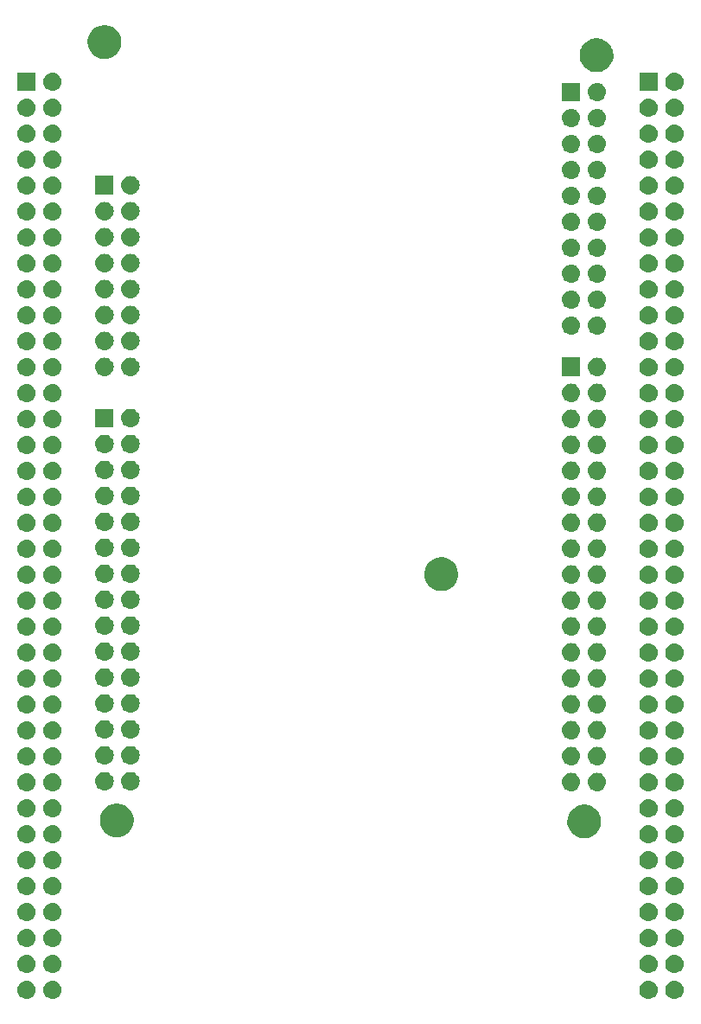
<source format=gbs>
G04 #@! TF.GenerationSoftware,KiCad,Pcbnew,(5.1.2)-1*
G04 #@! TF.CreationDate,2020-04-24T17:20:08+09:00*
G04 #@! TF.ProjectId,ns,6e732e6b-6963-4616-945f-706362585858,v1.0*
G04 #@! TF.SameCoordinates,Original*
G04 #@! TF.FileFunction,Soldermask,Bot*
G04 #@! TF.FilePolarity,Negative*
%FSLAX46Y46*%
G04 Gerber Fmt 4.6, Leading zero omitted, Abs format (unit mm)*
G04 Created by KiCad (PCBNEW (5.1.2)-1) date 2020-04-24 17:20:08*
%MOMM*%
%LPD*%
G04 APERTURE LIST*
%ADD10C,0.100000*%
G04 APERTURE END LIST*
D10*
G36*
X113370442Y-148105518D02*
G01*
X113436627Y-148112037D01*
X113606466Y-148163557D01*
X113762991Y-148247222D01*
X113798729Y-148276552D01*
X113900186Y-148359814D01*
X113983448Y-148461271D01*
X114012778Y-148497009D01*
X114096443Y-148653534D01*
X114147963Y-148823373D01*
X114165359Y-149000000D01*
X114147963Y-149176627D01*
X114096443Y-149346466D01*
X114012778Y-149502991D01*
X113983448Y-149538729D01*
X113900186Y-149640186D01*
X113798729Y-149723448D01*
X113762991Y-149752778D01*
X113606466Y-149836443D01*
X113436627Y-149887963D01*
X113370442Y-149894482D01*
X113304260Y-149901000D01*
X113215740Y-149901000D01*
X113149558Y-149894482D01*
X113083373Y-149887963D01*
X112913534Y-149836443D01*
X112757009Y-149752778D01*
X112721271Y-149723448D01*
X112619814Y-149640186D01*
X112536552Y-149538729D01*
X112507222Y-149502991D01*
X112423557Y-149346466D01*
X112372037Y-149176627D01*
X112354641Y-149000000D01*
X112372037Y-148823373D01*
X112423557Y-148653534D01*
X112507222Y-148497009D01*
X112536552Y-148461271D01*
X112619814Y-148359814D01*
X112721271Y-148276552D01*
X112757009Y-148247222D01*
X112913534Y-148163557D01*
X113083373Y-148112037D01*
X113149558Y-148105518D01*
X113215740Y-148099000D01*
X113304260Y-148099000D01*
X113370442Y-148105518D01*
X113370442Y-148105518D01*
G37*
G36*
X174310442Y-148105518D02*
G01*
X174376627Y-148112037D01*
X174546466Y-148163557D01*
X174702991Y-148247222D01*
X174738729Y-148276552D01*
X174840186Y-148359814D01*
X174923448Y-148461271D01*
X174952778Y-148497009D01*
X175036443Y-148653534D01*
X175087963Y-148823373D01*
X175105359Y-149000000D01*
X175087963Y-149176627D01*
X175036443Y-149346466D01*
X174952778Y-149502991D01*
X174923448Y-149538729D01*
X174840186Y-149640186D01*
X174738729Y-149723448D01*
X174702991Y-149752778D01*
X174546466Y-149836443D01*
X174376627Y-149887963D01*
X174310442Y-149894482D01*
X174244260Y-149901000D01*
X174155740Y-149901000D01*
X174089558Y-149894482D01*
X174023373Y-149887963D01*
X173853534Y-149836443D01*
X173697009Y-149752778D01*
X173661271Y-149723448D01*
X173559814Y-149640186D01*
X173476552Y-149538729D01*
X173447222Y-149502991D01*
X173363557Y-149346466D01*
X173312037Y-149176627D01*
X173294641Y-149000000D01*
X173312037Y-148823373D01*
X173363557Y-148653534D01*
X173447222Y-148497009D01*
X173476552Y-148461271D01*
X173559814Y-148359814D01*
X173661271Y-148276552D01*
X173697009Y-148247222D01*
X173853534Y-148163557D01*
X174023373Y-148112037D01*
X174089558Y-148105518D01*
X174155740Y-148099000D01*
X174244260Y-148099000D01*
X174310442Y-148105518D01*
X174310442Y-148105518D01*
G37*
G36*
X176850442Y-148105518D02*
G01*
X176916627Y-148112037D01*
X177086466Y-148163557D01*
X177242991Y-148247222D01*
X177278729Y-148276552D01*
X177380186Y-148359814D01*
X177463448Y-148461271D01*
X177492778Y-148497009D01*
X177576443Y-148653534D01*
X177627963Y-148823373D01*
X177645359Y-149000000D01*
X177627963Y-149176627D01*
X177576443Y-149346466D01*
X177492778Y-149502991D01*
X177463448Y-149538729D01*
X177380186Y-149640186D01*
X177278729Y-149723448D01*
X177242991Y-149752778D01*
X177086466Y-149836443D01*
X176916627Y-149887963D01*
X176850442Y-149894482D01*
X176784260Y-149901000D01*
X176695740Y-149901000D01*
X176629558Y-149894482D01*
X176563373Y-149887963D01*
X176393534Y-149836443D01*
X176237009Y-149752778D01*
X176201271Y-149723448D01*
X176099814Y-149640186D01*
X176016552Y-149538729D01*
X175987222Y-149502991D01*
X175903557Y-149346466D01*
X175852037Y-149176627D01*
X175834641Y-149000000D01*
X175852037Y-148823373D01*
X175903557Y-148653534D01*
X175987222Y-148497009D01*
X176016552Y-148461271D01*
X176099814Y-148359814D01*
X176201271Y-148276552D01*
X176237009Y-148247222D01*
X176393534Y-148163557D01*
X176563373Y-148112037D01*
X176629558Y-148105518D01*
X176695740Y-148099000D01*
X176784260Y-148099000D01*
X176850442Y-148105518D01*
X176850442Y-148105518D01*
G37*
G36*
X115910442Y-148105518D02*
G01*
X115976627Y-148112037D01*
X116146466Y-148163557D01*
X116302991Y-148247222D01*
X116338729Y-148276552D01*
X116440186Y-148359814D01*
X116523448Y-148461271D01*
X116552778Y-148497009D01*
X116636443Y-148653534D01*
X116687963Y-148823373D01*
X116705359Y-149000000D01*
X116687963Y-149176627D01*
X116636443Y-149346466D01*
X116552778Y-149502991D01*
X116523448Y-149538729D01*
X116440186Y-149640186D01*
X116338729Y-149723448D01*
X116302991Y-149752778D01*
X116146466Y-149836443D01*
X115976627Y-149887963D01*
X115910442Y-149894482D01*
X115844260Y-149901000D01*
X115755740Y-149901000D01*
X115689558Y-149894482D01*
X115623373Y-149887963D01*
X115453534Y-149836443D01*
X115297009Y-149752778D01*
X115261271Y-149723448D01*
X115159814Y-149640186D01*
X115076552Y-149538729D01*
X115047222Y-149502991D01*
X114963557Y-149346466D01*
X114912037Y-149176627D01*
X114894641Y-149000000D01*
X114912037Y-148823373D01*
X114963557Y-148653534D01*
X115047222Y-148497009D01*
X115076552Y-148461271D01*
X115159814Y-148359814D01*
X115261271Y-148276552D01*
X115297009Y-148247222D01*
X115453534Y-148163557D01*
X115623373Y-148112037D01*
X115689558Y-148105518D01*
X115755740Y-148099000D01*
X115844260Y-148099000D01*
X115910442Y-148105518D01*
X115910442Y-148105518D01*
G37*
G36*
X115910443Y-145565519D02*
G01*
X115976627Y-145572037D01*
X116146466Y-145623557D01*
X116302991Y-145707222D01*
X116338729Y-145736552D01*
X116440186Y-145819814D01*
X116523448Y-145921271D01*
X116552778Y-145957009D01*
X116636443Y-146113534D01*
X116687963Y-146283373D01*
X116705359Y-146460000D01*
X116687963Y-146636627D01*
X116636443Y-146806466D01*
X116552778Y-146962991D01*
X116523448Y-146998729D01*
X116440186Y-147100186D01*
X116338729Y-147183448D01*
X116302991Y-147212778D01*
X116146466Y-147296443D01*
X115976627Y-147347963D01*
X115910442Y-147354482D01*
X115844260Y-147361000D01*
X115755740Y-147361000D01*
X115689558Y-147354482D01*
X115623373Y-147347963D01*
X115453534Y-147296443D01*
X115297009Y-147212778D01*
X115261271Y-147183448D01*
X115159814Y-147100186D01*
X115076552Y-146998729D01*
X115047222Y-146962991D01*
X114963557Y-146806466D01*
X114912037Y-146636627D01*
X114894641Y-146460000D01*
X114912037Y-146283373D01*
X114963557Y-146113534D01*
X115047222Y-145957009D01*
X115076552Y-145921271D01*
X115159814Y-145819814D01*
X115261271Y-145736552D01*
X115297009Y-145707222D01*
X115453534Y-145623557D01*
X115623373Y-145572037D01*
X115689557Y-145565519D01*
X115755740Y-145559000D01*
X115844260Y-145559000D01*
X115910443Y-145565519D01*
X115910443Y-145565519D01*
G37*
G36*
X176850443Y-145565519D02*
G01*
X176916627Y-145572037D01*
X177086466Y-145623557D01*
X177242991Y-145707222D01*
X177278729Y-145736552D01*
X177380186Y-145819814D01*
X177463448Y-145921271D01*
X177492778Y-145957009D01*
X177576443Y-146113534D01*
X177627963Y-146283373D01*
X177645359Y-146460000D01*
X177627963Y-146636627D01*
X177576443Y-146806466D01*
X177492778Y-146962991D01*
X177463448Y-146998729D01*
X177380186Y-147100186D01*
X177278729Y-147183448D01*
X177242991Y-147212778D01*
X177086466Y-147296443D01*
X176916627Y-147347963D01*
X176850442Y-147354482D01*
X176784260Y-147361000D01*
X176695740Y-147361000D01*
X176629558Y-147354482D01*
X176563373Y-147347963D01*
X176393534Y-147296443D01*
X176237009Y-147212778D01*
X176201271Y-147183448D01*
X176099814Y-147100186D01*
X176016552Y-146998729D01*
X175987222Y-146962991D01*
X175903557Y-146806466D01*
X175852037Y-146636627D01*
X175834641Y-146460000D01*
X175852037Y-146283373D01*
X175903557Y-146113534D01*
X175987222Y-145957009D01*
X176016552Y-145921271D01*
X176099814Y-145819814D01*
X176201271Y-145736552D01*
X176237009Y-145707222D01*
X176393534Y-145623557D01*
X176563373Y-145572037D01*
X176629557Y-145565519D01*
X176695740Y-145559000D01*
X176784260Y-145559000D01*
X176850443Y-145565519D01*
X176850443Y-145565519D01*
G37*
G36*
X113370443Y-145565519D02*
G01*
X113436627Y-145572037D01*
X113606466Y-145623557D01*
X113762991Y-145707222D01*
X113798729Y-145736552D01*
X113900186Y-145819814D01*
X113983448Y-145921271D01*
X114012778Y-145957009D01*
X114096443Y-146113534D01*
X114147963Y-146283373D01*
X114165359Y-146460000D01*
X114147963Y-146636627D01*
X114096443Y-146806466D01*
X114012778Y-146962991D01*
X113983448Y-146998729D01*
X113900186Y-147100186D01*
X113798729Y-147183448D01*
X113762991Y-147212778D01*
X113606466Y-147296443D01*
X113436627Y-147347963D01*
X113370442Y-147354482D01*
X113304260Y-147361000D01*
X113215740Y-147361000D01*
X113149558Y-147354482D01*
X113083373Y-147347963D01*
X112913534Y-147296443D01*
X112757009Y-147212778D01*
X112721271Y-147183448D01*
X112619814Y-147100186D01*
X112536552Y-146998729D01*
X112507222Y-146962991D01*
X112423557Y-146806466D01*
X112372037Y-146636627D01*
X112354641Y-146460000D01*
X112372037Y-146283373D01*
X112423557Y-146113534D01*
X112507222Y-145957009D01*
X112536552Y-145921271D01*
X112619814Y-145819814D01*
X112721271Y-145736552D01*
X112757009Y-145707222D01*
X112913534Y-145623557D01*
X113083373Y-145572037D01*
X113149557Y-145565519D01*
X113215740Y-145559000D01*
X113304260Y-145559000D01*
X113370443Y-145565519D01*
X113370443Y-145565519D01*
G37*
G36*
X174310443Y-145565519D02*
G01*
X174376627Y-145572037D01*
X174546466Y-145623557D01*
X174702991Y-145707222D01*
X174738729Y-145736552D01*
X174840186Y-145819814D01*
X174923448Y-145921271D01*
X174952778Y-145957009D01*
X175036443Y-146113534D01*
X175087963Y-146283373D01*
X175105359Y-146460000D01*
X175087963Y-146636627D01*
X175036443Y-146806466D01*
X174952778Y-146962991D01*
X174923448Y-146998729D01*
X174840186Y-147100186D01*
X174738729Y-147183448D01*
X174702991Y-147212778D01*
X174546466Y-147296443D01*
X174376627Y-147347963D01*
X174310442Y-147354482D01*
X174244260Y-147361000D01*
X174155740Y-147361000D01*
X174089558Y-147354482D01*
X174023373Y-147347963D01*
X173853534Y-147296443D01*
X173697009Y-147212778D01*
X173661271Y-147183448D01*
X173559814Y-147100186D01*
X173476552Y-146998729D01*
X173447222Y-146962991D01*
X173363557Y-146806466D01*
X173312037Y-146636627D01*
X173294641Y-146460000D01*
X173312037Y-146283373D01*
X173363557Y-146113534D01*
X173447222Y-145957009D01*
X173476552Y-145921271D01*
X173559814Y-145819814D01*
X173661271Y-145736552D01*
X173697009Y-145707222D01*
X173853534Y-145623557D01*
X174023373Y-145572037D01*
X174089557Y-145565519D01*
X174155740Y-145559000D01*
X174244260Y-145559000D01*
X174310443Y-145565519D01*
X174310443Y-145565519D01*
G37*
G36*
X115910443Y-143025519D02*
G01*
X115976627Y-143032037D01*
X116146466Y-143083557D01*
X116302991Y-143167222D01*
X116338729Y-143196552D01*
X116440186Y-143279814D01*
X116523448Y-143381271D01*
X116552778Y-143417009D01*
X116636443Y-143573534D01*
X116687963Y-143743373D01*
X116705359Y-143920000D01*
X116687963Y-144096627D01*
X116636443Y-144266466D01*
X116552778Y-144422991D01*
X116523448Y-144458729D01*
X116440186Y-144560186D01*
X116338729Y-144643448D01*
X116302991Y-144672778D01*
X116146466Y-144756443D01*
X115976627Y-144807963D01*
X115910442Y-144814482D01*
X115844260Y-144821000D01*
X115755740Y-144821000D01*
X115689558Y-144814482D01*
X115623373Y-144807963D01*
X115453534Y-144756443D01*
X115297009Y-144672778D01*
X115261271Y-144643448D01*
X115159814Y-144560186D01*
X115076552Y-144458729D01*
X115047222Y-144422991D01*
X114963557Y-144266466D01*
X114912037Y-144096627D01*
X114894641Y-143920000D01*
X114912037Y-143743373D01*
X114963557Y-143573534D01*
X115047222Y-143417009D01*
X115076552Y-143381271D01*
X115159814Y-143279814D01*
X115261271Y-143196552D01*
X115297009Y-143167222D01*
X115453534Y-143083557D01*
X115623373Y-143032037D01*
X115689557Y-143025519D01*
X115755740Y-143019000D01*
X115844260Y-143019000D01*
X115910443Y-143025519D01*
X115910443Y-143025519D01*
G37*
G36*
X176850443Y-143025519D02*
G01*
X176916627Y-143032037D01*
X177086466Y-143083557D01*
X177242991Y-143167222D01*
X177278729Y-143196552D01*
X177380186Y-143279814D01*
X177463448Y-143381271D01*
X177492778Y-143417009D01*
X177576443Y-143573534D01*
X177627963Y-143743373D01*
X177645359Y-143920000D01*
X177627963Y-144096627D01*
X177576443Y-144266466D01*
X177492778Y-144422991D01*
X177463448Y-144458729D01*
X177380186Y-144560186D01*
X177278729Y-144643448D01*
X177242991Y-144672778D01*
X177086466Y-144756443D01*
X176916627Y-144807963D01*
X176850442Y-144814482D01*
X176784260Y-144821000D01*
X176695740Y-144821000D01*
X176629558Y-144814482D01*
X176563373Y-144807963D01*
X176393534Y-144756443D01*
X176237009Y-144672778D01*
X176201271Y-144643448D01*
X176099814Y-144560186D01*
X176016552Y-144458729D01*
X175987222Y-144422991D01*
X175903557Y-144266466D01*
X175852037Y-144096627D01*
X175834641Y-143920000D01*
X175852037Y-143743373D01*
X175903557Y-143573534D01*
X175987222Y-143417009D01*
X176016552Y-143381271D01*
X176099814Y-143279814D01*
X176201271Y-143196552D01*
X176237009Y-143167222D01*
X176393534Y-143083557D01*
X176563373Y-143032037D01*
X176629557Y-143025519D01*
X176695740Y-143019000D01*
X176784260Y-143019000D01*
X176850443Y-143025519D01*
X176850443Y-143025519D01*
G37*
G36*
X174310443Y-143025519D02*
G01*
X174376627Y-143032037D01*
X174546466Y-143083557D01*
X174702991Y-143167222D01*
X174738729Y-143196552D01*
X174840186Y-143279814D01*
X174923448Y-143381271D01*
X174952778Y-143417009D01*
X175036443Y-143573534D01*
X175087963Y-143743373D01*
X175105359Y-143920000D01*
X175087963Y-144096627D01*
X175036443Y-144266466D01*
X174952778Y-144422991D01*
X174923448Y-144458729D01*
X174840186Y-144560186D01*
X174738729Y-144643448D01*
X174702991Y-144672778D01*
X174546466Y-144756443D01*
X174376627Y-144807963D01*
X174310442Y-144814482D01*
X174244260Y-144821000D01*
X174155740Y-144821000D01*
X174089558Y-144814482D01*
X174023373Y-144807963D01*
X173853534Y-144756443D01*
X173697009Y-144672778D01*
X173661271Y-144643448D01*
X173559814Y-144560186D01*
X173476552Y-144458729D01*
X173447222Y-144422991D01*
X173363557Y-144266466D01*
X173312037Y-144096627D01*
X173294641Y-143920000D01*
X173312037Y-143743373D01*
X173363557Y-143573534D01*
X173447222Y-143417009D01*
X173476552Y-143381271D01*
X173559814Y-143279814D01*
X173661271Y-143196552D01*
X173697009Y-143167222D01*
X173853534Y-143083557D01*
X174023373Y-143032037D01*
X174089557Y-143025519D01*
X174155740Y-143019000D01*
X174244260Y-143019000D01*
X174310443Y-143025519D01*
X174310443Y-143025519D01*
G37*
G36*
X113370443Y-143025519D02*
G01*
X113436627Y-143032037D01*
X113606466Y-143083557D01*
X113762991Y-143167222D01*
X113798729Y-143196552D01*
X113900186Y-143279814D01*
X113983448Y-143381271D01*
X114012778Y-143417009D01*
X114096443Y-143573534D01*
X114147963Y-143743373D01*
X114165359Y-143920000D01*
X114147963Y-144096627D01*
X114096443Y-144266466D01*
X114012778Y-144422991D01*
X113983448Y-144458729D01*
X113900186Y-144560186D01*
X113798729Y-144643448D01*
X113762991Y-144672778D01*
X113606466Y-144756443D01*
X113436627Y-144807963D01*
X113370442Y-144814482D01*
X113304260Y-144821000D01*
X113215740Y-144821000D01*
X113149558Y-144814482D01*
X113083373Y-144807963D01*
X112913534Y-144756443D01*
X112757009Y-144672778D01*
X112721271Y-144643448D01*
X112619814Y-144560186D01*
X112536552Y-144458729D01*
X112507222Y-144422991D01*
X112423557Y-144266466D01*
X112372037Y-144096627D01*
X112354641Y-143920000D01*
X112372037Y-143743373D01*
X112423557Y-143573534D01*
X112507222Y-143417009D01*
X112536552Y-143381271D01*
X112619814Y-143279814D01*
X112721271Y-143196552D01*
X112757009Y-143167222D01*
X112913534Y-143083557D01*
X113083373Y-143032037D01*
X113149557Y-143025519D01*
X113215740Y-143019000D01*
X113304260Y-143019000D01*
X113370443Y-143025519D01*
X113370443Y-143025519D01*
G37*
G36*
X174310442Y-140485518D02*
G01*
X174376627Y-140492037D01*
X174546466Y-140543557D01*
X174702991Y-140627222D01*
X174738729Y-140656552D01*
X174840186Y-140739814D01*
X174923448Y-140841271D01*
X174952778Y-140877009D01*
X175036443Y-141033534D01*
X175087963Y-141203373D01*
X175105359Y-141380000D01*
X175087963Y-141556627D01*
X175036443Y-141726466D01*
X174952778Y-141882991D01*
X174923448Y-141918729D01*
X174840186Y-142020186D01*
X174738729Y-142103448D01*
X174702991Y-142132778D01*
X174546466Y-142216443D01*
X174376627Y-142267963D01*
X174310443Y-142274481D01*
X174244260Y-142281000D01*
X174155740Y-142281000D01*
X174089557Y-142274481D01*
X174023373Y-142267963D01*
X173853534Y-142216443D01*
X173697009Y-142132778D01*
X173661271Y-142103448D01*
X173559814Y-142020186D01*
X173476552Y-141918729D01*
X173447222Y-141882991D01*
X173363557Y-141726466D01*
X173312037Y-141556627D01*
X173294641Y-141380000D01*
X173312037Y-141203373D01*
X173363557Y-141033534D01*
X173447222Y-140877009D01*
X173476552Y-140841271D01*
X173559814Y-140739814D01*
X173661271Y-140656552D01*
X173697009Y-140627222D01*
X173853534Y-140543557D01*
X174023373Y-140492037D01*
X174089558Y-140485518D01*
X174155740Y-140479000D01*
X174244260Y-140479000D01*
X174310442Y-140485518D01*
X174310442Y-140485518D01*
G37*
G36*
X113370442Y-140485518D02*
G01*
X113436627Y-140492037D01*
X113606466Y-140543557D01*
X113762991Y-140627222D01*
X113798729Y-140656552D01*
X113900186Y-140739814D01*
X113983448Y-140841271D01*
X114012778Y-140877009D01*
X114096443Y-141033534D01*
X114147963Y-141203373D01*
X114165359Y-141380000D01*
X114147963Y-141556627D01*
X114096443Y-141726466D01*
X114012778Y-141882991D01*
X113983448Y-141918729D01*
X113900186Y-142020186D01*
X113798729Y-142103448D01*
X113762991Y-142132778D01*
X113606466Y-142216443D01*
X113436627Y-142267963D01*
X113370443Y-142274481D01*
X113304260Y-142281000D01*
X113215740Y-142281000D01*
X113149557Y-142274481D01*
X113083373Y-142267963D01*
X112913534Y-142216443D01*
X112757009Y-142132778D01*
X112721271Y-142103448D01*
X112619814Y-142020186D01*
X112536552Y-141918729D01*
X112507222Y-141882991D01*
X112423557Y-141726466D01*
X112372037Y-141556627D01*
X112354641Y-141380000D01*
X112372037Y-141203373D01*
X112423557Y-141033534D01*
X112507222Y-140877009D01*
X112536552Y-140841271D01*
X112619814Y-140739814D01*
X112721271Y-140656552D01*
X112757009Y-140627222D01*
X112913534Y-140543557D01*
X113083373Y-140492037D01*
X113149558Y-140485518D01*
X113215740Y-140479000D01*
X113304260Y-140479000D01*
X113370442Y-140485518D01*
X113370442Y-140485518D01*
G37*
G36*
X176850442Y-140485518D02*
G01*
X176916627Y-140492037D01*
X177086466Y-140543557D01*
X177242991Y-140627222D01*
X177278729Y-140656552D01*
X177380186Y-140739814D01*
X177463448Y-140841271D01*
X177492778Y-140877009D01*
X177576443Y-141033534D01*
X177627963Y-141203373D01*
X177645359Y-141380000D01*
X177627963Y-141556627D01*
X177576443Y-141726466D01*
X177492778Y-141882991D01*
X177463448Y-141918729D01*
X177380186Y-142020186D01*
X177278729Y-142103448D01*
X177242991Y-142132778D01*
X177086466Y-142216443D01*
X176916627Y-142267963D01*
X176850443Y-142274481D01*
X176784260Y-142281000D01*
X176695740Y-142281000D01*
X176629557Y-142274481D01*
X176563373Y-142267963D01*
X176393534Y-142216443D01*
X176237009Y-142132778D01*
X176201271Y-142103448D01*
X176099814Y-142020186D01*
X176016552Y-141918729D01*
X175987222Y-141882991D01*
X175903557Y-141726466D01*
X175852037Y-141556627D01*
X175834641Y-141380000D01*
X175852037Y-141203373D01*
X175903557Y-141033534D01*
X175987222Y-140877009D01*
X176016552Y-140841271D01*
X176099814Y-140739814D01*
X176201271Y-140656552D01*
X176237009Y-140627222D01*
X176393534Y-140543557D01*
X176563373Y-140492037D01*
X176629558Y-140485518D01*
X176695740Y-140479000D01*
X176784260Y-140479000D01*
X176850442Y-140485518D01*
X176850442Y-140485518D01*
G37*
G36*
X115910442Y-140485518D02*
G01*
X115976627Y-140492037D01*
X116146466Y-140543557D01*
X116302991Y-140627222D01*
X116338729Y-140656552D01*
X116440186Y-140739814D01*
X116523448Y-140841271D01*
X116552778Y-140877009D01*
X116636443Y-141033534D01*
X116687963Y-141203373D01*
X116705359Y-141380000D01*
X116687963Y-141556627D01*
X116636443Y-141726466D01*
X116552778Y-141882991D01*
X116523448Y-141918729D01*
X116440186Y-142020186D01*
X116338729Y-142103448D01*
X116302991Y-142132778D01*
X116146466Y-142216443D01*
X115976627Y-142267963D01*
X115910443Y-142274481D01*
X115844260Y-142281000D01*
X115755740Y-142281000D01*
X115689557Y-142274481D01*
X115623373Y-142267963D01*
X115453534Y-142216443D01*
X115297009Y-142132778D01*
X115261271Y-142103448D01*
X115159814Y-142020186D01*
X115076552Y-141918729D01*
X115047222Y-141882991D01*
X114963557Y-141726466D01*
X114912037Y-141556627D01*
X114894641Y-141380000D01*
X114912037Y-141203373D01*
X114963557Y-141033534D01*
X115047222Y-140877009D01*
X115076552Y-140841271D01*
X115159814Y-140739814D01*
X115261271Y-140656552D01*
X115297009Y-140627222D01*
X115453534Y-140543557D01*
X115623373Y-140492037D01*
X115689558Y-140485518D01*
X115755740Y-140479000D01*
X115844260Y-140479000D01*
X115910442Y-140485518D01*
X115910442Y-140485518D01*
G37*
G36*
X176850442Y-137945518D02*
G01*
X176916627Y-137952037D01*
X177086466Y-138003557D01*
X177242991Y-138087222D01*
X177278729Y-138116552D01*
X177380186Y-138199814D01*
X177463448Y-138301271D01*
X177492778Y-138337009D01*
X177576443Y-138493534D01*
X177627963Y-138663373D01*
X177645359Y-138840000D01*
X177627963Y-139016627D01*
X177576443Y-139186466D01*
X177492778Y-139342991D01*
X177463448Y-139378729D01*
X177380186Y-139480186D01*
X177278729Y-139563448D01*
X177242991Y-139592778D01*
X177086466Y-139676443D01*
X176916627Y-139727963D01*
X176850443Y-139734481D01*
X176784260Y-139741000D01*
X176695740Y-139741000D01*
X176629557Y-139734481D01*
X176563373Y-139727963D01*
X176393534Y-139676443D01*
X176237009Y-139592778D01*
X176201271Y-139563448D01*
X176099814Y-139480186D01*
X176016552Y-139378729D01*
X175987222Y-139342991D01*
X175903557Y-139186466D01*
X175852037Y-139016627D01*
X175834641Y-138840000D01*
X175852037Y-138663373D01*
X175903557Y-138493534D01*
X175987222Y-138337009D01*
X176016552Y-138301271D01*
X176099814Y-138199814D01*
X176201271Y-138116552D01*
X176237009Y-138087222D01*
X176393534Y-138003557D01*
X176563373Y-137952037D01*
X176629558Y-137945518D01*
X176695740Y-137939000D01*
X176784260Y-137939000D01*
X176850442Y-137945518D01*
X176850442Y-137945518D01*
G37*
G36*
X174310442Y-137945518D02*
G01*
X174376627Y-137952037D01*
X174546466Y-138003557D01*
X174702991Y-138087222D01*
X174738729Y-138116552D01*
X174840186Y-138199814D01*
X174923448Y-138301271D01*
X174952778Y-138337009D01*
X175036443Y-138493534D01*
X175087963Y-138663373D01*
X175105359Y-138840000D01*
X175087963Y-139016627D01*
X175036443Y-139186466D01*
X174952778Y-139342991D01*
X174923448Y-139378729D01*
X174840186Y-139480186D01*
X174738729Y-139563448D01*
X174702991Y-139592778D01*
X174546466Y-139676443D01*
X174376627Y-139727963D01*
X174310443Y-139734481D01*
X174244260Y-139741000D01*
X174155740Y-139741000D01*
X174089557Y-139734481D01*
X174023373Y-139727963D01*
X173853534Y-139676443D01*
X173697009Y-139592778D01*
X173661271Y-139563448D01*
X173559814Y-139480186D01*
X173476552Y-139378729D01*
X173447222Y-139342991D01*
X173363557Y-139186466D01*
X173312037Y-139016627D01*
X173294641Y-138840000D01*
X173312037Y-138663373D01*
X173363557Y-138493534D01*
X173447222Y-138337009D01*
X173476552Y-138301271D01*
X173559814Y-138199814D01*
X173661271Y-138116552D01*
X173697009Y-138087222D01*
X173853534Y-138003557D01*
X174023373Y-137952037D01*
X174089558Y-137945518D01*
X174155740Y-137939000D01*
X174244260Y-137939000D01*
X174310442Y-137945518D01*
X174310442Y-137945518D01*
G37*
G36*
X113370442Y-137945518D02*
G01*
X113436627Y-137952037D01*
X113606466Y-138003557D01*
X113762991Y-138087222D01*
X113798729Y-138116552D01*
X113900186Y-138199814D01*
X113983448Y-138301271D01*
X114012778Y-138337009D01*
X114096443Y-138493534D01*
X114147963Y-138663373D01*
X114165359Y-138840000D01*
X114147963Y-139016627D01*
X114096443Y-139186466D01*
X114012778Y-139342991D01*
X113983448Y-139378729D01*
X113900186Y-139480186D01*
X113798729Y-139563448D01*
X113762991Y-139592778D01*
X113606466Y-139676443D01*
X113436627Y-139727963D01*
X113370443Y-139734481D01*
X113304260Y-139741000D01*
X113215740Y-139741000D01*
X113149557Y-139734481D01*
X113083373Y-139727963D01*
X112913534Y-139676443D01*
X112757009Y-139592778D01*
X112721271Y-139563448D01*
X112619814Y-139480186D01*
X112536552Y-139378729D01*
X112507222Y-139342991D01*
X112423557Y-139186466D01*
X112372037Y-139016627D01*
X112354641Y-138840000D01*
X112372037Y-138663373D01*
X112423557Y-138493534D01*
X112507222Y-138337009D01*
X112536552Y-138301271D01*
X112619814Y-138199814D01*
X112721271Y-138116552D01*
X112757009Y-138087222D01*
X112913534Y-138003557D01*
X113083373Y-137952037D01*
X113149558Y-137945518D01*
X113215740Y-137939000D01*
X113304260Y-137939000D01*
X113370442Y-137945518D01*
X113370442Y-137945518D01*
G37*
G36*
X115910442Y-137945518D02*
G01*
X115976627Y-137952037D01*
X116146466Y-138003557D01*
X116302991Y-138087222D01*
X116338729Y-138116552D01*
X116440186Y-138199814D01*
X116523448Y-138301271D01*
X116552778Y-138337009D01*
X116636443Y-138493534D01*
X116687963Y-138663373D01*
X116705359Y-138840000D01*
X116687963Y-139016627D01*
X116636443Y-139186466D01*
X116552778Y-139342991D01*
X116523448Y-139378729D01*
X116440186Y-139480186D01*
X116338729Y-139563448D01*
X116302991Y-139592778D01*
X116146466Y-139676443D01*
X115976627Y-139727963D01*
X115910443Y-139734481D01*
X115844260Y-139741000D01*
X115755740Y-139741000D01*
X115689557Y-139734481D01*
X115623373Y-139727963D01*
X115453534Y-139676443D01*
X115297009Y-139592778D01*
X115261271Y-139563448D01*
X115159814Y-139480186D01*
X115076552Y-139378729D01*
X115047222Y-139342991D01*
X114963557Y-139186466D01*
X114912037Y-139016627D01*
X114894641Y-138840000D01*
X114912037Y-138663373D01*
X114963557Y-138493534D01*
X115047222Y-138337009D01*
X115076552Y-138301271D01*
X115159814Y-138199814D01*
X115261271Y-138116552D01*
X115297009Y-138087222D01*
X115453534Y-138003557D01*
X115623373Y-137952037D01*
X115689558Y-137945518D01*
X115755740Y-137939000D01*
X115844260Y-137939000D01*
X115910442Y-137945518D01*
X115910442Y-137945518D01*
G37*
G36*
X174310442Y-135405518D02*
G01*
X174376627Y-135412037D01*
X174546466Y-135463557D01*
X174702991Y-135547222D01*
X174738729Y-135576552D01*
X174840186Y-135659814D01*
X174923448Y-135761271D01*
X174952778Y-135797009D01*
X175036443Y-135953534D01*
X175087963Y-136123373D01*
X175105359Y-136300000D01*
X175087963Y-136476627D01*
X175036443Y-136646466D01*
X174952778Y-136802991D01*
X174923448Y-136838729D01*
X174840186Y-136940186D01*
X174738729Y-137023448D01*
X174702991Y-137052778D01*
X174546466Y-137136443D01*
X174376627Y-137187963D01*
X174310442Y-137194482D01*
X174244260Y-137201000D01*
X174155740Y-137201000D01*
X174089558Y-137194482D01*
X174023373Y-137187963D01*
X173853534Y-137136443D01*
X173697009Y-137052778D01*
X173661271Y-137023448D01*
X173559814Y-136940186D01*
X173476552Y-136838729D01*
X173447222Y-136802991D01*
X173363557Y-136646466D01*
X173312037Y-136476627D01*
X173294641Y-136300000D01*
X173312037Y-136123373D01*
X173363557Y-135953534D01*
X173447222Y-135797009D01*
X173476552Y-135761271D01*
X173559814Y-135659814D01*
X173661271Y-135576552D01*
X173697009Y-135547222D01*
X173853534Y-135463557D01*
X174023373Y-135412037D01*
X174089558Y-135405518D01*
X174155740Y-135399000D01*
X174244260Y-135399000D01*
X174310442Y-135405518D01*
X174310442Y-135405518D01*
G37*
G36*
X176850442Y-135405518D02*
G01*
X176916627Y-135412037D01*
X177086466Y-135463557D01*
X177242991Y-135547222D01*
X177278729Y-135576552D01*
X177380186Y-135659814D01*
X177463448Y-135761271D01*
X177492778Y-135797009D01*
X177576443Y-135953534D01*
X177627963Y-136123373D01*
X177645359Y-136300000D01*
X177627963Y-136476627D01*
X177576443Y-136646466D01*
X177492778Y-136802991D01*
X177463448Y-136838729D01*
X177380186Y-136940186D01*
X177278729Y-137023448D01*
X177242991Y-137052778D01*
X177086466Y-137136443D01*
X176916627Y-137187963D01*
X176850442Y-137194482D01*
X176784260Y-137201000D01*
X176695740Y-137201000D01*
X176629558Y-137194482D01*
X176563373Y-137187963D01*
X176393534Y-137136443D01*
X176237009Y-137052778D01*
X176201271Y-137023448D01*
X176099814Y-136940186D01*
X176016552Y-136838729D01*
X175987222Y-136802991D01*
X175903557Y-136646466D01*
X175852037Y-136476627D01*
X175834641Y-136300000D01*
X175852037Y-136123373D01*
X175903557Y-135953534D01*
X175987222Y-135797009D01*
X176016552Y-135761271D01*
X176099814Y-135659814D01*
X176201271Y-135576552D01*
X176237009Y-135547222D01*
X176393534Y-135463557D01*
X176563373Y-135412037D01*
X176629558Y-135405518D01*
X176695740Y-135399000D01*
X176784260Y-135399000D01*
X176850442Y-135405518D01*
X176850442Y-135405518D01*
G37*
G36*
X115910442Y-135405518D02*
G01*
X115976627Y-135412037D01*
X116146466Y-135463557D01*
X116302991Y-135547222D01*
X116338729Y-135576552D01*
X116440186Y-135659814D01*
X116523448Y-135761271D01*
X116552778Y-135797009D01*
X116636443Y-135953534D01*
X116687963Y-136123373D01*
X116705359Y-136300000D01*
X116687963Y-136476627D01*
X116636443Y-136646466D01*
X116552778Y-136802991D01*
X116523448Y-136838729D01*
X116440186Y-136940186D01*
X116338729Y-137023448D01*
X116302991Y-137052778D01*
X116146466Y-137136443D01*
X115976627Y-137187963D01*
X115910442Y-137194482D01*
X115844260Y-137201000D01*
X115755740Y-137201000D01*
X115689558Y-137194482D01*
X115623373Y-137187963D01*
X115453534Y-137136443D01*
X115297009Y-137052778D01*
X115261271Y-137023448D01*
X115159814Y-136940186D01*
X115076552Y-136838729D01*
X115047222Y-136802991D01*
X114963557Y-136646466D01*
X114912037Y-136476627D01*
X114894641Y-136300000D01*
X114912037Y-136123373D01*
X114963557Y-135953534D01*
X115047222Y-135797009D01*
X115076552Y-135761271D01*
X115159814Y-135659814D01*
X115261271Y-135576552D01*
X115297009Y-135547222D01*
X115453534Y-135463557D01*
X115623373Y-135412037D01*
X115689558Y-135405518D01*
X115755740Y-135399000D01*
X115844260Y-135399000D01*
X115910442Y-135405518D01*
X115910442Y-135405518D01*
G37*
G36*
X113370442Y-135405518D02*
G01*
X113436627Y-135412037D01*
X113606466Y-135463557D01*
X113762991Y-135547222D01*
X113798729Y-135576552D01*
X113900186Y-135659814D01*
X113983448Y-135761271D01*
X114012778Y-135797009D01*
X114096443Y-135953534D01*
X114147963Y-136123373D01*
X114165359Y-136300000D01*
X114147963Y-136476627D01*
X114096443Y-136646466D01*
X114012778Y-136802991D01*
X113983448Y-136838729D01*
X113900186Y-136940186D01*
X113798729Y-137023448D01*
X113762991Y-137052778D01*
X113606466Y-137136443D01*
X113436627Y-137187963D01*
X113370442Y-137194482D01*
X113304260Y-137201000D01*
X113215740Y-137201000D01*
X113149558Y-137194482D01*
X113083373Y-137187963D01*
X112913534Y-137136443D01*
X112757009Y-137052778D01*
X112721271Y-137023448D01*
X112619814Y-136940186D01*
X112536552Y-136838729D01*
X112507222Y-136802991D01*
X112423557Y-136646466D01*
X112372037Y-136476627D01*
X112354641Y-136300000D01*
X112372037Y-136123373D01*
X112423557Y-135953534D01*
X112507222Y-135797009D01*
X112536552Y-135761271D01*
X112619814Y-135659814D01*
X112721271Y-135576552D01*
X112757009Y-135547222D01*
X112913534Y-135463557D01*
X113083373Y-135412037D01*
X113149558Y-135405518D01*
X113215740Y-135399000D01*
X113304260Y-135399000D01*
X113370442Y-135405518D01*
X113370442Y-135405518D01*
G37*
G36*
X176850443Y-132865519D02*
G01*
X176916627Y-132872037D01*
X177086466Y-132923557D01*
X177242991Y-133007222D01*
X177278729Y-133036552D01*
X177380186Y-133119814D01*
X177431254Y-133182042D01*
X177492778Y-133257009D01*
X177576443Y-133413534D01*
X177627963Y-133583373D01*
X177645359Y-133760000D01*
X177627963Y-133936627D01*
X177576443Y-134106466D01*
X177492778Y-134262991D01*
X177463448Y-134298729D01*
X177380186Y-134400186D01*
X177278729Y-134483448D01*
X177242991Y-134512778D01*
X177086466Y-134596443D01*
X176916627Y-134647963D01*
X176850442Y-134654482D01*
X176784260Y-134661000D01*
X176695740Y-134661000D01*
X176629558Y-134654482D01*
X176563373Y-134647963D01*
X176393534Y-134596443D01*
X176237009Y-134512778D01*
X176201271Y-134483448D01*
X176099814Y-134400186D01*
X176016552Y-134298729D01*
X175987222Y-134262991D01*
X175903557Y-134106466D01*
X175852037Y-133936627D01*
X175834641Y-133760000D01*
X175852037Y-133583373D01*
X175903557Y-133413534D01*
X175987222Y-133257009D01*
X176048746Y-133182042D01*
X176099814Y-133119814D01*
X176201271Y-133036552D01*
X176237009Y-133007222D01*
X176393534Y-132923557D01*
X176563373Y-132872037D01*
X176629557Y-132865519D01*
X176695740Y-132859000D01*
X176784260Y-132859000D01*
X176850443Y-132865519D01*
X176850443Y-132865519D01*
G37*
G36*
X174310443Y-132865519D02*
G01*
X174376627Y-132872037D01*
X174546466Y-132923557D01*
X174702991Y-133007222D01*
X174738729Y-133036552D01*
X174840186Y-133119814D01*
X174891254Y-133182042D01*
X174952778Y-133257009D01*
X175036443Y-133413534D01*
X175087963Y-133583373D01*
X175105359Y-133760000D01*
X175087963Y-133936627D01*
X175036443Y-134106466D01*
X174952778Y-134262991D01*
X174923448Y-134298729D01*
X174840186Y-134400186D01*
X174738729Y-134483448D01*
X174702991Y-134512778D01*
X174546466Y-134596443D01*
X174376627Y-134647963D01*
X174310442Y-134654482D01*
X174244260Y-134661000D01*
X174155740Y-134661000D01*
X174089558Y-134654482D01*
X174023373Y-134647963D01*
X173853534Y-134596443D01*
X173697009Y-134512778D01*
X173661271Y-134483448D01*
X173559814Y-134400186D01*
X173476552Y-134298729D01*
X173447222Y-134262991D01*
X173363557Y-134106466D01*
X173312037Y-133936627D01*
X173294641Y-133760000D01*
X173312037Y-133583373D01*
X173363557Y-133413534D01*
X173447222Y-133257009D01*
X173508746Y-133182042D01*
X173559814Y-133119814D01*
X173661271Y-133036552D01*
X173697009Y-133007222D01*
X173853534Y-132923557D01*
X174023373Y-132872037D01*
X174089557Y-132865519D01*
X174155740Y-132859000D01*
X174244260Y-132859000D01*
X174310443Y-132865519D01*
X174310443Y-132865519D01*
G37*
G36*
X115910443Y-132865519D02*
G01*
X115976627Y-132872037D01*
X116146466Y-132923557D01*
X116302991Y-133007222D01*
X116338729Y-133036552D01*
X116440186Y-133119814D01*
X116491254Y-133182042D01*
X116552778Y-133257009D01*
X116636443Y-133413534D01*
X116687963Y-133583373D01*
X116705359Y-133760000D01*
X116687963Y-133936627D01*
X116636443Y-134106466D01*
X116552778Y-134262991D01*
X116523448Y-134298729D01*
X116440186Y-134400186D01*
X116338729Y-134483448D01*
X116302991Y-134512778D01*
X116146466Y-134596443D01*
X115976627Y-134647963D01*
X115910442Y-134654482D01*
X115844260Y-134661000D01*
X115755740Y-134661000D01*
X115689558Y-134654482D01*
X115623373Y-134647963D01*
X115453534Y-134596443D01*
X115297009Y-134512778D01*
X115261271Y-134483448D01*
X115159814Y-134400186D01*
X115076552Y-134298729D01*
X115047222Y-134262991D01*
X114963557Y-134106466D01*
X114912037Y-133936627D01*
X114894641Y-133760000D01*
X114912037Y-133583373D01*
X114963557Y-133413534D01*
X115047222Y-133257009D01*
X115108746Y-133182042D01*
X115159814Y-133119814D01*
X115261271Y-133036552D01*
X115297009Y-133007222D01*
X115453534Y-132923557D01*
X115623373Y-132872037D01*
X115689557Y-132865519D01*
X115755740Y-132859000D01*
X115844260Y-132859000D01*
X115910443Y-132865519D01*
X115910443Y-132865519D01*
G37*
G36*
X113370443Y-132865519D02*
G01*
X113436627Y-132872037D01*
X113606466Y-132923557D01*
X113762991Y-133007222D01*
X113798729Y-133036552D01*
X113900186Y-133119814D01*
X113951254Y-133182042D01*
X114012778Y-133257009D01*
X114096443Y-133413534D01*
X114147963Y-133583373D01*
X114165359Y-133760000D01*
X114147963Y-133936627D01*
X114096443Y-134106466D01*
X114012778Y-134262991D01*
X113983448Y-134298729D01*
X113900186Y-134400186D01*
X113798729Y-134483448D01*
X113762991Y-134512778D01*
X113606466Y-134596443D01*
X113436627Y-134647963D01*
X113370442Y-134654482D01*
X113304260Y-134661000D01*
X113215740Y-134661000D01*
X113149558Y-134654482D01*
X113083373Y-134647963D01*
X112913534Y-134596443D01*
X112757009Y-134512778D01*
X112721271Y-134483448D01*
X112619814Y-134400186D01*
X112536552Y-134298729D01*
X112507222Y-134262991D01*
X112423557Y-134106466D01*
X112372037Y-133936627D01*
X112354641Y-133760000D01*
X112372037Y-133583373D01*
X112423557Y-133413534D01*
X112507222Y-133257009D01*
X112568746Y-133182042D01*
X112619814Y-133119814D01*
X112721271Y-133036552D01*
X112757009Y-133007222D01*
X112913534Y-132923557D01*
X113083373Y-132872037D01*
X113149557Y-132865519D01*
X113215740Y-132859000D01*
X113304260Y-132859000D01*
X113370443Y-132865519D01*
X113370443Y-132865519D01*
G37*
G36*
X168275256Y-130891298D02*
G01*
X168381579Y-130912447D01*
X168682042Y-131036903D01*
X168952451Y-131217585D01*
X169182415Y-131447549D01*
X169363097Y-131717958D01*
X169446132Y-131918421D01*
X169487553Y-132018422D01*
X169531109Y-132237389D01*
X169551000Y-132337391D01*
X169551000Y-132662609D01*
X169487553Y-132981579D01*
X169363097Y-133282042D01*
X169182415Y-133552451D01*
X168952451Y-133782415D01*
X168682042Y-133963097D01*
X168381579Y-134087553D01*
X168286497Y-134106466D01*
X168062611Y-134151000D01*
X167737389Y-134151000D01*
X167513503Y-134106466D01*
X167418421Y-134087553D01*
X167117958Y-133963097D01*
X166847549Y-133782415D01*
X166617585Y-133552451D01*
X166436903Y-133282042D01*
X166312447Y-132981579D01*
X166249000Y-132662609D01*
X166249000Y-132337391D01*
X166268892Y-132237389D01*
X166312447Y-132018422D01*
X166353869Y-131918421D01*
X166436903Y-131717958D01*
X166617585Y-131447549D01*
X166847549Y-131217585D01*
X167117958Y-131036903D01*
X167418421Y-130912447D01*
X167524744Y-130891298D01*
X167737389Y-130849000D01*
X168062611Y-130849000D01*
X168275256Y-130891298D01*
X168275256Y-130891298D01*
G37*
G36*
X122475256Y-130791298D02*
G01*
X122581579Y-130812447D01*
X122882042Y-130936903D01*
X123152451Y-131117585D01*
X123382415Y-131347549D01*
X123415208Y-131396627D01*
X123563098Y-131617960D01*
X123687553Y-131918422D01*
X123751000Y-132237389D01*
X123751000Y-132562611D01*
X123708702Y-132775256D01*
X123687553Y-132881579D01*
X123563097Y-133182042D01*
X123382415Y-133452451D01*
X123152451Y-133682415D01*
X122882042Y-133863097D01*
X122581579Y-133987553D01*
X122475256Y-134008702D01*
X122262611Y-134051000D01*
X121937389Y-134051000D01*
X121724744Y-134008702D01*
X121618421Y-133987553D01*
X121317958Y-133863097D01*
X121047549Y-133682415D01*
X120817585Y-133452451D01*
X120636903Y-133182042D01*
X120512447Y-132881579D01*
X120491298Y-132775256D01*
X120449000Y-132562611D01*
X120449000Y-132237389D01*
X120512447Y-131918422D01*
X120636902Y-131617960D01*
X120784792Y-131396627D01*
X120817585Y-131347549D01*
X121047549Y-131117585D01*
X121317958Y-130936903D01*
X121618421Y-130812447D01*
X121724744Y-130791298D01*
X121937389Y-130749000D01*
X122262611Y-130749000D01*
X122475256Y-130791298D01*
X122475256Y-130791298D01*
G37*
G36*
X176850442Y-130325518D02*
G01*
X176916627Y-130332037D01*
X177086466Y-130383557D01*
X177242991Y-130467222D01*
X177278729Y-130496552D01*
X177380186Y-130579814D01*
X177463448Y-130681271D01*
X177492778Y-130717009D01*
X177576443Y-130873534D01*
X177627963Y-131043373D01*
X177645359Y-131220000D01*
X177627963Y-131396627D01*
X177576443Y-131566466D01*
X177492778Y-131722991D01*
X177463448Y-131758729D01*
X177380186Y-131860186D01*
X177309225Y-131918421D01*
X177242991Y-131972778D01*
X177086466Y-132056443D01*
X176916627Y-132107963D01*
X176850443Y-132114481D01*
X176784260Y-132121000D01*
X176695740Y-132121000D01*
X176629557Y-132114481D01*
X176563373Y-132107963D01*
X176393534Y-132056443D01*
X176237009Y-131972778D01*
X176170775Y-131918421D01*
X176099814Y-131860186D01*
X176016552Y-131758729D01*
X175987222Y-131722991D01*
X175903557Y-131566466D01*
X175852037Y-131396627D01*
X175834641Y-131220000D01*
X175852037Y-131043373D01*
X175903557Y-130873534D01*
X175987222Y-130717009D01*
X176016552Y-130681271D01*
X176099814Y-130579814D01*
X176201271Y-130496552D01*
X176237009Y-130467222D01*
X176393534Y-130383557D01*
X176563373Y-130332037D01*
X176629558Y-130325518D01*
X176695740Y-130319000D01*
X176784260Y-130319000D01*
X176850442Y-130325518D01*
X176850442Y-130325518D01*
G37*
G36*
X174310442Y-130325518D02*
G01*
X174376627Y-130332037D01*
X174546466Y-130383557D01*
X174702991Y-130467222D01*
X174738729Y-130496552D01*
X174840186Y-130579814D01*
X174923448Y-130681271D01*
X174952778Y-130717009D01*
X175036443Y-130873534D01*
X175087963Y-131043373D01*
X175105359Y-131220000D01*
X175087963Y-131396627D01*
X175036443Y-131566466D01*
X174952778Y-131722991D01*
X174923448Y-131758729D01*
X174840186Y-131860186D01*
X174769225Y-131918421D01*
X174702991Y-131972778D01*
X174546466Y-132056443D01*
X174376627Y-132107963D01*
X174310443Y-132114481D01*
X174244260Y-132121000D01*
X174155740Y-132121000D01*
X174089557Y-132114481D01*
X174023373Y-132107963D01*
X173853534Y-132056443D01*
X173697009Y-131972778D01*
X173630775Y-131918421D01*
X173559814Y-131860186D01*
X173476552Y-131758729D01*
X173447222Y-131722991D01*
X173363557Y-131566466D01*
X173312037Y-131396627D01*
X173294641Y-131220000D01*
X173312037Y-131043373D01*
X173363557Y-130873534D01*
X173447222Y-130717009D01*
X173476552Y-130681271D01*
X173559814Y-130579814D01*
X173661271Y-130496552D01*
X173697009Y-130467222D01*
X173853534Y-130383557D01*
X174023373Y-130332037D01*
X174089558Y-130325518D01*
X174155740Y-130319000D01*
X174244260Y-130319000D01*
X174310442Y-130325518D01*
X174310442Y-130325518D01*
G37*
G36*
X115910442Y-130325518D02*
G01*
X115976627Y-130332037D01*
X116146466Y-130383557D01*
X116302991Y-130467222D01*
X116338729Y-130496552D01*
X116440186Y-130579814D01*
X116523448Y-130681271D01*
X116552778Y-130717009D01*
X116636443Y-130873534D01*
X116687963Y-131043373D01*
X116705359Y-131220000D01*
X116687963Y-131396627D01*
X116636443Y-131566466D01*
X116552778Y-131722991D01*
X116523448Y-131758729D01*
X116440186Y-131860186D01*
X116369225Y-131918421D01*
X116302991Y-131972778D01*
X116146466Y-132056443D01*
X115976627Y-132107963D01*
X115910443Y-132114481D01*
X115844260Y-132121000D01*
X115755740Y-132121000D01*
X115689557Y-132114481D01*
X115623373Y-132107963D01*
X115453534Y-132056443D01*
X115297009Y-131972778D01*
X115230775Y-131918421D01*
X115159814Y-131860186D01*
X115076552Y-131758729D01*
X115047222Y-131722991D01*
X114963557Y-131566466D01*
X114912037Y-131396627D01*
X114894641Y-131220000D01*
X114912037Y-131043373D01*
X114963557Y-130873534D01*
X115047222Y-130717009D01*
X115076552Y-130681271D01*
X115159814Y-130579814D01*
X115261271Y-130496552D01*
X115297009Y-130467222D01*
X115453534Y-130383557D01*
X115623373Y-130332037D01*
X115689558Y-130325518D01*
X115755740Y-130319000D01*
X115844260Y-130319000D01*
X115910442Y-130325518D01*
X115910442Y-130325518D01*
G37*
G36*
X113370442Y-130325518D02*
G01*
X113436627Y-130332037D01*
X113606466Y-130383557D01*
X113762991Y-130467222D01*
X113798729Y-130496552D01*
X113900186Y-130579814D01*
X113983448Y-130681271D01*
X114012778Y-130717009D01*
X114096443Y-130873534D01*
X114147963Y-131043373D01*
X114165359Y-131220000D01*
X114147963Y-131396627D01*
X114096443Y-131566466D01*
X114012778Y-131722991D01*
X113983448Y-131758729D01*
X113900186Y-131860186D01*
X113829225Y-131918421D01*
X113762991Y-131972778D01*
X113606466Y-132056443D01*
X113436627Y-132107963D01*
X113370443Y-132114481D01*
X113304260Y-132121000D01*
X113215740Y-132121000D01*
X113149557Y-132114481D01*
X113083373Y-132107963D01*
X112913534Y-132056443D01*
X112757009Y-131972778D01*
X112690775Y-131918421D01*
X112619814Y-131860186D01*
X112536552Y-131758729D01*
X112507222Y-131722991D01*
X112423557Y-131566466D01*
X112372037Y-131396627D01*
X112354641Y-131220000D01*
X112372037Y-131043373D01*
X112423557Y-130873534D01*
X112507222Y-130717009D01*
X112536552Y-130681271D01*
X112619814Y-130579814D01*
X112721271Y-130496552D01*
X112757009Y-130467222D01*
X112913534Y-130383557D01*
X113083373Y-130332037D01*
X113149558Y-130325518D01*
X113215740Y-130319000D01*
X113304260Y-130319000D01*
X113370442Y-130325518D01*
X113370442Y-130325518D01*
G37*
G36*
X115910442Y-127785518D02*
G01*
X115976627Y-127792037D01*
X116146466Y-127843557D01*
X116302991Y-127927222D01*
X116338729Y-127956552D01*
X116440186Y-128039814D01*
X116519951Y-128137009D01*
X116552778Y-128177009D01*
X116636443Y-128333534D01*
X116687963Y-128503373D01*
X116705359Y-128680000D01*
X116687963Y-128856627D01*
X116636443Y-129026466D01*
X116552778Y-129182991D01*
X116538667Y-129200185D01*
X116440186Y-129320186D01*
X116351731Y-129392778D01*
X116302991Y-129432778D01*
X116146466Y-129516443D01*
X115976627Y-129567963D01*
X115910442Y-129574482D01*
X115844260Y-129581000D01*
X115755740Y-129581000D01*
X115689558Y-129574482D01*
X115623373Y-129567963D01*
X115453534Y-129516443D01*
X115297009Y-129432778D01*
X115248269Y-129392778D01*
X115159814Y-129320186D01*
X115061333Y-129200185D01*
X115047222Y-129182991D01*
X114963557Y-129026466D01*
X114912037Y-128856627D01*
X114894641Y-128680000D01*
X114912037Y-128503373D01*
X114963557Y-128333534D01*
X115047222Y-128177009D01*
X115080049Y-128137009D01*
X115159814Y-128039814D01*
X115261271Y-127956552D01*
X115297009Y-127927222D01*
X115453534Y-127843557D01*
X115623373Y-127792037D01*
X115689558Y-127785518D01*
X115755740Y-127779000D01*
X115844260Y-127779000D01*
X115910442Y-127785518D01*
X115910442Y-127785518D01*
G37*
G36*
X176850442Y-127785518D02*
G01*
X176916627Y-127792037D01*
X177086466Y-127843557D01*
X177242991Y-127927222D01*
X177278729Y-127956552D01*
X177380186Y-128039814D01*
X177459951Y-128137009D01*
X177492778Y-128177009D01*
X177576443Y-128333534D01*
X177627963Y-128503373D01*
X177645359Y-128680000D01*
X177627963Y-128856627D01*
X177576443Y-129026466D01*
X177492778Y-129182991D01*
X177478667Y-129200185D01*
X177380186Y-129320186D01*
X177291731Y-129392778D01*
X177242991Y-129432778D01*
X177086466Y-129516443D01*
X176916627Y-129567963D01*
X176850442Y-129574482D01*
X176784260Y-129581000D01*
X176695740Y-129581000D01*
X176629558Y-129574482D01*
X176563373Y-129567963D01*
X176393534Y-129516443D01*
X176237009Y-129432778D01*
X176188269Y-129392778D01*
X176099814Y-129320186D01*
X176001333Y-129200185D01*
X175987222Y-129182991D01*
X175903557Y-129026466D01*
X175852037Y-128856627D01*
X175834641Y-128680000D01*
X175852037Y-128503373D01*
X175903557Y-128333534D01*
X175987222Y-128177009D01*
X176020049Y-128137009D01*
X176099814Y-128039814D01*
X176201271Y-127956552D01*
X176237009Y-127927222D01*
X176393534Y-127843557D01*
X176563373Y-127792037D01*
X176629558Y-127785518D01*
X176695740Y-127779000D01*
X176784260Y-127779000D01*
X176850442Y-127785518D01*
X176850442Y-127785518D01*
G37*
G36*
X174310442Y-127785518D02*
G01*
X174376627Y-127792037D01*
X174546466Y-127843557D01*
X174702991Y-127927222D01*
X174738729Y-127956552D01*
X174840186Y-128039814D01*
X174919951Y-128137009D01*
X174952778Y-128177009D01*
X175036443Y-128333534D01*
X175087963Y-128503373D01*
X175105359Y-128680000D01*
X175087963Y-128856627D01*
X175036443Y-129026466D01*
X174952778Y-129182991D01*
X174938667Y-129200185D01*
X174840186Y-129320186D01*
X174751731Y-129392778D01*
X174702991Y-129432778D01*
X174546466Y-129516443D01*
X174376627Y-129567963D01*
X174310442Y-129574482D01*
X174244260Y-129581000D01*
X174155740Y-129581000D01*
X174089558Y-129574482D01*
X174023373Y-129567963D01*
X173853534Y-129516443D01*
X173697009Y-129432778D01*
X173648269Y-129392778D01*
X173559814Y-129320186D01*
X173461333Y-129200185D01*
X173447222Y-129182991D01*
X173363557Y-129026466D01*
X173312037Y-128856627D01*
X173294641Y-128680000D01*
X173312037Y-128503373D01*
X173363557Y-128333534D01*
X173447222Y-128177009D01*
X173480049Y-128137009D01*
X173559814Y-128039814D01*
X173661271Y-127956552D01*
X173697009Y-127927222D01*
X173853534Y-127843557D01*
X174023373Y-127792037D01*
X174089558Y-127785518D01*
X174155740Y-127779000D01*
X174244260Y-127779000D01*
X174310442Y-127785518D01*
X174310442Y-127785518D01*
G37*
G36*
X113370442Y-127785518D02*
G01*
X113436627Y-127792037D01*
X113606466Y-127843557D01*
X113762991Y-127927222D01*
X113798729Y-127956552D01*
X113900186Y-128039814D01*
X113979951Y-128137009D01*
X114012778Y-128177009D01*
X114096443Y-128333534D01*
X114147963Y-128503373D01*
X114165359Y-128680000D01*
X114147963Y-128856627D01*
X114096443Y-129026466D01*
X114012778Y-129182991D01*
X113998667Y-129200185D01*
X113900186Y-129320186D01*
X113811731Y-129392778D01*
X113762991Y-129432778D01*
X113606466Y-129516443D01*
X113436627Y-129567963D01*
X113370442Y-129574482D01*
X113304260Y-129581000D01*
X113215740Y-129581000D01*
X113149558Y-129574482D01*
X113083373Y-129567963D01*
X112913534Y-129516443D01*
X112757009Y-129432778D01*
X112708269Y-129392778D01*
X112619814Y-129320186D01*
X112521333Y-129200185D01*
X112507222Y-129182991D01*
X112423557Y-129026466D01*
X112372037Y-128856627D01*
X112354641Y-128680000D01*
X112372037Y-128503373D01*
X112423557Y-128333534D01*
X112507222Y-128177009D01*
X112540049Y-128137009D01*
X112619814Y-128039814D01*
X112721271Y-127956552D01*
X112757009Y-127927222D01*
X112913534Y-127843557D01*
X113083373Y-127792037D01*
X113149558Y-127785518D01*
X113215740Y-127779000D01*
X113304260Y-127779000D01*
X113370442Y-127785518D01*
X113370442Y-127785518D01*
G37*
G36*
X169250443Y-127745519D02*
G01*
X169316627Y-127752037D01*
X169486466Y-127803557D01*
X169642991Y-127887222D01*
X169678729Y-127916552D01*
X169780186Y-127999814D01*
X169863448Y-128101271D01*
X169892778Y-128137009D01*
X169976443Y-128293534D01*
X170027963Y-128463373D01*
X170045359Y-128640000D01*
X170027963Y-128816627D01*
X169976443Y-128986466D01*
X169892778Y-129142991D01*
X169863448Y-129178729D01*
X169780186Y-129280186D01*
X169678729Y-129363448D01*
X169642991Y-129392778D01*
X169486466Y-129476443D01*
X169316627Y-129527963D01*
X169250442Y-129534482D01*
X169184260Y-129541000D01*
X169095740Y-129541000D01*
X169029558Y-129534482D01*
X168963373Y-129527963D01*
X168793534Y-129476443D01*
X168637009Y-129392778D01*
X168601271Y-129363448D01*
X168499814Y-129280186D01*
X168416552Y-129178729D01*
X168387222Y-129142991D01*
X168303557Y-128986466D01*
X168252037Y-128816627D01*
X168234641Y-128640000D01*
X168252037Y-128463373D01*
X168303557Y-128293534D01*
X168387222Y-128137009D01*
X168416552Y-128101271D01*
X168499814Y-127999814D01*
X168601271Y-127916552D01*
X168637009Y-127887222D01*
X168793534Y-127803557D01*
X168963373Y-127752037D01*
X169029557Y-127745519D01*
X169095740Y-127739000D01*
X169184260Y-127739000D01*
X169250443Y-127745519D01*
X169250443Y-127745519D01*
G37*
G36*
X166710443Y-127745519D02*
G01*
X166776627Y-127752037D01*
X166946466Y-127803557D01*
X167102991Y-127887222D01*
X167138729Y-127916552D01*
X167240186Y-127999814D01*
X167323448Y-128101271D01*
X167352778Y-128137009D01*
X167436443Y-128293534D01*
X167487963Y-128463373D01*
X167505359Y-128640000D01*
X167487963Y-128816627D01*
X167436443Y-128986466D01*
X167352778Y-129142991D01*
X167323448Y-129178729D01*
X167240186Y-129280186D01*
X167138729Y-129363448D01*
X167102991Y-129392778D01*
X166946466Y-129476443D01*
X166776627Y-129527963D01*
X166710442Y-129534482D01*
X166644260Y-129541000D01*
X166555740Y-129541000D01*
X166489558Y-129534482D01*
X166423373Y-129527963D01*
X166253534Y-129476443D01*
X166097009Y-129392778D01*
X166061271Y-129363448D01*
X165959814Y-129280186D01*
X165876552Y-129178729D01*
X165847222Y-129142991D01*
X165763557Y-128986466D01*
X165712037Y-128816627D01*
X165694641Y-128640000D01*
X165712037Y-128463373D01*
X165763557Y-128293534D01*
X165847222Y-128137009D01*
X165876552Y-128101271D01*
X165959814Y-127999814D01*
X166061271Y-127916552D01*
X166097009Y-127887222D01*
X166253534Y-127803557D01*
X166423373Y-127752037D01*
X166489557Y-127745519D01*
X166555740Y-127739000D01*
X166644260Y-127739000D01*
X166710443Y-127745519D01*
X166710443Y-127745519D01*
G37*
G36*
X123550443Y-127665519D02*
G01*
X123616627Y-127672037D01*
X123786466Y-127723557D01*
X123942991Y-127807222D01*
X123978729Y-127836552D01*
X124080186Y-127919814D01*
X124145839Y-127999814D01*
X124192778Y-128057009D01*
X124276443Y-128213534D01*
X124327963Y-128383373D01*
X124345359Y-128560000D01*
X124327963Y-128736627D01*
X124276443Y-128906466D01*
X124192778Y-129062991D01*
X124163448Y-129098729D01*
X124080186Y-129200186D01*
X123982705Y-129280185D01*
X123942991Y-129312778D01*
X123786466Y-129396443D01*
X123616627Y-129447963D01*
X123550442Y-129454482D01*
X123484260Y-129461000D01*
X123395740Y-129461000D01*
X123329558Y-129454482D01*
X123263373Y-129447963D01*
X123093534Y-129396443D01*
X122937009Y-129312778D01*
X122897295Y-129280185D01*
X122799814Y-129200186D01*
X122716552Y-129098729D01*
X122687222Y-129062991D01*
X122603557Y-128906466D01*
X122552037Y-128736627D01*
X122534641Y-128560000D01*
X122552037Y-128383373D01*
X122603557Y-128213534D01*
X122687222Y-128057009D01*
X122734161Y-127999814D01*
X122799814Y-127919814D01*
X122901271Y-127836552D01*
X122937009Y-127807222D01*
X123093534Y-127723557D01*
X123263373Y-127672037D01*
X123329557Y-127665519D01*
X123395740Y-127659000D01*
X123484260Y-127659000D01*
X123550443Y-127665519D01*
X123550443Y-127665519D01*
G37*
G36*
X121010443Y-127665519D02*
G01*
X121076627Y-127672037D01*
X121246466Y-127723557D01*
X121402991Y-127807222D01*
X121438729Y-127836552D01*
X121540186Y-127919814D01*
X121605839Y-127999814D01*
X121652778Y-128057009D01*
X121736443Y-128213534D01*
X121787963Y-128383373D01*
X121805359Y-128560000D01*
X121787963Y-128736627D01*
X121736443Y-128906466D01*
X121652778Y-129062991D01*
X121623448Y-129098729D01*
X121540186Y-129200186D01*
X121442705Y-129280185D01*
X121402991Y-129312778D01*
X121246466Y-129396443D01*
X121076627Y-129447963D01*
X121010442Y-129454482D01*
X120944260Y-129461000D01*
X120855740Y-129461000D01*
X120789558Y-129454482D01*
X120723373Y-129447963D01*
X120553534Y-129396443D01*
X120397009Y-129312778D01*
X120357295Y-129280185D01*
X120259814Y-129200186D01*
X120176552Y-129098729D01*
X120147222Y-129062991D01*
X120063557Y-128906466D01*
X120012037Y-128736627D01*
X119994641Y-128560000D01*
X120012037Y-128383373D01*
X120063557Y-128213534D01*
X120147222Y-128057009D01*
X120194161Y-127999814D01*
X120259814Y-127919814D01*
X120361271Y-127836552D01*
X120397009Y-127807222D01*
X120553534Y-127723557D01*
X120723373Y-127672037D01*
X120789557Y-127665519D01*
X120855740Y-127659000D01*
X120944260Y-127659000D01*
X121010443Y-127665519D01*
X121010443Y-127665519D01*
G37*
G36*
X115910443Y-125245519D02*
G01*
X115976627Y-125252037D01*
X116146466Y-125303557D01*
X116302991Y-125387222D01*
X116338729Y-125416552D01*
X116440186Y-125499814D01*
X116519951Y-125597009D01*
X116552778Y-125637009D01*
X116636443Y-125793534D01*
X116687963Y-125963373D01*
X116705359Y-126140000D01*
X116687963Y-126316627D01*
X116636443Y-126486466D01*
X116552778Y-126642991D01*
X116538667Y-126660185D01*
X116440186Y-126780186D01*
X116351731Y-126852778D01*
X116302991Y-126892778D01*
X116146466Y-126976443D01*
X115976627Y-127027963D01*
X115910442Y-127034482D01*
X115844260Y-127041000D01*
X115755740Y-127041000D01*
X115689558Y-127034482D01*
X115623373Y-127027963D01*
X115453534Y-126976443D01*
X115297009Y-126892778D01*
X115248269Y-126852778D01*
X115159814Y-126780186D01*
X115061333Y-126660185D01*
X115047222Y-126642991D01*
X114963557Y-126486466D01*
X114912037Y-126316627D01*
X114894641Y-126140000D01*
X114912037Y-125963373D01*
X114963557Y-125793534D01*
X115047222Y-125637009D01*
X115080049Y-125597009D01*
X115159814Y-125499814D01*
X115261271Y-125416552D01*
X115297009Y-125387222D01*
X115453534Y-125303557D01*
X115623373Y-125252037D01*
X115689557Y-125245519D01*
X115755740Y-125239000D01*
X115844260Y-125239000D01*
X115910443Y-125245519D01*
X115910443Y-125245519D01*
G37*
G36*
X113370443Y-125245519D02*
G01*
X113436627Y-125252037D01*
X113606466Y-125303557D01*
X113762991Y-125387222D01*
X113798729Y-125416552D01*
X113900186Y-125499814D01*
X113979951Y-125597009D01*
X114012778Y-125637009D01*
X114096443Y-125793534D01*
X114147963Y-125963373D01*
X114165359Y-126140000D01*
X114147963Y-126316627D01*
X114096443Y-126486466D01*
X114012778Y-126642991D01*
X113998667Y-126660185D01*
X113900186Y-126780186D01*
X113811731Y-126852778D01*
X113762991Y-126892778D01*
X113606466Y-126976443D01*
X113436627Y-127027963D01*
X113370442Y-127034482D01*
X113304260Y-127041000D01*
X113215740Y-127041000D01*
X113149558Y-127034482D01*
X113083373Y-127027963D01*
X112913534Y-126976443D01*
X112757009Y-126892778D01*
X112708269Y-126852778D01*
X112619814Y-126780186D01*
X112521333Y-126660185D01*
X112507222Y-126642991D01*
X112423557Y-126486466D01*
X112372037Y-126316627D01*
X112354641Y-126140000D01*
X112372037Y-125963373D01*
X112423557Y-125793534D01*
X112507222Y-125637009D01*
X112540049Y-125597009D01*
X112619814Y-125499814D01*
X112721271Y-125416552D01*
X112757009Y-125387222D01*
X112913534Y-125303557D01*
X113083373Y-125252037D01*
X113149557Y-125245519D01*
X113215740Y-125239000D01*
X113304260Y-125239000D01*
X113370443Y-125245519D01*
X113370443Y-125245519D01*
G37*
G36*
X176850443Y-125245519D02*
G01*
X176916627Y-125252037D01*
X177086466Y-125303557D01*
X177242991Y-125387222D01*
X177278729Y-125416552D01*
X177380186Y-125499814D01*
X177459951Y-125597009D01*
X177492778Y-125637009D01*
X177576443Y-125793534D01*
X177627963Y-125963373D01*
X177645359Y-126140000D01*
X177627963Y-126316627D01*
X177576443Y-126486466D01*
X177492778Y-126642991D01*
X177478667Y-126660185D01*
X177380186Y-126780186D01*
X177291731Y-126852778D01*
X177242991Y-126892778D01*
X177086466Y-126976443D01*
X176916627Y-127027963D01*
X176850442Y-127034482D01*
X176784260Y-127041000D01*
X176695740Y-127041000D01*
X176629558Y-127034482D01*
X176563373Y-127027963D01*
X176393534Y-126976443D01*
X176237009Y-126892778D01*
X176188269Y-126852778D01*
X176099814Y-126780186D01*
X176001333Y-126660185D01*
X175987222Y-126642991D01*
X175903557Y-126486466D01*
X175852037Y-126316627D01*
X175834641Y-126140000D01*
X175852037Y-125963373D01*
X175903557Y-125793534D01*
X175987222Y-125637009D01*
X176020049Y-125597009D01*
X176099814Y-125499814D01*
X176201271Y-125416552D01*
X176237009Y-125387222D01*
X176393534Y-125303557D01*
X176563373Y-125252037D01*
X176629557Y-125245519D01*
X176695740Y-125239000D01*
X176784260Y-125239000D01*
X176850443Y-125245519D01*
X176850443Y-125245519D01*
G37*
G36*
X174310443Y-125245519D02*
G01*
X174376627Y-125252037D01*
X174546466Y-125303557D01*
X174702991Y-125387222D01*
X174738729Y-125416552D01*
X174840186Y-125499814D01*
X174919951Y-125597009D01*
X174952778Y-125637009D01*
X175036443Y-125793534D01*
X175087963Y-125963373D01*
X175105359Y-126140000D01*
X175087963Y-126316627D01*
X175036443Y-126486466D01*
X174952778Y-126642991D01*
X174938667Y-126660185D01*
X174840186Y-126780186D01*
X174751731Y-126852778D01*
X174702991Y-126892778D01*
X174546466Y-126976443D01*
X174376627Y-127027963D01*
X174310442Y-127034482D01*
X174244260Y-127041000D01*
X174155740Y-127041000D01*
X174089558Y-127034482D01*
X174023373Y-127027963D01*
X173853534Y-126976443D01*
X173697009Y-126892778D01*
X173648269Y-126852778D01*
X173559814Y-126780186D01*
X173461333Y-126660185D01*
X173447222Y-126642991D01*
X173363557Y-126486466D01*
X173312037Y-126316627D01*
X173294641Y-126140000D01*
X173312037Y-125963373D01*
X173363557Y-125793534D01*
X173447222Y-125637009D01*
X173480049Y-125597009D01*
X173559814Y-125499814D01*
X173661271Y-125416552D01*
X173697009Y-125387222D01*
X173853534Y-125303557D01*
X174023373Y-125252037D01*
X174089557Y-125245519D01*
X174155740Y-125239000D01*
X174244260Y-125239000D01*
X174310443Y-125245519D01*
X174310443Y-125245519D01*
G37*
G36*
X169250442Y-125205518D02*
G01*
X169316627Y-125212037D01*
X169486466Y-125263557D01*
X169642991Y-125347222D01*
X169678729Y-125376552D01*
X169780186Y-125459814D01*
X169863448Y-125561271D01*
X169892778Y-125597009D01*
X169976443Y-125753534D01*
X170027963Y-125923373D01*
X170045359Y-126100000D01*
X170027963Y-126276627D01*
X169976443Y-126446466D01*
X169892778Y-126602991D01*
X169863448Y-126638729D01*
X169780186Y-126740186D01*
X169678729Y-126823448D01*
X169642991Y-126852778D01*
X169486466Y-126936443D01*
X169316627Y-126987963D01*
X169250443Y-126994481D01*
X169184260Y-127001000D01*
X169095740Y-127001000D01*
X169029557Y-126994481D01*
X168963373Y-126987963D01*
X168793534Y-126936443D01*
X168637009Y-126852778D01*
X168601271Y-126823448D01*
X168499814Y-126740186D01*
X168416552Y-126638729D01*
X168387222Y-126602991D01*
X168303557Y-126446466D01*
X168252037Y-126276627D01*
X168234641Y-126100000D01*
X168252037Y-125923373D01*
X168303557Y-125753534D01*
X168387222Y-125597009D01*
X168416552Y-125561271D01*
X168499814Y-125459814D01*
X168601271Y-125376552D01*
X168637009Y-125347222D01*
X168793534Y-125263557D01*
X168963373Y-125212037D01*
X169029558Y-125205518D01*
X169095740Y-125199000D01*
X169184260Y-125199000D01*
X169250442Y-125205518D01*
X169250442Y-125205518D01*
G37*
G36*
X166710442Y-125205518D02*
G01*
X166776627Y-125212037D01*
X166946466Y-125263557D01*
X167102991Y-125347222D01*
X167138729Y-125376552D01*
X167240186Y-125459814D01*
X167323448Y-125561271D01*
X167352778Y-125597009D01*
X167436443Y-125753534D01*
X167487963Y-125923373D01*
X167505359Y-126100000D01*
X167487963Y-126276627D01*
X167436443Y-126446466D01*
X167352778Y-126602991D01*
X167323448Y-126638729D01*
X167240186Y-126740186D01*
X167138729Y-126823448D01*
X167102991Y-126852778D01*
X166946466Y-126936443D01*
X166776627Y-126987963D01*
X166710443Y-126994481D01*
X166644260Y-127001000D01*
X166555740Y-127001000D01*
X166489557Y-126994481D01*
X166423373Y-126987963D01*
X166253534Y-126936443D01*
X166097009Y-126852778D01*
X166061271Y-126823448D01*
X165959814Y-126740186D01*
X165876552Y-126638729D01*
X165847222Y-126602991D01*
X165763557Y-126446466D01*
X165712037Y-126276627D01*
X165694641Y-126100000D01*
X165712037Y-125923373D01*
X165763557Y-125753534D01*
X165847222Y-125597009D01*
X165876552Y-125561271D01*
X165959814Y-125459814D01*
X166061271Y-125376552D01*
X166097009Y-125347222D01*
X166253534Y-125263557D01*
X166423373Y-125212037D01*
X166489558Y-125205518D01*
X166555740Y-125199000D01*
X166644260Y-125199000D01*
X166710442Y-125205518D01*
X166710442Y-125205518D01*
G37*
G36*
X121010442Y-125125518D02*
G01*
X121076627Y-125132037D01*
X121246466Y-125183557D01*
X121402991Y-125267222D01*
X121438729Y-125296552D01*
X121540186Y-125379814D01*
X121605839Y-125459814D01*
X121652778Y-125517009D01*
X121736443Y-125673534D01*
X121787963Y-125843373D01*
X121805359Y-126020000D01*
X121787963Y-126196627D01*
X121736443Y-126366466D01*
X121652778Y-126522991D01*
X121623448Y-126558729D01*
X121540186Y-126660186D01*
X121442705Y-126740185D01*
X121402991Y-126772778D01*
X121246466Y-126856443D01*
X121076627Y-126907963D01*
X121010443Y-126914481D01*
X120944260Y-126921000D01*
X120855740Y-126921000D01*
X120789557Y-126914481D01*
X120723373Y-126907963D01*
X120553534Y-126856443D01*
X120397009Y-126772778D01*
X120357295Y-126740185D01*
X120259814Y-126660186D01*
X120176552Y-126558729D01*
X120147222Y-126522991D01*
X120063557Y-126366466D01*
X120012037Y-126196627D01*
X119994641Y-126020000D01*
X120012037Y-125843373D01*
X120063557Y-125673534D01*
X120147222Y-125517009D01*
X120194161Y-125459814D01*
X120259814Y-125379814D01*
X120361271Y-125296552D01*
X120397009Y-125267222D01*
X120553534Y-125183557D01*
X120723373Y-125132037D01*
X120789558Y-125125518D01*
X120855740Y-125119000D01*
X120944260Y-125119000D01*
X121010442Y-125125518D01*
X121010442Y-125125518D01*
G37*
G36*
X123550442Y-125125518D02*
G01*
X123616627Y-125132037D01*
X123786466Y-125183557D01*
X123942991Y-125267222D01*
X123978729Y-125296552D01*
X124080186Y-125379814D01*
X124145839Y-125459814D01*
X124192778Y-125517009D01*
X124276443Y-125673534D01*
X124327963Y-125843373D01*
X124345359Y-126020000D01*
X124327963Y-126196627D01*
X124276443Y-126366466D01*
X124192778Y-126522991D01*
X124163448Y-126558729D01*
X124080186Y-126660186D01*
X123982705Y-126740185D01*
X123942991Y-126772778D01*
X123786466Y-126856443D01*
X123616627Y-126907963D01*
X123550443Y-126914481D01*
X123484260Y-126921000D01*
X123395740Y-126921000D01*
X123329557Y-126914481D01*
X123263373Y-126907963D01*
X123093534Y-126856443D01*
X122937009Y-126772778D01*
X122897295Y-126740185D01*
X122799814Y-126660186D01*
X122716552Y-126558729D01*
X122687222Y-126522991D01*
X122603557Y-126366466D01*
X122552037Y-126196627D01*
X122534641Y-126020000D01*
X122552037Y-125843373D01*
X122603557Y-125673534D01*
X122687222Y-125517009D01*
X122734161Y-125459814D01*
X122799814Y-125379814D01*
X122901271Y-125296552D01*
X122937009Y-125267222D01*
X123093534Y-125183557D01*
X123263373Y-125132037D01*
X123329558Y-125125518D01*
X123395740Y-125119000D01*
X123484260Y-125119000D01*
X123550442Y-125125518D01*
X123550442Y-125125518D01*
G37*
G36*
X176850443Y-122705519D02*
G01*
X176916627Y-122712037D01*
X177086466Y-122763557D01*
X177242991Y-122847222D01*
X177278729Y-122876552D01*
X177380186Y-122959814D01*
X177459951Y-123057009D01*
X177492778Y-123097009D01*
X177576443Y-123253534D01*
X177627963Y-123423373D01*
X177645359Y-123600000D01*
X177627963Y-123776627D01*
X177576443Y-123946466D01*
X177492778Y-124102991D01*
X177478667Y-124120185D01*
X177380186Y-124240186D01*
X177291731Y-124312778D01*
X177242991Y-124352778D01*
X177086466Y-124436443D01*
X176916627Y-124487963D01*
X176850443Y-124494481D01*
X176784260Y-124501000D01*
X176695740Y-124501000D01*
X176629557Y-124494481D01*
X176563373Y-124487963D01*
X176393534Y-124436443D01*
X176237009Y-124352778D01*
X176188269Y-124312778D01*
X176099814Y-124240186D01*
X176001333Y-124120185D01*
X175987222Y-124102991D01*
X175903557Y-123946466D01*
X175852037Y-123776627D01*
X175834641Y-123600000D01*
X175852037Y-123423373D01*
X175903557Y-123253534D01*
X175987222Y-123097009D01*
X176020049Y-123057009D01*
X176099814Y-122959814D01*
X176201271Y-122876552D01*
X176237009Y-122847222D01*
X176393534Y-122763557D01*
X176563373Y-122712037D01*
X176629557Y-122705519D01*
X176695740Y-122699000D01*
X176784260Y-122699000D01*
X176850443Y-122705519D01*
X176850443Y-122705519D01*
G37*
G36*
X113370443Y-122705519D02*
G01*
X113436627Y-122712037D01*
X113606466Y-122763557D01*
X113762991Y-122847222D01*
X113798729Y-122876552D01*
X113900186Y-122959814D01*
X113979951Y-123057009D01*
X114012778Y-123097009D01*
X114096443Y-123253534D01*
X114147963Y-123423373D01*
X114165359Y-123600000D01*
X114147963Y-123776627D01*
X114096443Y-123946466D01*
X114012778Y-124102991D01*
X113998667Y-124120185D01*
X113900186Y-124240186D01*
X113811731Y-124312778D01*
X113762991Y-124352778D01*
X113606466Y-124436443D01*
X113436627Y-124487963D01*
X113370443Y-124494481D01*
X113304260Y-124501000D01*
X113215740Y-124501000D01*
X113149557Y-124494481D01*
X113083373Y-124487963D01*
X112913534Y-124436443D01*
X112757009Y-124352778D01*
X112708269Y-124312778D01*
X112619814Y-124240186D01*
X112521333Y-124120185D01*
X112507222Y-124102991D01*
X112423557Y-123946466D01*
X112372037Y-123776627D01*
X112354641Y-123600000D01*
X112372037Y-123423373D01*
X112423557Y-123253534D01*
X112507222Y-123097009D01*
X112540049Y-123057009D01*
X112619814Y-122959814D01*
X112721271Y-122876552D01*
X112757009Y-122847222D01*
X112913534Y-122763557D01*
X113083373Y-122712037D01*
X113149557Y-122705519D01*
X113215740Y-122699000D01*
X113304260Y-122699000D01*
X113370443Y-122705519D01*
X113370443Y-122705519D01*
G37*
G36*
X115910443Y-122705519D02*
G01*
X115976627Y-122712037D01*
X116146466Y-122763557D01*
X116302991Y-122847222D01*
X116338729Y-122876552D01*
X116440186Y-122959814D01*
X116519951Y-123057009D01*
X116552778Y-123097009D01*
X116636443Y-123253534D01*
X116687963Y-123423373D01*
X116705359Y-123600000D01*
X116687963Y-123776627D01*
X116636443Y-123946466D01*
X116552778Y-124102991D01*
X116538667Y-124120185D01*
X116440186Y-124240186D01*
X116351731Y-124312778D01*
X116302991Y-124352778D01*
X116146466Y-124436443D01*
X115976627Y-124487963D01*
X115910443Y-124494481D01*
X115844260Y-124501000D01*
X115755740Y-124501000D01*
X115689557Y-124494481D01*
X115623373Y-124487963D01*
X115453534Y-124436443D01*
X115297009Y-124352778D01*
X115248269Y-124312778D01*
X115159814Y-124240186D01*
X115061333Y-124120185D01*
X115047222Y-124102991D01*
X114963557Y-123946466D01*
X114912037Y-123776627D01*
X114894641Y-123600000D01*
X114912037Y-123423373D01*
X114963557Y-123253534D01*
X115047222Y-123097009D01*
X115080049Y-123057009D01*
X115159814Y-122959814D01*
X115261271Y-122876552D01*
X115297009Y-122847222D01*
X115453534Y-122763557D01*
X115623373Y-122712037D01*
X115689557Y-122705519D01*
X115755740Y-122699000D01*
X115844260Y-122699000D01*
X115910443Y-122705519D01*
X115910443Y-122705519D01*
G37*
G36*
X174310443Y-122705519D02*
G01*
X174376627Y-122712037D01*
X174546466Y-122763557D01*
X174702991Y-122847222D01*
X174738729Y-122876552D01*
X174840186Y-122959814D01*
X174919951Y-123057009D01*
X174952778Y-123097009D01*
X175036443Y-123253534D01*
X175087963Y-123423373D01*
X175105359Y-123600000D01*
X175087963Y-123776627D01*
X175036443Y-123946466D01*
X174952778Y-124102991D01*
X174938667Y-124120185D01*
X174840186Y-124240186D01*
X174751731Y-124312778D01*
X174702991Y-124352778D01*
X174546466Y-124436443D01*
X174376627Y-124487963D01*
X174310443Y-124494481D01*
X174244260Y-124501000D01*
X174155740Y-124501000D01*
X174089557Y-124494481D01*
X174023373Y-124487963D01*
X173853534Y-124436443D01*
X173697009Y-124352778D01*
X173648269Y-124312778D01*
X173559814Y-124240186D01*
X173461333Y-124120185D01*
X173447222Y-124102991D01*
X173363557Y-123946466D01*
X173312037Y-123776627D01*
X173294641Y-123600000D01*
X173312037Y-123423373D01*
X173363557Y-123253534D01*
X173447222Y-123097009D01*
X173480049Y-123057009D01*
X173559814Y-122959814D01*
X173661271Y-122876552D01*
X173697009Y-122847222D01*
X173853534Y-122763557D01*
X174023373Y-122712037D01*
X174089557Y-122705519D01*
X174155740Y-122699000D01*
X174244260Y-122699000D01*
X174310443Y-122705519D01*
X174310443Y-122705519D01*
G37*
G36*
X166710442Y-122665518D02*
G01*
X166776627Y-122672037D01*
X166946466Y-122723557D01*
X167102991Y-122807222D01*
X167138729Y-122836552D01*
X167240186Y-122919814D01*
X167323448Y-123021271D01*
X167352778Y-123057009D01*
X167436443Y-123213534D01*
X167487963Y-123383373D01*
X167505359Y-123560000D01*
X167487963Y-123736627D01*
X167436443Y-123906466D01*
X167352778Y-124062991D01*
X167323448Y-124098729D01*
X167240186Y-124200186D01*
X167138729Y-124283448D01*
X167102991Y-124312778D01*
X166946466Y-124396443D01*
X166776627Y-124447963D01*
X166710442Y-124454482D01*
X166644260Y-124461000D01*
X166555740Y-124461000D01*
X166489558Y-124454482D01*
X166423373Y-124447963D01*
X166253534Y-124396443D01*
X166097009Y-124312778D01*
X166061271Y-124283448D01*
X165959814Y-124200186D01*
X165876552Y-124098729D01*
X165847222Y-124062991D01*
X165763557Y-123906466D01*
X165712037Y-123736627D01*
X165694641Y-123560000D01*
X165712037Y-123383373D01*
X165763557Y-123213534D01*
X165847222Y-123057009D01*
X165876552Y-123021271D01*
X165959814Y-122919814D01*
X166061271Y-122836552D01*
X166097009Y-122807222D01*
X166253534Y-122723557D01*
X166423373Y-122672037D01*
X166489558Y-122665518D01*
X166555740Y-122659000D01*
X166644260Y-122659000D01*
X166710442Y-122665518D01*
X166710442Y-122665518D01*
G37*
G36*
X169250442Y-122665518D02*
G01*
X169316627Y-122672037D01*
X169486466Y-122723557D01*
X169642991Y-122807222D01*
X169678729Y-122836552D01*
X169780186Y-122919814D01*
X169863448Y-123021271D01*
X169892778Y-123057009D01*
X169976443Y-123213534D01*
X170027963Y-123383373D01*
X170045359Y-123560000D01*
X170027963Y-123736627D01*
X169976443Y-123906466D01*
X169892778Y-124062991D01*
X169863448Y-124098729D01*
X169780186Y-124200186D01*
X169678729Y-124283448D01*
X169642991Y-124312778D01*
X169486466Y-124396443D01*
X169316627Y-124447963D01*
X169250442Y-124454482D01*
X169184260Y-124461000D01*
X169095740Y-124461000D01*
X169029558Y-124454482D01*
X168963373Y-124447963D01*
X168793534Y-124396443D01*
X168637009Y-124312778D01*
X168601271Y-124283448D01*
X168499814Y-124200186D01*
X168416552Y-124098729D01*
X168387222Y-124062991D01*
X168303557Y-123906466D01*
X168252037Y-123736627D01*
X168234641Y-123560000D01*
X168252037Y-123383373D01*
X168303557Y-123213534D01*
X168387222Y-123057009D01*
X168416552Y-123021271D01*
X168499814Y-122919814D01*
X168601271Y-122836552D01*
X168637009Y-122807222D01*
X168793534Y-122723557D01*
X168963373Y-122672037D01*
X169029558Y-122665518D01*
X169095740Y-122659000D01*
X169184260Y-122659000D01*
X169250442Y-122665518D01*
X169250442Y-122665518D01*
G37*
G36*
X121010442Y-122585518D02*
G01*
X121076627Y-122592037D01*
X121246466Y-122643557D01*
X121402991Y-122727222D01*
X121438729Y-122756552D01*
X121540186Y-122839814D01*
X121605839Y-122919814D01*
X121652778Y-122977009D01*
X121736443Y-123133534D01*
X121787963Y-123303373D01*
X121805359Y-123480000D01*
X121787963Y-123656627D01*
X121736443Y-123826466D01*
X121652778Y-123982991D01*
X121623448Y-124018729D01*
X121540186Y-124120186D01*
X121442705Y-124200185D01*
X121402991Y-124232778D01*
X121246466Y-124316443D01*
X121076627Y-124367963D01*
X121010443Y-124374481D01*
X120944260Y-124381000D01*
X120855740Y-124381000D01*
X120789557Y-124374481D01*
X120723373Y-124367963D01*
X120553534Y-124316443D01*
X120397009Y-124232778D01*
X120357295Y-124200185D01*
X120259814Y-124120186D01*
X120176552Y-124018729D01*
X120147222Y-123982991D01*
X120063557Y-123826466D01*
X120012037Y-123656627D01*
X119994641Y-123480000D01*
X120012037Y-123303373D01*
X120063557Y-123133534D01*
X120147222Y-122977009D01*
X120194161Y-122919814D01*
X120259814Y-122839814D01*
X120361271Y-122756552D01*
X120397009Y-122727222D01*
X120553534Y-122643557D01*
X120723373Y-122592037D01*
X120789558Y-122585518D01*
X120855740Y-122579000D01*
X120944260Y-122579000D01*
X121010442Y-122585518D01*
X121010442Y-122585518D01*
G37*
G36*
X123550442Y-122585518D02*
G01*
X123616627Y-122592037D01*
X123786466Y-122643557D01*
X123942991Y-122727222D01*
X123978729Y-122756552D01*
X124080186Y-122839814D01*
X124145839Y-122919814D01*
X124192778Y-122977009D01*
X124276443Y-123133534D01*
X124327963Y-123303373D01*
X124345359Y-123480000D01*
X124327963Y-123656627D01*
X124276443Y-123826466D01*
X124192778Y-123982991D01*
X124163448Y-124018729D01*
X124080186Y-124120186D01*
X123982705Y-124200185D01*
X123942991Y-124232778D01*
X123786466Y-124316443D01*
X123616627Y-124367963D01*
X123550443Y-124374481D01*
X123484260Y-124381000D01*
X123395740Y-124381000D01*
X123329557Y-124374481D01*
X123263373Y-124367963D01*
X123093534Y-124316443D01*
X122937009Y-124232778D01*
X122897295Y-124200185D01*
X122799814Y-124120186D01*
X122716552Y-124018729D01*
X122687222Y-123982991D01*
X122603557Y-123826466D01*
X122552037Y-123656627D01*
X122534641Y-123480000D01*
X122552037Y-123303373D01*
X122603557Y-123133534D01*
X122687222Y-122977009D01*
X122734161Y-122919814D01*
X122799814Y-122839814D01*
X122901271Y-122756552D01*
X122937009Y-122727222D01*
X123093534Y-122643557D01*
X123263373Y-122592037D01*
X123329558Y-122585518D01*
X123395740Y-122579000D01*
X123484260Y-122579000D01*
X123550442Y-122585518D01*
X123550442Y-122585518D01*
G37*
G36*
X176850443Y-120165519D02*
G01*
X176916627Y-120172037D01*
X177086466Y-120223557D01*
X177242991Y-120307222D01*
X177278729Y-120336552D01*
X177380186Y-120419814D01*
X177459951Y-120517009D01*
X177492778Y-120557009D01*
X177576443Y-120713534D01*
X177627963Y-120883373D01*
X177645359Y-121060000D01*
X177627963Y-121236627D01*
X177576443Y-121406466D01*
X177492778Y-121562991D01*
X177478667Y-121580185D01*
X177380186Y-121700186D01*
X177291731Y-121772778D01*
X177242991Y-121812778D01*
X177086466Y-121896443D01*
X176916627Y-121947963D01*
X176850443Y-121954481D01*
X176784260Y-121961000D01*
X176695740Y-121961000D01*
X176629557Y-121954481D01*
X176563373Y-121947963D01*
X176393534Y-121896443D01*
X176237009Y-121812778D01*
X176188269Y-121772778D01*
X176099814Y-121700186D01*
X176001333Y-121580185D01*
X175987222Y-121562991D01*
X175903557Y-121406466D01*
X175852037Y-121236627D01*
X175834641Y-121060000D01*
X175852037Y-120883373D01*
X175903557Y-120713534D01*
X175987222Y-120557009D01*
X176020049Y-120517009D01*
X176099814Y-120419814D01*
X176201271Y-120336552D01*
X176237009Y-120307222D01*
X176393534Y-120223557D01*
X176563373Y-120172037D01*
X176629557Y-120165519D01*
X176695740Y-120159000D01*
X176784260Y-120159000D01*
X176850443Y-120165519D01*
X176850443Y-120165519D01*
G37*
G36*
X174310443Y-120165519D02*
G01*
X174376627Y-120172037D01*
X174546466Y-120223557D01*
X174702991Y-120307222D01*
X174738729Y-120336552D01*
X174840186Y-120419814D01*
X174919951Y-120517009D01*
X174952778Y-120557009D01*
X175036443Y-120713534D01*
X175087963Y-120883373D01*
X175105359Y-121060000D01*
X175087963Y-121236627D01*
X175036443Y-121406466D01*
X174952778Y-121562991D01*
X174938667Y-121580185D01*
X174840186Y-121700186D01*
X174751731Y-121772778D01*
X174702991Y-121812778D01*
X174546466Y-121896443D01*
X174376627Y-121947963D01*
X174310443Y-121954481D01*
X174244260Y-121961000D01*
X174155740Y-121961000D01*
X174089557Y-121954481D01*
X174023373Y-121947963D01*
X173853534Y-121896443D01*
X173697009Y-121812778D01*
X173648269Y-121772778D01*
X173559814Y-121700186D01*
X173461333Y-121580185D01*
X173447222Y-121562991D01*
X173363557Y-121406466D01*
X173312037Y-121236627D01*
X173294641Y-121060000D01*
X173312037Y-120883373D01*
X173363557Y-120713534D01*
X173447222Y-120557009D01*
X173480049Y-120517009D01*
X173559814Y-120419814D01*
X173661271Y-120336552D01*
X173697009Y-120307222D01*
X173853534Y-120223557D01*
X174023373Y-120172037D01*
X174089557Y-120165519D01*
X174155740Y-120159000D01*
X174244260Y-120159000D01*
X174310443Y-120165519D01*
X174310443Y-120165519D01*
G37*
G36*
X115910443Y-120165519D02*
G01*
X115976627Y-120172037D01*
X116146466Y-120223557D01*
X116302991Y-120307222D01*
X116338729Y-120336552D01*
X116440186Y-120419814D01*
X116519951Y-120517009D01*
X116552778Y-120557009D01*
X116636443Y-120713534D01*
X116687963Y-120883373D01*
X116705359Y-121060000D01*
X116687963Y-121236627D01*
X116636443Y-121406466D01*
X116552778Y-121562991D01*
X116538667Y-121580185D01*
X116440186Y-121700186D01*
X116351731Y-121772778D01*
X116302991Y-121812778D01*
X116146466Y-121896443D01*
X115976627Y-121947963D01*
X115910443Y-121954481D01*
X115844260Y-121961000D01*
X115755740Y-121961000D01*
X115689557Y-121954481D01*
X115623373Y-121947963D01*
X115453534Y-121896443D01*
X115297009Y-121812778D01*
X115248269Y-121772778D01*
X115159814Y-121700186D01*
X115061333Y-121580185D01*
X115047222Y-121562991D01*
X114963557Y-121406466D01*
X114912037Y-121236627D01*
X114894641Y-121060000D01*
X114912037Y-120883373D01*
X114963557Y-120713534D01*
X115047222Y-120557009D01*
X115080049Y-120517009D01*
X115159814Y-120419814D01*
X115261271Y-120336552D01*
X115297009Y-120307222D01*
X115453534Y-120223557D01*
X115623373Y-120172037D01*
X115689557Y-120165519D01*
X115755740Y-120159000D01*
X115844260Y-120159000D01*
X115910443Y-120165519D01*
X115910443Y-120165519D01*
G37*
G36*
X113370443Y-120165519D02*
G01*
X113436627Y-120172037D01*
X113606466Y-120223557D01*
X113762991Y-120307222D01*
X113798729Y-120336552D01*
X113900186Y-120419814D01*
X113979951Y-120517009D01*
X114012778Y-120557009D01*
X114096443Y-120713534D01*
X114147963Y-120883373D01*
X114165359Y-121060000D01*
X114147963Y-121236627D01*
X114096443Y-121406466D01*
X114012778Y-121562991D01*
X113998667Y-121580185D01*
X113900186Y-121700186D01*
X113811731Y-121772778D01*
X113762991Y-121812778D01*
X113606466Y-121896443D01*
X113436627Y-121947963D01*
X113370443Y-121954481D01*
X113304260Y-121961000D01*
X113215740Y-121961000D01*
X113149557Y-121954481D01*
X113083373Y-121947963D01*
X112913534Y-121896443D01*
X112757009Y-121812778D01*
X112708269Y-121772778D01*
X112619814Y-121700186D01*
X112521333Y-121580185D01*
X112507222Y-121562991D01*
X112423557Y-121406466D01*
X112372037Y-121236627D01*
X112354641Y-121060000D01*
X112372037Y-120883373D01*
X112423557Y-120713534D01*
X112507222Y-120557009D01*
X112540049Y-120517009D01*
X112619814Y-120419814D01*
X112721271Y-120336552D01*
X112757009Y-120307222D01*
X112913534Y-120223557D01*
X113083373Y-120172037D01*
X113149557Y-120165519D01*
X113215740Y-120159000D01*
X113304260Y-120159000D01*
X113370443Y-120165519D01*
X113370443Y-120165519D01*
G37*
G36*
X166710443Y-120125519D02*
G01*
X166776627Y-120132037D01*
X166946466Y-120183557D01*
X167102991Y-120267222D01*
X167138729Y-120296552D01*
X167240186Y-120379814D01*
X167323448Y-120481271D01*
X167352778Y-120517009D01*
X167436443Y-120673534D01*
X167487963Y-120843373D01*
X167505359Y-121020000D01*
X167487963Y-121196627D01*
X167436443Y-121366466D01*
X167352778Y-121522991D01*
X167323448Y-121558729D01*
X167240186Y-121660186D01*
X167138729Y-121743448D01*
X167102991Y-121772778D01*
X166946466Y-121856443D01*
X166776627Y-121907963D01*
X166710442Y-121914482D01*
X166644260Y-121921000D01*
X166555740Y-121921000D01*
X166489558Y-121914482D01*
X166423373Y-121907963D01*
X166253534Y-121856443D01*
X166097009Y-121772778D01*
X166061271Y-121743448D01*
X165959814Y-121660186D01*
X165876552Y-121558729D01*
X165847222Y-121522991D01*
X165763557Y-121366466D01*
X165712037Y-121196627D01*
X165694641Y-121020000D01*
X165712037Y-120843373D01*
X165763557Y-120673534D01*
X165847222Y-120517009D01*
X165876552Y-120481271D01*
X165959814Y-120379814D01*
X166061271Y-120296552D01*
X166097009Y-120267222D01*
X166253534Y-120183557D01*
X166423373Y-120132037D01*
X166489557Y-120125519D01*
X166555740Y-120119000D01*
X166644260Y-120119000D01*
X166710443Y-120125519D01*
X166710443Y-120125519D01*
G37*
G36*
X169250443Y-120125519D02*
G01*
X169316627Y-120132037D01*
X169486466Y-120183557D01*
X169642991Y-120267222D01*
X169678729Y-120296552D01*
X169780186Y-120379814D01*
X169863448Y-120481271D01*
X169892778Y-120517009D01*
X169976443Y-120673534D01*
X170027963Y-120843373D01*
X170045359Y-121020000D01*
X170027963Y-121196627D01*
X169976443Y-121366466D01*
X169892778Y-121522991D01*
X169863448Y-121558729D01*
X169780186Y-121660186D01*
X169678729Y-121743448D01*
X169642991Y-121772778D01*
X169486466Y-121856443D01*
X169316627Y-121907963D01*
X169250442Y-121914482D01*
X169184260Y-121921000D01*
X169095740Y-121921000D01*
X169029558Y-121914482D01*
X168963373Y-121907963D01*
X168793534Y-121856443D01*
X168637009Y-121772778D01*
X168601271Y-121743448D01*
X168499814Y-121660186D01*
X168416552Y-121558729D01*
X168387222Y-121522991D01*
X168303557Y-121366466D01*
X168252037Y-121196627D01*
X168234641Y-121020000D01*
X168252037Y-120843373D01*
X168303557Y-120673534D01*
X168387222Y-120517009D01*
X168416552Y-120481271D01*
X168499814Y-120379814D01*
X168601271Y-120296552D01*
X168637009Y-120267222D01*
X168793534Y-120183557D01*
X168963373Y-120132037D01*
X169029557Y-120125519D01*
X169095740Y-120119000D01*
X169184260Y-120119000D01*
X169250443Y-120125519D01*
X169250443Y-120125519D01*
G37*
G36*
X121010442Y-120045518D02*
G01*
X121076627Y-120052037D01*
X121246466Y-120103557D01*
X121402991Y-120187222D01*
X121438729Y-120216552D01*
X121540186Y-120299814D01*
X121605839Y-120379814D01*
X121652778Y-120437009D01*
X121736443Y-120593534D01*
X121787963Y-120763373D01*
X121805359Y-120940000D01*
X121787963Y-121116627D01*
X121736443Y-121286466D01*
X121652778Y-121442991D01*
X121623448Y-121478729D01*
X121540186Y-121580186D01*
X121442705Y-121660185D01*
X121402991Y-121692778D01*
X121246466Y-121776443D01*
X121076627Y-121827963D01*
X121010442Y-121834482D01*
X120944260Y-121841000D01*
X120855740Y-121841000D01*
X120789558Y-121834482D01*
X120723373Y-121827963D01*
X120553534Y-121776443D01*
X120397009Y-121692778D01*
X120357295Y-121660185D01*
X120259814Y-121580186D01*
X120176552Y-121478729D01*
X120147222Y-121442991D01*
X120063557Y-121286466D01*
X120012037Y-121116627D01*
X119994641Y-120940000D01*
X120012037Y-120763373D01*
X120063557Y-120593534D01*
X120147222Y-120437009D01*
X120194161Y-120379814D01*
X120259814Y-120299814D01*
X120361271Y-120216552D01*
X120397009Y-120187222D01*
X120553534Y-120103557D01*
X120723373Y-120052037D01*
X120789558Y-120045518D01*
X120855740Y-120039000D01*
X120944260Y-120039000D01*
X121010442Y-120045518D01*
X121010442Y-120045518D01*
G37*
G36*
X123550442Y-120045518D02*
G01*
X123616627Y-120052037D01*
X123786466Y-120103557D01*
X123942991Y-120187222D01*
X123978729Y-120216552D01*
X124080186Y-120299814D01*
X124145839Y-120379814D01*
X124192778Y-120437009D01*
X124276443Y-120593534D01*
X124327963Y-120763373D01*
X124345359Y-120940000D01*
X124327963Y-121116627D01*
X124276443Y-121286466D01*
X124192778Y-121442991D01*
X124163448Y-121478729D01*
X124080186Y-121580186D01*
X123982705Y-121660185D01*
X123942991Y-121692778D01*
X123786466Y-121776443D01*
X123616627Y-121827963D01*
X123550442Y-121834482D01*
X123484260Y-121841000D01*
X123395740Y-121841000D01*
X123329558Y-121834482D01*
X123263373Y-121827963D01*
X123093534Y-121776443D01*
X122937009Y-121692778D01*
X122897295Y-121660185D01*
X122799814Y-121580186D01*
X122716552Y-121478729D01*
X122687222Y-121442991D01*
X122603557Y-121286466D01*
X122552037Y-121116627D01*
X122534641Y-120940000D01*
X122552037Y-120763373D01*
X122603557Y-120593534D01*
X122687222Y-120437009D01*
X122734161Y-120379814D01*
X122799814Y-120299814D01*
X122901271Y-120216552D01*
X122937009Y-120187222D01*
X123093534Y-120103557D01*
X123263373Y-120052037D01*
X123329558Y-120045518D01*
X123395740Y-120039000D01*
X123484260Y-120039000D01*
X123550442Y-120045518D01*
X123550442Y-120045518D01*
G37*
G36*
X113370443Y-117625519D02*
G01*
X113436627Y-117632037D01*
X113606466Y-117683557D01*
X113762991Y-117767222D01*
X113798729Y-117796552D01*
X113900186Y-117879814D01*
X113979951Y-117977009D01*
X114012778Y-118017009D01*
X114096443Y-118173534D01*
X114147963Y-118343373D01*
X114165359Y-118520000D01*
X114147963Y-118696627D01*
X114096443Y-118866466D01*
X114012778Y-119022991D01*
X113998667Y-119040185D01*
X113900186Y-119160186D01*
X113811731Y-119232778D01*
X113762991Y-119272778D01*
X113606466Y-119356443D01*
X113436627Y-119407963D01*
X113370443Y-119414481D01*
X113304260Y-119421000D01*
X113215740Y-119421000D01*
X113149557Y-119414481D01*
X113083373Y-119407963D01*
X112913534Y-119356443D01*
X112757009Y-119272778D01*
X112708269Y-119232778D01*
X112619814Y-119160186D01*
X112521333Y-119040185D01*
X112507222Y-119022991D01*
X112423557Y-118866466D01*
X112372037Y-118696627D01*
X112354641Y-118520000D01*
X112372037Y-118343373D01*
X112423557Y-118173534D01*
X112507222Y-118017009D01*
X112540049Y-117977009D01*
X112619814Y-117879814D01*
X112721271Y-117796552D01*
X112757009Y-117767222D01*
X112913534Y-117683557D01*
X113083373Y-117632037D01*
X113149557Y-117625519D01*
X113215740Y-117619000D01*
X113304260Y-117619000D01*
X113370443Y-117625519D01*
X113370443Y-117625519D01*
G37*
G36*
X174310443Y-117625519D02*
G01*
X174376627Y-117632037D01*
X174546466Y-117683557D01*
X174702991Y-117767222D01*
X174738729Y-117796552D01*
X174840186Y-117879814D01*
X174919951Y-117977009D01*
X174952778Y-118017009D01*
X175036443Y-118173534D01*
X175087963Y-118343373D01*
X175105359Y-118520000D01*
X175087963Y-118696627D01*
X175036443Y-118866466D01*
X174952778Y-119022991D01*
X174938667Y-119040185D01*
X174840186Y-119160186D01*
X174751731Y-119232778D01*
X174702991Y-119272778D01*
X174546466Y-119356443D01*
X174376627Y-119407963D01*
X174310443Y-119414481D01*
X174244260Y-119421000D01*
X174155740Y-119421000D01*
X174089557Y-119414481D01*
X174023373Y-119407963D01*
X173853534Y-119356443D01*
X173697009Y-119272778D01*
X173648269Y-119232778D01*
X173559814Y-119160186D01*
X173461333Y-119040185D01*
X173447222Y-119022991D01*
X173363557Y-118866466D01*
X173312037Y-118696627D01*
X173294641Y-118520000D01*
X173312037Y-118343373D01*
X173363557Y-118173534D01*
X173447222Y-118017009D01*
X173480049Y-117977009D01*
X173559814Y-117879814D01*
X173661271Y-117796552D01*
X173697009Y-117767222D01*
X173853534Y-117683557D01*
X174023373Y-117632037D01*
X174089557Y-117625519D01*
X174155740Y-117619000D01*
X174244260Y-117619000D01*
X174310443Y-117625519D01*
X174310443Y-117625519D01*
G37*
G36*
X115910443Y-117625519D02*
G01*
X115976627Y-117632037D01*
X116146466Y-117683557D01*
X116302991Y-117767222D01*
X116338729Y-117796552D01*
X116440186Y-117879814D01*
X116519951Y-117977009D01*
X116552778Y-118017009D01*
X116636443Y-118173534D01*
X116687963Y-118343373D01*
X116705359Y-118520000D01*
X116687963Y-118696627D01*
X116636443Y-118866466D01*
X116552778Y-119022991D01*
X116538667Y-119040185D01*
X116440186Y-119160186D01*
X116351731Y-119232778D01*
X116302991Y-119272778D01*
X116146466Y-119356443D01*
X115976627Y-119407963D01*
X115910443Y-119414481D01*
X115844260Y-119421000D01*
X115755740Y-119421000D01*
X115689557Y-119414481D01*
X115623373Y-119407963D01*
X115453534Y-119356443D01*
X115297009Y-119272778D01*
X115248269Y-119232778D01*
X115159814Y-119160186D01*
X115061333Y-119040185D01*
X115047222Y-119022991D01*
X114963557Y-118866466D01*
X114912037Y-118696627D01*
X114894641Y-118520000D01*
X114912037Y-118343373D01*
X114963557Y-118173534D01*
X115047222Y-118017009D01*
X115080049Y-117977009D01*
X115159814Y-117879814D01*
X115261271Y-117796552D01*
X115297009Y-117767222D01*
X115453534Y-117683557D01*
X115623373Y-117632037D01*
X115689557Y-117625519D01*
X115755740Y-117619000D01*
X115844260Y-117619000D01*
X115910443Y-117625519D01*
X115910443Y-117625519D01*
G37*
G36*
X176850443Y-117625519D02*
G01*
X176916627Y-117632037D01*
X177086466Y-117683557D01*
X177242991Y-117767222D01*
X177278729Y-117796552D01*
X177380186Y-117879814D01*
X177459951Y-117977009D01*
X177492778Y-118017009D01*
X177576443Y-118173534D01*
X177627963Y-118343373D01*
X177645359Y-118520000D01*
X177627963Y-118696627D01*
X177576443Y-118866466D01*
X177492778Y-119022991D01*
X177478667Y-119040185D01*
X177380186Y-119160186D01*
X177291731Y-119232778D01*
X177242991Y-119272778D01*
X177086466Y-119356443D01*
X176916627Y-119407963D01*
X176850443Y-119414481D01*
X176784260Y-119421000D01*
X176695740Y-119421000D01*
X176629557Y-119414481D01*
X176563373Y-119407963D01*
X176393534Y-119356443D01*
X176237009Y-119272778D01*
X176188269Y-119232778D01*
X176099814Y-119160186D01*
X176001333Y-119040185D01*
X175987222Y-119022991D01*
X175903557Y-118866466D01*
X175852037Y-118696627D01*
X175834641Y-118520000D01*
X175852037Y-118343373D01*
X175903557Y-118173534D01*
X175987222Y-118017009D01*
X176020049Y-117977009D01*
X176099814Y-117879814D01*
X176201271Y-117796552D01*
X176237009Y-117767222D01*
X176393534Y-117683557D01*
X176563373Y-117632037D01*
X176629557Y-117625519D01*
X176695740Y-117619000D01*
X176784260Y-117619000D01*
X176850443Y-117625519D01*
X176850443Y-117625519D01*
G37*
G36*
X166710443Y-117585519D02*
G01*
X166776627Y-117592037D01*
X166946466Y-117643557D01*
X167102991Y-117727222D01*
X167138729Y-117756552D01*
X167240186Y-117839814D01*
X167323448Y-117941271D01*
X167352778Y-117977009D01*
X167436443Y-118133534D01*
X167487963Y-118303373D01*
X167505359Y-118480000D01*
X167487963Y-118656627D01*
X167436443Y-118826466D01*
X167352778Y-118982991D01*
X167323448Y-119018729D01*
X167240186Y-119120186D01*
X167138729Y-119203448D01*
X167102991Y-119232778D01*
X166946466Y-119316443D01*
X166776627Y-119367963D01*
X166710443Y-119374481D01*
X166644260Y-119381000D01*
X166555740Y-119381000D01*
X166489557Y-119374481D01*
X166423373Y-119367963D01*
X166253534Y-119316443D01*
X166097009Y-119232778D01*
X166061271Y-119203448D01*
X165959814Y-119120186D01*
X165876552Y-119018729D01*
X165847222Y-118982991D01*
X165763557Y-118826466D01*
X165712037Y-118656627D01*
X165694641Y-118480000D01*
X165712037Y-118303373D01*
X165763557Y-118133534D01*
X165847222Y-117977009D01*
X165876552Y-117941271D01*
X165959814Y-117839814D01*
X166061271Y-117756552D01*
X166097009Y-117727222D01*
X166253534Y-117643557D01*
X166423373Y-117592037D01*
X166489557Y-117585519D01*
X166555740Y-117579000D01*
X166644260Y-117579000D01*
X166710443Y-117585519D01*
X166710443Y-117585519D01*
G37*
G36*
X169250443Y-117585519D02*
G01*
X169316627Y-117592037D01*
X169486466Y-117643557D01*
X169642991Y-117727222D01*
X169678729Y-117756552D01*
X169780186Y-117839814D01*
X169863448Y-117941271D01*
X169892778Y-117977009D01*
X169976443Y-118133534D01*
X170027963Y-118303373D01*
X170045359Y-118480000D01*
X170027963Y-118656627D01*
X169976443Y-118826466D01*
X169892778Y-118982991D01*
X169863448Y-119018729D01*
X169780186Y-119120186D01*
X169678729Y-119203448D01*
X169642991Y-119232778D01*
X169486466Y-119316443D01*
X169316627Y-119367963D01*
X169250443Y-119374481D01*
X169184260Y-119381000D01*
X169095740Y-119381000D01*
X169029557Y-119374481D01*
X168963373Y-119367963D01*
X168793534Y-119316443D01*
X168637009Y-119232778D01*
X168601271Y-119203448D01*
X168499814Y-119120186D01*
X168416552Y-119018729D01*
X168387222Y-118982991D01*
X168303557Y-118826466D01*
X168252037Y-118656627D01*
X168234641Y-118480000D01*
X168252037Y-118303373D01*
X168303557Y-118133534D01*
X168387222Y-117977009D01*
X168416552Y-117941271D01*
X168499814Y-117839814D01*
X168601271Y-117756552D01*
X168637009Y-117727222D01*
X168793534Y-117643557D01*
X168963373Y-117592037D01*
X169029557Y-117585519D01*
X169095740Y-117579000D01*
X169184260Y-117579000D01*
X169250443Y-117585519D01*
X169250443Y-117585519D01*
G37*
G36*
X123550443Y-117505519D02*
G01*
X123616627Y-117512037D01*
X123786466Y-117563557D01*
X123942991Y-117647222D01*
X123978729Y-117676552D01*
X124080186Y-117759814D01*
X124145839Y-117839814D01*
X124192778Y-117897009D01*
X124276443Y-118053534D01*
X124327963Y-118223373D01*
X124345359Y-118400000D01*
X124327963Y-118576627D01*
X124276443Y-118746466D01*
X124192778Y-118902991D01*
X124163448Y-118938729D01*
X124080186Y-119040186D01*
X123982705Y-119120185D01*
X123942991Y-119152778D01*
X123786466Y-119236443D01*
X123616627Y-119287963D01*
X123550442Y-119294482D01*
X123484260Y-119301000D01*
X123395740Y-119301000D01*
X123329558Y-119294482D01*
X123263373Y-119287963D01*
X123093534Y-119236443D01*
X122937009Y-119152778D01*
X122897295Y-119120185D01*
X122799814Y-119040186D01*
X122716552Y-118938729D01*
X122687222Y-118902991D01*
X122603557Y-118746466D01*
X122552037Y-118576627D01*
X122534641Y-118400000D01*
X122552037Y-118223373D01*
X122603557Y-118053534D01*
X122687222Y-117897009D01*
X122734161Y-117839814D01*
X122799814Y-117759814D01*
X122901271Y-117676552D01*
X122937009Y-117647222D01*
X123093534Y-117563557D01*
X123263373Y-117512037D01*
X123329557Y-117505519D01*
X123395740Y-117499000D01*
X123484260Y-117499000D01*
X123550443Y-117505519D01*
X123550443Y-117505519D01*
G37*
G36*
X121010443Y-117505519D02*
G01*
X121076627Y-117512037D01*
X121246466Y-117563557D01*
X121402991Y-117647222D01*
X121438729Y-117676552D01*
X121540186Y-117759814D01*
X121605839Y-117839814D01*
X121652778Y-117897009D01*
X121736443Y-118053534D01*
X121787963Y-118223373D01*
X121805359Y-118400000D01*
X121787963Y-118576627D01*
X121736443Y-118746466D01*
X121652778Y-118902991D01*
X121623448Y-118938729D01*
X121540186Y-119040186D01*
X121442705Y-119120185D01*
X121402991Y-119152778D01*
X121246466Y-119236443D01*
X121076627Y-119287963D01*
X121010442Y-119294482D01*
X120944260Y-119301000D01*
X120855740Y-119301000D01*
X120789558Y-119294482D01*
X120723373Y-119287963D01*
X120553534Y-119236443D01*
X120397009Y-119152778D01*
X120357295Y-119120185D01*
X120259814Y-119040186D01*
X120176552Y-118938729D01*
X120147222Y-118902991D01*
X120063557Y-118746466D01*
X120012037Y-118576627D01*
X119994641Y-118400000D01*
X120012037Y-118223373D01*
X120063557Y-118053534D01*
X120147222Y-117897009D01*
X120194161Y-117839814D01*
X120259814Y-117759814D01*
X120361271Y-117676552D01*
X120397009Y-117647222D01*
X120553534Y-117563557D01*
X120723373Y-117512037D01*
X120789557Y-117505519D01*
X120855740Y-117499000D01*
X120944260Y-117499000D01*
X121010443Y-117505519D01*
X121010443Y-117505519D01*
G37*
G36*
X113370442Y-115085518D02*
G01*
X113436627Y-115092037D01*
X113606466Y-115143557D01*
X113762991Y-115227222D01*
X113798729Y-115256552D01*
X113900186Y-115339814D01*
X113979951Y-115437009D01*
X114012778Y-115477009D01*
X114096443Y-115633534D01*
X114147963Y-115803373D01*
X114165359Y-115980000D01*
X114147963Y-116156627D01*
X114096443Y-116326466D01*
X114012778Y-116482991D01*
X113998667Y-116500185D01*
X113900186Y-116620186D01*
X113811731Y-116692778D01*
X113762991Y-116732778D01*
X113606466Y-116816443D01*
X113436627Y-116867963D01*
X113370443Y-116874481D01*
X113304260Y-116881000D01*
X113215740Y-116881000D01*
X113149557Y-116874481D01*
X113083373Y-116867963D01*
X112913534Y-116816443D01*
X112757009Y-116732778D01*
X112708269Y-116692778D01*
X112619814Y-116620186D01*
X112521333Y-116500185D01*
X112507222Y-116482991D01*
X112423557Y-116326466D01*
X112372037Y-116156627D01*
X112354641Y-115980000D01*
X112372037Y-115803373D01*
X112423557Y-115633534D01*
X112507222Y-115477009D01*
X112540049Y-115437009D01*
X112619814Y-115339814D01*
X112721271Y-115256552D01*
X112757009Y-115227222D01*
X112913534Y-115143557D01*
X113083373Y-115092037D01*
X113149558Y-115085518D01*
X113215740Y-115079000D01*
X113304260Y-115079000D01*
X113370442Y-115085518D01*
X113370442Y-115085518D01*
G37*
G36*
X115910442Y-115085518D02*
G01*
X115976627Y-115092037D01*
X116146466Y-115143557D01*
X116302991Y-115227222D01*
X116338729Y-115256552D01*
X116440186Y-115339814D01*
X116519951Y-115437009D01*
X116552778Y-115477009D01*
X116636443Y-115633534D01*
X116687963Y-115803373D01*
X116705359Y-115980000D01*
X116687963Y-116156627D01*
X116636443Y-116326466D01*
X116552778Y-116482991D01*
X116538667Y-116500185D01*
X116440186Y-116620186D01*
X116351731Y-116692778D01*
X116302991Y-116732778D01*
X116146466Y-116816443D01*
X115976627Y-116867963D01*
X115910443Y-116874481D01*
X115844260Y-116881000D01*
X115755740Y-116881000D01*
X115689557Y-116874481D01*
X115623373Y-116867963D01*
X115453534Y-116816443D01*
X115297009Y-116732778D01*
X115248269Y-116692778D01*
X115159814Y-116620186D01*
X115061333Y-116500185D01*
X115047222Y-116482991D01*
X114963557Y-116326466D01*
X114912037Y-116156627D01*
X114894641Y-115980000D01*
X114912037Y-115803373D01*
X114963557Y-115633534D01*
X115047222Y-115477009D01*
X115080049Y-115437009D01*
X115159814Y-115339814D01*
X115261271Y-115256552D01*
X115297009Y-115227222D01*
X115453534Y-115143557D01*
X115623373Y-115092037D01*
X115689558Y-115085518D01*
X115755740Y-115079000D01*
X115844260Y-115079000D01*
X115910442Y-115085518D01*
X115910442Y-115085518D01*
G37*
G36*
X176850442Y-115085518D02*
G01*
X176916627Y-115092037D01*
X177086466Y-115143557D01*
X177242991Y-115227222D01*
X177278729Y-115256552D01*
X177380186Y-115339814D01*
X177459951Y-115437009D01*
X177492778Y-115477009D01*
X177576443Y-115633534D01*
X177627963Y-115803373D01*
X177645359Y-115980000D01*
X177627963Y-116156627D01*
X177576443Y-116326466D01*
X177492778Y-116482991D01*
X177478667Y-116500185D01*
X177380186Y-116620186D01*
X177291731Y-116692778D01*
X177242991Y-116732778D01*
X177086466Y-116816443D01*
X176916627Y-116867963D01*
X176850443Y-116874481D01*
X176784260Y-116881000D01*
X176695740Y-116881000D01*
X176629557Y-116874481D01*
X176563373Y-116867963D01*
X176393534Y-116816443D01*
X176237009Y-116732778D01*
X176188269Y-116692778D01*
X176099814Y-116620186D01*
X176001333Y-116500185D01*
X175987222Y-116482991D01*
X175903557Y-116326466D01*
X175852037Y-116156627D01*
X175834641Y-115980000D01*
X175852037Y-115803373D01*
X175903557Y-115633534D01*
X175987222Y-115477009D01*
X176020049Y-115437009D01*
X176099814Y-115339814D01*
X176201271Y-115256552D01*
X176237009Y-115227222D01*
X176393534Y-115143557D01*
X176563373Y-115092037D01*
X176629558Y-115085518D01*
X176695740Y-115079000D01*
X176784260Y-115079000D01*
X176850442Y-115085518D01*
X176850442Y-115085518D01*
G37*
G36*
X174310442Y-115085518D02*
G01*
X174376627Y-115092037D01*
X174546466Y-115143557D01*
X174702991Y-115227222D01*
X174738729Y-115256552D01*
X174840186Y-115339814D01*
X174919951Y-115437009D01*
X174952778Y-115477009D01*
X175036443Y-115633534D01*
X175087963Y-115803373D01*
X175105359Y-115980000D01*
X175087963Y-116156627D01*
X175036443Y-116326466D01*
X174952778Y-116482991D01*
X174938667Y-116500185D01*
X174840186Y-116620186D01*
X174751731Y-116692778D01*
X174702991Y-116732778D01*
X174546466Y-116816443D01*
X174376627Y-116867963D01*
X174310443Y-116874481D01*
X174244260Y-116881000D01*
X174155740Y-116881000D01*
X174089557Y-116874481D01*
X174023373Y-116867963D01*
X173853534Y-116816443D01*
X173697009Y-116732778D01*
X173648269Y-116692778D01*
X173559814Y-116620186D01*
X173461333Y-116500185D01*
X173447222Y-116482991D01*
X173363557Y-116326466D01*
X173312037Y-116156627D01*
X173294641Y-115980000D01*
X173312037Y-115803373D01*
X173363557Y-115633534D01*
X173447222Y-115477009D01*
X173480049Y-115437009D01*
X173559814Y-115339814D01*
X173661271Y-115256552D01*
X173697009Y-115227222D01*
X173853534Y-115143557D01*
X174023373Y-115092037D01*
X174089558Y-115085518D01*
X174155740Y-115079000D01*
X174244260Y-115079000D01*
X174310442Y-115085518D01*
X174310442Y-115085518D01*
G37*
G36*
X166710443Y-115045519D02*
G01*
X166776627Y-115052037D01*
X166946466Y-115103557D01*
X167102991Y-115187222D01*
X167138729Y-115216552D01*
X167240186Y-115299814D01*
X167323448Y-115401271D01*
X167352778Y-115437009D01*
X167436443Y-115593534D01*
X167487963Y-115763373D01*
X167505359Y-115940000D01*
X167487963Y-116116627D01*
X167436443Y-116286466D01*
X167352778Y-116442991D01*
X167323448Y-116478729D01*
X167240186Y-116580186D01*
X167138729Y-116663448D01*
X167102991Y-116692778D01*
X166946466Y-116776443D01*
X166776627Y-116827963D01*
X166710443Y-116834481D01*
X166644260Y-116841000D01*
X166555740Y-116841000D01*
X166489557Y-116834481D01*
X166423373Y-116827963D01*
X166253534Y-116776443D01*
X166097009Y-116692778D01*
X166061271Y-116663448D01*
X165959814Y-116580186D01*
X165876552Y-116478729D01*
X165847222Y-116442991D01*
X165763557Y-116286466D01*
X165712037Y-116116627D01*
X165694641Y-115940000D01*
X165712037Y-115763373D01*
X165763557Y-115593534D01*
X165847222Y-115437009D01*
X165876552Y-115401271D01*
X165959814Y-115299814D01*
X166061271Y-115216552D01*
X166097009Y-115187222D01*
X166253534Y-115103557D01*
X166423373Y-115052037D01*
X166489557Y-115045519D01*
X166555740Y-115039000D01*
X166644260Y-115039000D01*
X166710443Y-115045519D01*
X166710443Y-115045519D01*
G37*
G36*
X169250443Y-115045519D02*
G01*
X169316627Y-115052037D01*
X169486466Y-115103557D01*
X169642991Y-115187222D01*
X169678729Y-115216552D01*
X169780186Y-115299814D01*
X169863448Y-115401271D01*
X169892778Y-115437009D01*
X169976443Y-115593534D01*
X170027963Y-115763373D01*
X170045359Y-115940000D01*
X170027963Y-116116627D01*
X169976443Y-116286466D01*
X169892778Y-116442991D01*
X169863448Y-116478729D01*
X169780186Y-116580186D01*
X169678729Y-116663448D01*
X169642991Y-116692778D01*
X169486466Y-116776443D01*
X169316627Y-116827963D01*
X169250443Y-116834481D01*
X169184260Y-116841000D01*
X169095740Y-116841000D01*
X169029557Y-116834481D01*
X168963373Y-116827963D01*
X168793534Y-116776443D01*
X168637009Y-116692778D01*
X168601271Y-116663448D01*
X168499814Y-116580186D01*
X168416552Y-116478729D01*
X168387222Y-116442991D01*
X168303557Y-116286466D01*
X168252037Y-116116627D01*
X168234641Y-115940000D01*
X168252037Y-115763373D01*
X168303557Y-115593534D01*
X168387222Y-115437009D01*
X168416552Y-115401271D01*
X168499814Y-115299814D01*
X168601271Y-115216552D01*
X168637009Y-115187222D01*
X168793534Y-115103557D01*
X168963373Y-115052037D01*
X169029557Y-115045519D01*
X169095740Y-115039000D01*
X169184260Y-115039000D01*
X169250443Y-115045519D01*
X169250443Y-115045519D01*
G37*
G36*
X123550443Y-114965519D02*
G01*
X123616627Y-114972037D01*
X123786466Y-115023557D01*
X123942991Y-115107222D01*
X123978729Y-115136552D01*
X124080186Y-115219814D01*
X124145839Y-115299814D01*
X124192778Y-115357009D01*
X124276443Y-115513534D01*
X124327963Y-115683373D01*
X124345359Y-115860000D01*
X124327963Y-116036627D01*
X124276443Y-116206466D01*
X124192778Y-116362991D01*
X124163448Y-116398729D01*
X124080186Y-116500186D01*
X123982705Y-116580185D01*
X123942991Y-116612778D01*
X123786466Y-116696443D01*
X123616627Y-116747963D01*
X123550443Y-116754481D01*
X123484260Y-116761000D01*
X123395740Y-116761000D01*
X123329557Y-116754481D01*
X123263373Y-116747963D01*
X123093534Y-116696443D01*
X122937009Y-116612778D01*
X122897295Y-116580185D01*
X122799814Y-116500186D01*
X122716552Y-116398729D01*
X122687222Y-116362991D01*
X122603557Y-116206466D01*
X122552037Y-116036627D01*
X122534641Y-115860000D01*
X122552037Y-115683373D01*
X122603557Y-115513534D01*
X122687222Y-115357009D01*
X122734161Y-115299814D01*
X122799814Y-115219814D01*
X122901271Y-115136552D01*
X122937009Y-115107222D01*
X123093534Y-115023557D01*
X123263373Y-114972037D01*
X123329557Y-114965519D01*
X123395740Y-114959000D01*
X123484260Y-114959000D01*
X123550443Y-114965519D01*
X123550443Y-114965519D01*
G37*
G36*
X121010443Y-114965519D02*
G01*
X121076627Y-114972037D01*
X121246466Y-115023557D01*
X121402991Y-115107222D01*
X121438729Y-115136552D01*
X121540186Y-115219814D01*
X121605839Y-115299814D01*
X121652778Y-115357009D01*
X121736443Y-115513534D01*
X121787963Y-115683373D01*
X121805359Y-115860000D01*
X121787963Y-116036627D01*
X121736443Y-116206466D01*
X121652778Y-116362991D01*
X121623448Y-116398729D01*
X121540186Y-116500186D01*
X121442705Y-116580185D01*
X121402991Y-116612778D01*
X121246466Y-116696443D01*
X121076627Y-116747963D01*
X121010443Y-116754481D01*
X120944260Y-116761000D01*
X120855740Y-116761000D01*
X120789557Y-116754481D01*
X120723373Y-116747963D01*
X120553534Y-116696443D01*
X120397009Y-116612778D01*
X120357295Y-116580185D01*
X120259814Y-116500186D01*
X120176552Y-116398729D01*
X120147222Y-116362991D01*
X120063557Y-116206466D01*
X120012037Y-116036627D01*
X119994641Y-115860000D01*
X120012037Y-115683373D01*
X120063557Y-115513534D01*
X120147222Y-115357009D01*
X120194161Y-115299814D01*
X120259814Y-115219814D01*
X120361271Y-115136552D01*
X120397009Y-115107222D01*
X120553534Y-115023557D01*
X120723373Y-114972037D01*
X120789557Y-114965519D01*
X120855740Y-114959000D01*
X120944260Y-114959000D01*
X121010443Y-114965519D01*
X121010443Y-114965519D01*
G37*
G36*
X176850442Y-112545518D02*
G01*
X176916627Y-112552037D01*
X177086466Y-112603557D01*
X177242991Y-112687222D01*
X177278729Y-112716552D01*
X177380186Y-112799814D01*
X177459951Y-112897009D01*
X177492778Y-112937009D01*
X177576443Y-113093534D01*
X177627963Y-113263373D01*
X177645359Y-113440000D01*
X177627963Y-113616627D01*
X177576443Y-113786466D01*
X177492778Y-113942991D01*
X177478667Y-113960185D01*
X177380186Y-114080186D01*
X177291731Y-114152778D01*
X177242991Y-114192778D01*
X177086466Y-114276443D01*
X176916627Y-114327963D01*
X176850442Y-114334482D01*
X176784260Y-114341000D01*
X176695740Y-114341000D01*
X176629558Y-114334482D01*
X176563373Y-114327963D01*
X176393534Y-114276443D01*
X176237009Y-114192778D01*
X176188269Y-114152778D01*
X176099814Y-114080186D01*
X176001333Y-113960185D01*
X175987222Y-113942991D01*
X175903557Y-113786466D01*
X175852037Y-113616627D01*
X175834641Y-113440000D01*
X175852037Y-113263373D01*
X175903557Y-113093534D01*
X175987222Y-112937009D01*
X176020049Y-112897009D01*
X176099814Y-112799814D01*
X176201271Y-112716552D01*
X176237009Y-112687222D01*
X176393534Y-112603557D01*
X176563373Y-112552037D01*
X176629558Y-112545518D01*
X176695740Y-112539000D01*
X176784260Y-112539000D01*
X176850442Y-112545518D01*
X176850442Y-112545518D01*
G37*
G36*
X174310442Y-112545518D02*
G01*
X174376627Y-112552037D01*
X174546466Y-112603557D01*
X174702991Y-112687222D01*
X174738729Y-112716552D01*
X174840186Y-112799814D01*
X174919951Y-112897009D01*
X174952778Y-112937009D01*
X175036443Y-113093534D01*
X175087963Y-113263373D01*
X175105359Y-113440000D01*
X175087963Y-113616627D01*
X175036443Y-113786466D01*
X174952778Y-113942991D01*
X174938667Y-113960185D01*
X174840186Y-114080186D01*
X174751731Y-114152778D01*
X174702991Y-114192778D01*
X174546466Y-114276443D01*
X174376627Y-114327963D01*
X174310442Y-114334482D01*
X174244260Y-114341000D01*
X174155740Y-114341000D01*
X174089558Y-114334482D01*
X174023373Y-114327963D01*
X173853534Y-114276443D01*
X173697009Y-114192778D01*
X173648269Y-114152778D01*
X173559814Y-114080186D01*
X173461333Y-113960185D01*
X173447222Y-113942991D01*
X173363557Y-113786466D01*
X173312037Y-113616627D01*
X173294641Y-113440000D01*
X173312037Y-113263373D01*
X173363557Y-113093534D01*
X173447222Y-112937009D01*
X173480049Y-112897009D01*
X173559814Y-112799814D01*
X173661271Y-112716552D01*
X173697009Y-112687222D01*
X173853534Y-112603557D01*
X174023373Y-112552037D01*
X174089558Y-112545518D01*
X174155740Y-112539000D01*
X174244260Y-112539000D01*
X174310442Y-112545518D01*
X174310442Y-112545518D01*
G37*
G36*
X113370442Y-112545518D02*
G01*
X113436627Y-112552037D01*
X113606466Y-112603557D01*
X113762991Y-112687222D01*
X113798729Y-112716552D01*
X113900186Y-112799814D01*
X113979951Y-112897009D01*
X114012778Y-112937009D01*
X114096443Y-113093534D01*
X114147963Y-113263373D01*
X114165359Y-113440000D01*
X114147963Y-113616627D01*
X114096443Y-113786466D01*
X114012778Y-113942991D01*
X113998667Y-113960185D01*
X113900186Y-114080186D01*
X113811731Y-114152778D01*
X113762991Y-114192778D01*
X113606466Y-114276443D01*
X113436627Y-114327963D01*
X113370442Y-114334482D01*
X113304260Y-114341000D01*
X113215740Y-114341000D01*
X113149558Y-114334482D01*
X113083373Y-114327963D01*
X112913534Y-114276443D01*
X112757009Y-114192778D01*
X112708269Y-114152778D01*
X112619814Y-114080186D01*
X112521333Y-113960185D01*
X112507222Y-113942991D01*
X112423557Y-113786466D01*
X112372037Y-113616627D01*
X112354641Y-113440000D01*
X112372037Y-113263373D01*
X112423557Y-113093534D01*
X112507222Y-112937009D01*
X112540049Y-112897009D01*
X112619814Y-112799814D01*
X112721271Y-112716552D01*
X112757009Y-112687222D01*
X112913534Y-112603557D01*
X113083373Y-112552037D01*
X113149558Y-112545518D01*
X113215740Y-112539000D01*
X113304260Y-112539000D01*
X113370442Y-112545518D01*
X113370442Y-112545518D01*
G37*
G36*
X115910442Y-112545518D02*
G01*
X115976627Y-112552037D01*
X116146466Y-112603557D01*
X116302991Y-112687222D01*
X116338729Y-112716552D01*
X116440186Y-112799814D01*
X116519951Y-112897009D01*
X116552778Y-112937009D01*
X116636443Y-113093534D01*
X116687963Y-113263373D01*
X116705359Y-113440000D01*
X116687963Y-113616627D01*
X116636443Y-113786466D01*
X116552778Y-113942991D01*
X116538667Y-113960185D01*
X116440186Y-114080186D01*
X116351731Y-114152778D01*
X116302991Y-114192778D01*
X116146466Y-114276443D01*
X115976627Y-114327963D01*
X115910442Y-114334482D01*
X115844260Y-114341000D01*
X115755740Y-114341000D01*
X115689558Y-114334482D01*
X115623373Y-114327963D01*
X115453534Y-114276443D01*
X115297009Y-114192778D01*
X115248269Y-114152778D01*
X115159814Y-114080186D01*
X115061333Y-113960185D01*
X115047222Y-113942991D01*
X114963557Y-113786466D01*
X114912037Y-113616627D01*
X114894641Y-113440000D01*
X114912037Y-113263373D01*
X114963557Y-113093534D01*
X115047222Y-112937009D01*
X115080049Y-112897009D01*
X115159814Y-112799814D01*
X115261271Y-112716552D01*
X115297009Y-112687222D01*
X115453534Y-112603557D01*
X115623373Y-112552037D01*
X115689558Y-112545518D01*
X115755740Y-112539000D01*
X115844260Y-112539000D01*
X115910442Y-112545518D01*
X115910442Y-112545518D01*
G37*
G36*
X166710442Y-112505518D02*
G01*
X166776627Y-112512037D01*
X166946466Y-112563557D01*
X167102991Y-112647222D01*
X167138729Y-112676552D01*
X167240186Y-112759814D01*
X167323448Y-112861271D01*
X167352778Y-112897009D01*
X167436443Y-113053534D01*
X167487963Y-113223373D01*
X167505359Y-113400000D01*
X167487963Y-113576627D01*
X167436443Y-113746466D01*
X167352778Y-113902991D01*
X167323448Y-113938729D01*
X167240186Y-114040186D01*
X167138729Y-114123448D01*
X167102991Y-114152778D01*
X166946466Y-114236443D01*
X166776627Y-114287963D01*
X166710443Y-114294481D01*
X166644260Y-114301000D01*
X166555740Y-114301000D01*
X166489557Y-114294481D01*
X166423373Y-114287963D01*
X166253534Y-114236443D01*
X166097009Y-114152778D01*
X166061271Y-114123448D01*
X165959814Y-114040186D01*
X165876552Y-113938729D01*
X165847222Y-113902991D01*
X165763557Y-113746466D01*
X165712037Y-113576627D01*
X165694641Y-113400000D01*
X165712037Y-113223373D01*
X165763557Y-113053534D01*
X165847222Y-112897009D01*
X165876552Y-112861271D01*
X165959814Y-112759814D01*
X166061271Y-112676552D01*
X166097009Y-112647222D01*
X166253534Y-112563557D01*
X166423373Y-112512037D01*
X166489558Y-112505518D01*
X166555740Y-112499000D01*
X166644260Y-112499000D01*
X166710442Y-112505518D01*
X166710442Y-112505518D01*
G37*
G36*
X169250442Y-112505518D02*
G01*
X169316627Y-112512037D01*
X169486466Y-112563557D01*
X169642991Y-112647222D01*
X169678729Y-112676552D01*
X169780186Y-112759814D01*
X169863448Y-112861271D01*
X169892778Y-112897009D01*
X169976443Y-113053534D01*
X170027963Y-113223373D01*
X170045359Y-113400000D01*
X170027963Y-113576627D01*
X169976443Y-113746466D01*
X169892778Y-113902991D01*
X169863448Y-113938729D01*
X169780186Y-114040186D01*
X169678729Y-114123448D01*
X169642991Y-114152778D01*
X169486466Y-114236443D01*
X169316627Y-114287963D01*
X169250443Y-114294481D01*
X169184260Y-114301000D01*
X169095740Y-114301000D01*
X169029557Y-114294481D01*
X168963373Y-114287963D01*
X168793534Y-114236443D01*
X168637009Y-114152778D01*
X168601271Y-114123448D01*
X168499814Y-114040186D01*
X168416552Y-113938729D01*
X168387222Y-113902991D01*
X168303557Y-113746466D01*
X168252037Y-113576627D01*
X168234641Y-113400000D01*
X168252037Y-113223373D01*
X168303557Y-113053534D01*
X168387222Y-112897009D01*
X168416552Y-112861271D01*
X168499814Y-112759814D01*
X168601271Y-112676552D01*
X168637009Y-112647222D01*
X168793534Y-112563557D01*
X168963373Y-112512037D01*
X169029558Y-112505518D01*
X169095740Y-112499000D01*
X169184260Y-112499000D01*
X169250442Y-112505518D01*
X169250442Y-112505518D01*
G37*
G36*
X123550442Y-112425518D02*
G01*
X123616627Y-112432037D01*
X123786466Y-112483557D01*
X123942991Y-112567222D01*
X123978729Y-112596552D01*
X124080186Y-112679814D01*
X124145839Y-112759814D01*
X124192778Y-112817009D01*
X124276443Y-112973534D01*
X124327963Y-113143373D01*
X124345359Y-113320000D01*
X124327963Y-113496627D01*
X124276443Y-113666466D01*
X124192778Y-113822991D01*
X124163448Y-113858729D01*
X124080186Y-113960186D01*
X123982705Y-114040185D01*
X123942991Y-114072778D01*
X123786466Y-114156443D01*
X123616627Y-114207963D01*
X123550442Y-114214482D01*
X123484260Y-114221000D01*
X123395740Y-114221000D01*
X123329558Y-114214482D01*
X123263373Y-114207963D01*
X123093534Y-114156443D01*
X122937009Y-114072778D01*
X122897295Y-114040185D01*
X122799814Y-113960186D01*
X122716552Y-113858729D01*
X122687222Y-113822991D01*
X122603557Y-113666466D01*
X122552037Y-113496627D01*
X122534641Y-113320000D01*
X122552037Y-113143373D01*
X122603557Y-112973534D01*
X122687222Y-112817009D01*
X122734161Y-112759814D01*
X122799814Y-112679814D01*
X122901271Y-112596552D01*
X122937009Y-112567222D01*
X123093534Y-112483557D01*
X123263373Y-112432037D01*
X123329558Y-112425518D01*
X123395740Y-112419000D01*
X123484260Y-112419000D01*
X123550442Y-112425518D01*
X123550442Y-112425518D01*
G37*
G36*
X121010442Y-112425518D02*
G01*
X121076627Y-112432037D01*
X121246466Y-112483557D01*
X121402991Y-112567222D01*
X121438729Y-112596552D01*
X121540186Y-112679814D01*
X121605839Y-112759814D01*
X121652778Y-112817009D01*
X121736443Y-112973534D01*
X121787963Y-113143373D01*
X121805359Y-113320000D01*
X121787963Y-113496627D01*
X121736443Y-113666466D01*
X121652778Y-113822991D01*
X121623448Y-113858729D01*
X121540186Y-113960186D01*
X121442705Y-114040185D01*
X121402991Y-114072778D01*
X121246466Y-114156443D01*
X121076627Y-114207963D01*
X121010442Y-114214482D01*
X120944260Y-114221000D01*
X120855740Y-114221000D01*
X120789558Y-114214482D01*
X120723373Y-114207963D01*
X120553534Y-114156443D01*
X120397009Y-114072778D01*
X120357295Y-114040185D01*
X120259814Y-113960186D01*
X120176552Y-113858729D01*
X120147222Y-113822991D01*
X120063557Y-113666466D01*
X120012037Y-113496627D01*
X119994641Y-113320000D01*
X120012037Y-113143373D01*
X120063557Y-112973534D01*
X120147222Y-112817009D01*
X120194161Y-112759814D01*
X120259814Y-112679814D01*
X120361271Y-112596552D01*
X120397009Y-112567222D01*
X120553534Y-112483557D01*
X120723373Y-112432037D01*
X120789558Y-112425518D01*
X120855740Y-112419000D01*
X120944260Y-112419000D01*
X121010442Y-112425518D01*
X121010442Y-112425518D01*
G37*
G36*
X176850443Y-110005519D02*
G01*
X176916627Y-110012037D01*
X177086466Y-110063557D01*
X177242991Y-110147222D01*
X177278729Y-110176552D01*
X177380186Y-110259814D01*
X177459951Y-110357009D01*
X177492778Y-110397009D01*
X177576443Y-110553534D01*
X177627963Y-110723373D01*
X177645359Y-110900000D01*
X177627963Y-111076627D01*
X177576443Y-111246466D01*
X177492778Y-111402991D01*
X177478667Y-111420185D01*
X177380186Y-111540186D01*
X177291731Y-111612778D01*
X177242991Y-111652778D01*
X177086466Y-111736443D01*
X176916627Y-111787963D01*
X176850443Y-111794481D01*
X176784260Y-111801000D01*
X176695740Y-111801000D01*
X176629557Y-111794481D01*
X176563373Y-111787963D01*
X176393534Y-111736443D01*
X176237009Y-111652778D01*
X176188269Y-111612778D01*
X176099814Y-111540186D01*
X176001333Y-111420185D01*
X175987222Y-111402991D01*
X175903557Y-111246466D01*
X175852037Y-111076627D01*
X175834641Y-110900000D01*
X175852037Y-110723373D01*
X175903557Y-110553534D01*
X175987222Y-110397009D01*
X176020049Y-110357009D01*
X176099814Y-110259814D01*
X176201271Y-110176552D01*
X176237009Y-110147222D01*
X176393534Y-110063557D01*
X176563373Y-110012037D01*
X176629557Y-110005519D01*
X176695740Y-109999000D01*
X176784260Y-109999000D01*
X176850443Y-110005519D01*
X176850443Y-110005519D01*
G37*
G36*
X174310443Y-110005519D02*
G01*
X174376627Y-110012037D01*
X174546466Y-110063557D01*
X174702991Y-110147222D01*
X174738729Y-110176552D01*
X174840186Y-110259814D01*
X174919951Y-110357009D01*
X174952778Y-110397009D01*
X175036443Y-110553534D01*
X175087963Y-110723373D01*
X175105359Y-110900000D01*
X175087963Y-111076627D01*
X175036443Y-111246466D01*
X174952778Y-111402991D01*
X174938667Y-111420185D01*
X174840186Y-111540186D01*
X174751731Y-111612778D01*
X174702991Y-111652778D01*
X174546466Y-111736443D01*
X174376627Y-111787963D01*
X174310443Y-111794481D01*
X174244260Y-111801000D01*
X174155740Y-111801000D01*
X174089557Y-111794481D01*
X174023373Y-111787963D01*
X173853534Y-111736443D01*
X173697009Y-111652778D01*
X173648269Y-111612778D01*
X173559814Y-111540186D01*
X173461333Y-111420185D01*
X173447222Y-111402991D01*
X173363557Y-111246466D01*
X173312037Y-111076627D01*
X173294641Y-110900000D01*
X173312037Y-110723373D01*
X173363557Y-110553534D01*
X173447222Y-110397009D01*
X173480049Y-110357009D01*
X173559814Y-110259814D01*
X173661271Y-110176552D01*
X173697009Y-110147222D01*
X173853534Y-110063557D01*
X174023373Y-110012037D01*
X174089557Y-110005519D01*
X174155740Y-109999000D01*
X174244260Y-109999000D01*
X174310443Y-110005519D01*
X174310443Y-110005519D01*
G37*
G36*
X115910443Y-110005519D02*
G01*
X115976627Y-110012037D01*
X116146466Y-110063557D01*
X116302991Y-110147222D01*
X116338729Y-110176552D01*
X116440186Y-110259814D01*
X116519951Y-110357009D01*
X116552778Y-110397009D01*
X116636443Y-110553534D01*
X116687963Y-110723373D01*
X116705359Y-110900000D01*
X116687963Y-111076627D01*
X116636443Y-111246466D01*
X116552778Y-111402991D01*
X116538667Y-111420185D01*
X116440186Y-111540186D01*
X116351731Y-111612778D01*
X116302991Y-111652778D01*
X116146466Y-111736443D01*
X115976627Y-111787963D01*
X115910443Y-111794481D01*
X115844260Y-111801000D01*
X115755740Y-111801000D01*
X115689557Y-111794481D01*
X115623373Y-111787963D01*
X115453534Y-111736443D01*
X115297009Y-111652778D01*
X115248269Y-111612778D01*
X115159814Y-111540186D01*
X115061333Y-111420185D01*
X115047222Y-111402991D01*
X114963557Y-111246466D01*
X114912037Y-111076627D01*
X114894641Y-110900000D01*
X114912037Y-110723373D01*
X114963557Y-110553534D01*
X115047222Y-110397009D01*
X115080049Y-110357009D01*
X115159814Y-110259814D01*
X115261271Y-110176552D01*
X115297009Y-110147222D01*
X115453534Y-110063557D01*
X115623373Y-110012037D01*
X115689557Y-110005519D01*
X115755740Y-109999000D01*
X115844260Y-109999000D01*
X115910443Y-110005519D01*
X115910443Y-110005519D01*
G37*
G36*
X113370443Y-110005519D02*
G01*
X113436627Y-110012037D01*
X113606466Y-110063557D01*
X113762991Y-110147222D01*
X113798729Y-110176552D01*
X113900186Y-110259814D01*
X113979951Y-110357009D01*
X114012778Y-110397009D01*
X114096443Y-110553534D01*
X114147963Y-110723373D01*
X114165359Y-110900000D01*
X114147963Y-111076627D01*
X114096443Y-111246466D01*
X114012778Y-111402991D01*
X113998667Y-111420185D01*
X113900186Y-111540186D01*
X113811731Y-111612778D01*
X113762991Y-111652778D01*
X113606466Y-111736443D01*
X113436627Y-111787963D01*
X113370443Y-111794481D01*
X113304260Y-111801000D01*
X113215740Y-111801000D01*
X113149557Y-111794481D01*
X113083373Y-111787963D01*
X112913534Y-111736443D01*
X112757009Y-111652778D01*
X112708269Y-111612778D01*
X112619814Y-111540186D01*
X112521333Y-111420185D01*
X112507222Y-111402991D01*
X112423557Y-111246466D01*
X112372037Y-111076627D01*
X112354641Y-110900000D01*
X112372037Y-110723373D01*
X112423557Y-110553534D01*
X112507222Y-110397009D01*
X112540049Y-110357009D01*
X112619814Y-110259814D01*
X112721271Y-110176552D01*
X112757009Y-110147222D01*
X112913534Y-110063557D01*
X113083373Y-110012037D01*
X113149557Y-110005519D01*
X113215740Y-109999000D01*
X113304260Y-109999000D01*
X113370443Y-110005519D01*
X113370443Y-110005519D01*
G37*
G36*
X166710442Y-109965518D02*
G01*
X166776627Y-109972037D01*
X166946466Y-110023557D01*
X167102991Y-110107222D01*
X167138729Y-110136552D01*
X167240186Y-110219814D01*
X167323448Y-110321271D01*
X167352778Y-110357009D01*
X167436443Y-110513534D01*
X167487963Y-110683373D01*
X167505359Y-110860000D01*
X167487963Y-111036627D01*
X167436443Y-111206466D01*
X167352778Y-111362991D01*
X167323448Y-111398729D01*
X167240186Y-111500186D01*
X167138729Y-111583448D01*
X167102991Y-111612778D01*
X166946466Y-111696443D01*
X166776627Y-111747963D01*
X166710442Y-111754482D01*
X166644260Y-111761000D01*
X166555740Y-111761000D01*
X166489558Y-111754482D01*
X166423373Y-111747963D01*
X166253534Y-111696443D01*
X166097009Y-111612778D01*
X166061271Y-111583448D01*
X165959814Y-111500186D01*
X165876552Y-111398729D01*
X165847222Y-111362991D01*
X165763557Y-111206466D01*
X165712037Y-111036627D01*
X165694641Y-110860000D01*
X165712037Y-110683373D01*
X165763557Y-110513534D01*
X165847222Y-110357009D01*
X165876552Y-110321271D01*
X165959814Y-110219814D01*
X166061271Y-110136552D01*
X166097009Y-110107222D01*
X166253534Y-110023557D01*
X166423373Y-109972037D01*
X166489558Y-109965518D01*
X166555740Y-109959000D01*
X166644260Y-109959000D01*
X166710442Y-109965518D01*
X166710442Y-109965518D01*
G37*
G36*
X169250442Y-109965518D02*
G01*
X169316627Y-109972037D01*
X169486466Y-110023557D01*
X169642991Y-110107222D01*
X169678729Y-110136552D01*
X169780186Y-110219814D01*
X169863448Y-110321271D01*
X169892778Y-110357009D01*
X169976443Y-110513534D01*
X170027963Y-110683373D01*
X170045359Y-110860000D01*
X170027963Y-111036627D01*
X169976443Y-111206466D01*
X169892778Y-111362991D01*
X169863448Y-111398729D01*
X169780186Y-111500186D01*
X169678729Y-111583448D01*
X169642991Y-111612778D01*
X169486466Y-111696443D01*
X169316627Y-111747963D01*
X169250442Y-111754482D01*
X169184260Y-111761000D01*
X169095740Y-111761000D01*
X169029558Y-111754482D01*
X168963373Y-111747963D01*
X168793534Y-111696443D01*
X168637009Y-111612778D01*
X168601271Y-111583448D01*
X168499814Y-111500186D01*
X168416552Y-111398729D01*
X168387222Y-111362991D01*
X168303557Y-111206466D01*
X168252037Y-111036627D01*
X168234641Y-110860000D01*
X168252037Y-110683373D01*
X168303557Y-110513534D01*
X168387222Y-110357009D01*
X168416552Y-110321271D01*
X168499814Y-110219814D01*
X168601271Y-110136552D01*
X168637009Y-110107222D01*
X168793534Y-110023557D01*
X168963373Y-109972037D01*
X169029558Y-109965518D01*
X169095740Y-109959000D01*
X169184260Y-109959000D01*
X169250442Y-109965518D01*
X169250442Y-109965518D01*
G37*
G36*
X121010443Y-109885519D02*
G01*
X121076627Y-109892037D01*
X121246466Y-109943557D01*
X121402991Y-110027222D01*
X121438729Y-110056552D01*
X121540186Y-110139814D01*
X121605839Y-110219814D01*
X121652778Y-110277009D01*
X121736443Y-110433534D01*
X121787963Y-110603373D01*
X121805359Y-110780000D01*
X121787963Y-110956627D01*
X121736443Y-111126466D01*
X121652778Y-111282991D01*
X121623448Y-111318729D01*
X121540186Y-111420186D01*
X121442705Y-111500185D01*
X121402991Y-111532778D01*
X121246466Y-111616443D01*
X121076627Y-111667963D01*
X121010443Y-111674481D01*
X120944260Y-111681000D01*
X120855740Y-111681000D01*
X120789557Y-111674481D01*
X120723373Y-111667963D01*
X120553534Y-111616443D01*
X120397009Y-111532778D01*
X120357295Y-111500185D01*
X120259814Y-111420186D01*
X120176552Y-111318729D01*
X120147222Y-111282991D01*
X120063557Y-111126466D01*
X120012037Y-110956627D01*
X119994641Y-110780000D01*
X120012037Y-110603373D01*
X120063557Y-110433534D01*
X120147222Y-110277009D01*
X120194161Y-110219814D01*
X120259814Y-110139814D01*
X120361271Y-110056552D01*
X120397009Y-110027222D01*
X120553534Y-109943557D01*
X120723373Y-109892037D01*
X120789557Y-109885519D01*
X120855740Y-109879000D01*
X120944260Y-109879000D01*
X121010443Y-109885519D01*
X121010443Y-109885519D01*
G37*
G36*
X123550443Y-109885519D02*
G01*
X123616627Y-109892037D01*
X123786466Y-109943557D01*
X123942991Y-110027222D01*
X123978729Y-110056552D01*
X124080186Y-110139814D01*
X124145839Y-110219814D01*
X124192778Y-110277009D01*
X124276443Y-110433534D01*
X124327963Y-110603373D01*
X124345359Y-110780000D01*
X124327963Y-110956627D01*
X124276443Y-111126466D01*
X124192778Y-111282991D01*
X124163448Y-111318729D01*
X124080186Y-111420186D01*
X123982705Y-111500185D01*
X123942991Y-111532778D01*
X123786466Y-111616443D01*
X123616627Y-111667963D01*
X123550443Y-111674481D01*
X123484260Y-111681000D01*
X123395740Y-111681000D01*
X123329557Y-111674481D01*
X123263373Y-111667963D01*
X123093534Y-111616443D01*
X122937009Y-111532778D01*
X122897295Y-111500185D01*
X122799814Y-111420186D01*
X122716552Y-111318729D01*
X122687222Y-111282991D01*
X122603557Y-111126466D01*
X122552037Y-110956627D01*
X122534641Y-110780000D01*
X122552037Y-110603373D01*
X122603557Y-110433534D01*
X122687222Y-110277009D01*
X122734161Y-110219814D01*
X122799814Y-110139814D01*
X122901271Y-110056552D01*
X122937009Y-110027222D01*
X123093534Y-109943557D01*
X123263373Y-109892037D01*
X123329557Y-109885519D01*
X123395740Y-109879000D01*
X123484260Y-109879000D01*
X123550443Y-109885519D01*
X123550443Y-109885519D01*
G37*
G36*
X154275256Y-106691298D02*
G01*
X154381579Y-106712447D01*
X154682042Y-106836903D01*
X154952451Y-107017585D01*
X155182415Y-107247549D01*
X155363097Y-107517958D01*
X155363098Y-107517960D01*
X155383503Y-107567222D01*
X155487553Y-107818421D01*
X155495229Y-107857011D01*
X155551000Y-108137389D01*
X155551000Y-108462611D01*
X155526363Y-108586468D01*
X155487553Y-108781579D01*
X155363097Y-109082042D01*
X155182415Y-109352451D01*
X154952451Y-109582415D01*
X154682042Y-109763097D01*
X154381579Y-109887553D01*
X154359036Y-109892037D01*
X154062611Y-109951000D01*
X153737389Y-109951000D01*
X153440964Y-109892037D01*
X153418421Y-109887553D01*
X153117958Y-109763097D01*
X152847549Y-109582415D01*
X152617585Y-109352451D01*
X152436903Y-109082042D01*
X152312447Y-108781579D01*
X152273637Y-108586468D01*
X152249000Y-108462611D01*
X152249000Y-108137389D01*
X152304771Y-107857011D01*
X152312447Y-107818421D01*
X152416497Y-107567222D01*
X152436902Y-107517960D01*
X152436903Y-107517958D01*
X152617585Y-107247549D01*
X152847549Y-107017585D01*
X153117958Y-106836903D01*
X153418421Y-106712447D01*
X153524744Y-106691298D01*
X153737389Y-106649000D01*
X154062611Y-106649000D01*
X154275256Y-106691298D01*
X154275256Y-106691298D01*
G37*
G36*
X113370442Y-107465518D02*
G01*
X113436627Y-107472037D01*
X113606466Y-107523557D01*
X113762991Y-107607222D01*
X113798729Y-107636552D01*
X113900186Y-107719814D01*
X113979951Y-107817009D01*
X114012778Y-107857009D01*
X114096443Y-108013534D01*
X114147963Y-108183373D01*
X114165359Y-108360000D01*
X114147963Y-108536627D01*
X114096443Y-108706466D01*
X114012778Y-108862991D01*
X113998667Y-108880185D01*
X113900186Y-109000186D01*
X113811731Y-109072778D01*
X113762991Y-109112778D01*
X113606466Y-109196443D01*
X113436627Y-109247963D01*
X113370442Y-109254482D01*
X113304260Y-109261000D01*
X113215740Y-109261000D01*
X113149558Y-109254482D01*
X113083373Y-109247963D01*
X112913534Y-109196443D01*
X112757009Y-109112778D01*
X112708269Y-109072778D01*
X112619814Y-109000186D01*
X112521333Y-108880185D01*
X112507222Y-108862991D01*
X112423557Y-108706466D01*
X112372037Y-108536627D01*
X112354641Y-108360000D01*
X112372037Y-108183373D01*
X112423557Y-108013534D01*
X112507222Y-107857009D01*
X112540049Y-107817009D01*
X112619814Y-107719814D01*
X112721271Y-107636552D01*
X112757009Y-107607222D01*
X112913534Y-107523557D01*
X113083373Y-107472037D01*
X113149558Y-107465518D01*
X113215740Y-107459000D01*
X113304260Y-107459000D01*
X113370442Y-107465518D01*
X113370442Y-107465518D01*
G37*
G36*
X115910442Y-107465518D02*
G01*
X115976627Y-107472037D01*
X116146466Y-107523557D01*
X116302991Y-107607222D01*
X116338729Y-107636552D01*
X116440186Y-107719814D01*
X116519951Y-107817009D01*
X116552778Y-107857009D01*
X116636443Y-108013534D01*
X116687963Y-108183373D01*
X116705359Y-108360000D01*
X116687963Y-108536627D01*
X116636443Y-108706466D01*
X116552778Y-108862991D01*
X116538667Y-108880185D01*
X116440186Y-109000186D01*
X116351731Y-109072778D01*
X116302991Y-109112778D01*
X116146466Y-109196443D01*
X115976627Y-109247963D01*
X115910442Y-109254482D01*
X115844260Y-109261000D01*
X115755740Y-109261000D01*
X115689558Y-109254482D01*
X115623373Y-109247963D01*
X115453534Y-109196443D01*
X115297009Y-109112778D01*
X115248269Y-109072778D01*
X115159814Y-109000186D01*
X115061333Y-108880185D01*
X115047222Y-108862991D01*
X114963557Y-108706466D01*
X114912037Y-108536627D01*
X114894641Y-108360000D01*
X114912037Y-108183373D01*
X114963557Y-108013534D01*
X115047222Y-107857009D01*
X115080049Y-107817009D01*
X115159814Y-107719814D01*
X115261271Y-107636552D01*
X115297009Y-107607222D01*
X115453534Y-107523557D01*
X115623373Y-107472037D01*
X115689558Y-107465518D01*
X115755740Y-107459000D01*
X115844260Y-107459000D01*
X115910442Y-107465518D01*
X115910442Y-107465518D01*
G37*
G36*
X176850442Y-107465518D02*
G01*
X176916627Y-107472037D01*
X177086466Y-107523557D01*
X177242991Y-107607222D01*
X177278729Y-107636552D01*
X177380186Y-107719814D01*
X177459951Y-107817009D01*
X177492778Y-107857009D01*
X177576443Y-108013534D01*
X177627963Y-108183373D01*
X177645359Y-108360000D01*
X177627963Y-108536627D01*
X177576443Y-108706466D01*
X177492778Y-108862991D01*
X177478667Y-108880185D01*
X177380186Y-109000186D01*
X177291731Y-109072778D01*
X177242991Y-109112778D01*
X177086466Y-109196443D01*
X176916627Y-109247963D01*
X176850442Y-109254482D01*
X176784260Y-109261000D01*
X176695740Y-109261000D01*
X176629558Y-109254482D01*
X176563373Y-109247963D01*
X176393534Y-109196443D01*
X176237009Y-109112778D01*
X176188269Y-109072778D01*
X176099814Y-109000186D01*
X176001333Y-108880185D01*
X175987222Y-108862991D01*
X175903557Y-108706466D01*
X175852037Y-108536627D01*
X175834641Y-108360000D01*
X175852037Y-108183373D01*
X175903557Y-108013534D01*
X175987222Y-107857009D01*
X176020049Y-107817009D01*
X176099814Y-107719814D01*
X176201271Y-107636552D01*
X176237009Y-107607222D01*
X176393534Y-107523557D01*
X176563373Y-107472037D01*
X176629558Y-107465518D01*
X176695740Y-107459000D01*
X176784260Y-107459000D01*
X176850442Y-107465518D01*
X176850442Y-107465518D01*
G37*
G36*
X174310442Y-107465518D02*
G01*
X174376627Y-107472037D01*
X174546466Y-107523557D01*
X174702991Y-107607222D01*
X174738729Y-107636552D01*
X174840186Y-107719814D01*
X174919951Y-107817009D01*
X174952778Y-107857009D01*
X175036443Y-108013534D01*
X175087963Y-108183373D01*
X175105359Y-108360000D01*
X175087963Y-108536627D01*
X175036443Y-108706466D01*
X174952778Y-108862991D01*
X174938667Y-108880185D01*
X174840186Y-109000186D01*
X174751731Y-109072778D01*
X174702991Y-109112778D01*
X174546466Y-109196443D01*
X174376627Y-109247963D01*
X174310442Y-109254482D01*
X174244260Y-109261000D01*
X174155740Y-109261000D01*
X174089558Y-109254482D01*
X174023373Y-109247963D01*
X173853534Y-109196443D01*
X173697009Y-109112778D01*
X173648269Y-109072778D01*
X173559814Y-109000186D01*
X173461333Y-108880185D01*
X173447222Y-108862991D01*
X173363557Y-108706466D01*
X173312037Y-108536627D01*
X173294641Y-108360000D01*
X173312037Y-108183373D01*
X173363557Y-108013534D01*
X173447222Y-107857009D01*
X173480049Y-107817009D01*
X173559814Y-107719814D01*
X173661271Y-107636552D01*
X173697009Y-107607222D01*
X173853534Y-107523557D01*
X174023373Y-107472037D01*
X174089558Y-107465518D01*
X174155740Y-107459000D01*
X174244260Y-107459000D01*
X174310442Y-107465518D01*
X174310442Y-107465518D01*
G37*
G36*
X169250442Y-107425518D02*
G01*
X169316627Y-107432037D01*
X169486466Y-107483557D01*
X169642991Y-107567222D01*
X169678729Y-107596552D01*
X169780186Y-107679814D01*
X169863448Y-107781271D01*
X169892778Y-107817009D01*
X169976443Y-107973534D01*
X170027963Y-108143373D01*
X170045359Y-108320000D01*
X170027963Y-108496627D01*
X169976443Y-108666466D01*
X169892778Y-108822991D01*
X169863448Y-108858729D01*
X169780186Y-108960186D01*
X169678729Y-109043448D01*
X169642991Y-109072778D01*
X169486466Y-109156443D01*
X169316627Y-109207963D01*
X169250442Y-109214482D01*
X169184260Y-109221000D01*
X169095740Y-109221000D01*
X169029558Y-109214482D01*
X168963373Y-109207963D01*
X168793534Y-109156443D01*
X168637009Y-109072778D01*
X168601271Y-109043448D01*
X168499814Y-108960186D01*
X168416552Y-108858729D01*
X168387222Y-108822991D01*
X168303557Y-108666466D01*
X168252037Y-108496627D01*
X168234641Y-108320000D01*
X168252037Y-108143373D01*
X168303557Y-107973534D01*
X168387222Y-107817009D01*
X168416552Y-107781271D01*
X168499814Y-107679814D01*
X168601271Y-107596552D01*
X168637009Y-107567222D01*
X168793534Y-107483557D01*
X168963373Y-107432037D01*
X169029558Y-107425518D01*
X169095740Y-107419000D01*
X169184260Y-107419000D01*
X169250442Y-107425518D01*
X169250442Y-107425518D01*
G37*
G36*
X166710442Y-107425518D02*
G01*
X166776627Y-107432037D01*
X166946466Y-107483557D01*
X167102991Y-107567222D01*
X167138729Y-107596552D01*
X167240186Y-107679814D01*
X167323448Y-107781271D01*
X167352778Y-107817009D01*
X167436443Y-107973534D01*
X167487963Y-108143373D01*
X167505359Y-108320000D01*
X167487963Y-108496627D01*
X167436443Y-108666466D01*
X167352778Y-108822991D01*
X167323448Y-108858729D01*
X167240186Y-108960186D01*
X167138729Y-109043448D01*
X167102991Y-109072778D01*
X166946466Y-109156443D01*
X166776627Y-109207963D01*
X166710442Y-109214482D01*
X166644260Y-109221000D01*
X166555740Y-109221000D01*
X166489558Y-109214482D01*
X166423373Y-109207963D01*
X166253534Y-109156443D01*
X166097009Y-109072778D01*
X166061271Y-109043448D01*
X165959814Y-108960186D01*
X165876552Y-108858729D01*
X165847222Y-108822991D01*
X165763557Y-108666466D01*
X165712037Y-108496627D01*
X165694641Y-108320000D01*
X165712037Y-108143373D01*
X165763557Y-107973534D01*
X165847222Y-107817009D01*
X165876552Y-107781271D01*
X165959814Y-107679814D01*
X166061271Y-107596552D01*
X166097009Y-107567222D01*
X166253534Y-107483557D01*
X166423373Y-107432037D01*
X166489558Y-107425518D01*
X166555740Y-107419000D01*
X166644260Y-107419000D01*
X166710442Y-107425518D01*
X166710442Y-107425518D01*
G37*
G36*
X123550443Y-107345519D02*
G01*
X123616627Y-107352037D01*
X123786466Y-107403557D01*
X123942991Y-107487222D01*
X123978729Y-107516552D01*
X124080186Y-107599814D01*
X124145839Y-107679814D01*
X124192778Y-107737009D01*
X124276443Y-107893534D01*
X124327963Y-108063373D01*
X124345359Y-108240000D01*
X124327963Y-108416627D01*
X124276443Y-108586466D01*
X124192778Y-108742991D01*
X124163448Y-108778729D01*
X124080186Y-108880186D01*
X123982705Y-108960185D01*
X123942991Y-108992778D01*
X123786466Y-109076443D01*
X123616627Y-109127963D01*
X123550442Y-109134482D01*
X123484260Y-109141000D01*
X123395740Y-109141000D01*
X123329558Y-109134482D01*
X123263373Y-109127963D01*
X123093534Y-109076443D01*
X122937009Y-108992778D01*
X122897295Y-108960185D01*
X122799814Y-108880186D01*
X122716552Y-108778729D01*
X122687222Y-108742991D01*
X122603557Y-108586466D01*
X122552037Y-108416627D01*
X122534641Y-108240000D01*
X122552037Y-108063373D01*
X122603557Y-107893534D01*
X122687222Y-107737009D01*
X122734161Y-107679814D01*
X122799814Y-107599814D01*
X122901271Y-107516552D01*
X122937009Y-107487222D01*
X123093534Y-107403557D01*
X123263373Y-107352037D01*
X123329557Y-107345519D01*
X123395740Y-107339000D01*
X123484260Y-107339000D01*
X123550443Y-107345519D01*
X123550443Y-107345519D01*
G37*
G36*
X121010443Y-107345519D02*
G01*
X121076627Y-107352037D01*
X121246466Y-107403557D01*
X121402991Y-107487222D01*
X121438729Y-107516552D01*
X121540186Y-107599814D01*
X121605839Y-107679814D01*
X121652778Y-107737009D01*
X121736443Y-107893534D01*
X121787963Y-108063373D01*
X121805359Y-108240000D01*
X121787963Y-108416627D01*
X121736443Y-108586466D01*
X121652778Y-108742991D01*
X121623448Y-108778729D01*
X121540186Y-108880186D01*
X121442705Y-108960185D01*
X121402991Y-108992778D01*
X121246466Y-109076443D01*
X121076627Y-109127963D01*
X121010442Y-109134482D01*
X120944260Y-109141000D01*
X120855740Y-109141000D01*
X120789558Y-109134482D01*
X120723373Y-109127963D01*
X120553534Y-109076443D01*
X120397009Y-108992778D01*
X120357295Y-108960185D01*
X120259814Y-108880186D01*
X120176552Y-108778729D01*
X120147222Y-108742991D01*
X120063557Y-108586466D01*
X120012037Y-108416627D01*
X119994641Y-108240000D01*
X120012037Y-108063373D01*
X120063557Y-107893534D01*
X120147222Y-107737009D01*
X120194161Y-107679814D01*
X120259814Y-107599814D01*
X120361271Y-107516552D01*
X120397009Y-107487222D01*
X120553534Y-107403557D01*
X120723373Y-107352037D01*
X120789557Y-107345519D01*
X120855740Y-107339000D01*
X120944260Y-107339000D01*
X121010443Y-107345519D01*
X121010443Y-107345519D01*
G37*
G36*
X174310442Y-104925518D02*
G01*
X174376627Y-104932037D01*
X174546466Y-104983557D01*
X174702991Y-105067222D01*
X174738729Y-105096552D01*
X174840186Y-105179814D01*
X174919951Y-105277009D01*
X174952778Y-105317009D01*
X175036443Y-105473534D01*
X175087963Y-105643373D01*
X175105359Y-105820000D01*
X175087963Y-105996627D01*
X175036443Y-106166466D01*
X174952778Y-106322991D01*
X174938667Y-106340185D01*
X174840186Y-106460186D01*
X174751731Y-106532778D01*
X174702991Y-106572778D01*
X174546466Y-106656443D01*
X174376627Y-106707963D01*
X174331099Y-106712447D01*
X174244260Y-106721000D01*
X174155740Y-106721000D01*
X174068901Y-106712447D01*
X174023373Y-106707963D01*
X173853534Y-106656443D01*
X173697009Y-106572778D01*
X173648269Y-106532778D01*
X173559814Y-106460186D01*
X173461333Y-106340185D01*
X173447222Y-106322991D01*
X173363557Y-106166466D01*
X173312037Y-105996627D01*
X173294641Y-105820000D01*
X173312037Y-105643373D01*
X173363557Y-105473534D01*
X173447222Y-105317009D01*
X173480049Y-105277009D01*
X173559814Y-105179814D01*
X173661271Y-105096552D01*
X173697009Y-105067222D01*
X173853534Y-104983557D01*
X174023373Y-104932037D01*
X174089558Y-104925518D01*
X174155740Y-104919000D01*
X174244260Y-104919000D01*
X174310442Y-104925518D01*
X174310442Y-104925518D01*
G37*
G36*
X176850442Y-104925518D02*
G01*
X176916627Y-104932037D01*
X177086466Y-104983557D01*
X177242991Y-105067222D01*
X177278729Y-105096552D01*
X177380186Y-105179814D01*
X177459951Y-105277009D01*
X177492778Y-105317009D01*
X177576443Y-105473534D01*
X177627963Y-105643373D01*
X177645359Y-105820000D01*
X177627963Y-105996627D01*
X177576443Y-106166466D01*
X177492778Y-106322991D01*
X177478667Y-106340185D01*
X177380186Y-106460186D01*
X177291731Y-106532778D01*
X177242991Y-106572778D01*
X177086466Y-106656443D01*
X176916627Y-106707963D01*
X176871099Y-106712447D01*
X176784260Y-106721000D01*
X176695740Y-106721000D01*
X176608901Y-106712447D01*
X176563373Y-106707963D01*
X176393534Y-106656443D01*
X176237009Y-106572778D01*
X176188269Y-106532778D01*
X176099814Y-106460186D01*
X176001333Y-106340185D01*
X175987222Y-106322991D01*
X175903557Y-106166466D01*
X175852037Y-105996627D01*
X175834641Y-105820000D01*
X175852037Y-105643373D01*
X175903557Y-105473534D01*
X175987222Y-105317009D01*
X176020049Y-105277009D01*
X176099814Y-105179814D01*
X176201271Y-105096552D01*
X176237009Y-105067222D01*
X176393534Y-104983557D01*
X176563373Y-104932037D01*
X176629558Y-104925518D01*
X176695740Y-104919000D01*
X176784260Y-104919000D01*
X176850442Y-104925518D01*
X176850442Y-104925518D01*
G37*
G36*
X115910442Y-104925518D02*
G01*
X115976627Y-104932037D01*
X116146466Y-104983557D01*
X116302991Y-105067222D01*
X116338729Y-105096552D01*
X116440186Y-105179814D01*
X116519951Y-105277009D01*
X116552778Y-105317009D01*
X116636443Y-105473534D01*
X116687963Y-105643373D01*
X116705359Y-105820000D01*
X116687963Y-105996627D01*
X116636443Y-106166466D01*
X116552778Y-106322991D01*
X116538667Y-106340185D01*
X116440186Y-106460186D01*
X116351731Y-106532778D01*
X116302991Y-106572778D01*
X116146466Y-106656443D01*
X115976627Y-106707963D01*
X115931099Y-106712447D01*
X115844260Y-106721000D01*
X115755740Y-106721000D01*
X115668901Y-106712447D01*
X115623373Y-106707963D01*
X115453534Y-106656443D01*
X115297009Y-106572778D01*
X115248269Y-106532778D01*
X115159814Y-106460186D01*
X115061333Y-106340185D01*
X115047222Y-106322991D01*
X114963557Y-106166466D01*
X114912037Y-105996627D01*
X114894641Y-105820000D01*
X114912037Y-105643373D01*
X114963557Y-105473534D01*
X115047222Y-105317009D01*
X115080049Y-105277009D01*
X115159814Y-105179814D01*
X115261271Y-105096552D01*
X115297009Y-105067222D01*
X115453534Y-104983557D01*
X115623373Y-104932037D01*
X115689558Y-104925518D01*
X115755740Y-104919000D01*
X115844260Y-104919000D01*
X115910442Y-104925518D01*
X115910442Y-104925518D01*
G37*
G36*
X113370442Y-104925518D02*
G01*
X113436627Y-104932037D01*
X113606466Y-104983557D01*
X113762991Y-105067222D01*
X113798729Y-105096552D01*
X113900186Y-105179814D01*
X113979951Y-105277009D01*
X114012778Y-105317009D01*
X114096443Y-105473534D01*
X114147963Y-105643373D01*
X114165359Y-105820000D01*
X114147963Y-105996627D01*
X114096443Y-106166466D01*
X114012778Y-106322991D01*
X113998667Y-106340185D01*
X113900186Y-106460186D01*
X113811731Y-106532778D01*
X113762991Y-106572778D01*
X113606466Y-106656443D01*
X113436627Y-106707963D01*
X113391099Y-106712447D01*
X113304260Y-106721000D01*
X113215740Y-106721000D01*
X113128901Y-106712447D01*
X113083373Y-106707963D01*
X112913534Y-106656443D01*
X112757009Y-106572778D01*
X112708269Y-106532778D01*
X112619814Y-106460186D01*
X112521333Y-106340185D01*
X112507222Y-106322991D01*
X112423557Y-106166466D01*
X112372037Y-105996627D01*
X112354641Y-105820000D01*
X112372037Y-105643373D01*
X112423557Y-105473534D01*
X112507222Y-105317009D01*
X112540049Y-105277009D01*
X112619814Y-105179814D01*
X112721271Y-105096552D01*
X112757009Y-105067222D01*
X112913534Y-104983557D01*
X113083373Y-104932037D01*
X113149558Y-104925518D01*
X113215740Y-104919000D01*
X113304260Y-104919000D01*
X113370442Y-104925518D01*
X113370442Y-104925518D01*
G37*
G36*
X169250442Y-104885518D02*
G01*
X169316627Y-104892037D01*
X169486466Y-104943557D01*
X169642991Y-105027222D01*
X169678729Y-105056552D01*
X169780186Y-105139814D01*
X169863448Y-105241271D01*
X169892778Y-105277009D01*
X169976443Y-105433534D01*
X170027963Y-105603373D01*
X170045359Y-105780000D01*
X170027963Y-105956627D01*
X169976443Y-106126466D01*
X169892778Y-106282991D01*
X169863448Y-106318729D01*
X169780186Y-106420186D01*
X169678729Y-106503448D01*
X169642991Y-106532778D01*
X169486466Y-106616443D01*
X169316627Y-106667963D01*
X169250443Y-106674481D01*
X169184260Y-106681000D01*
X169095740Y-106681000D01*
X169029557Y-106674481D01*
X168963373Y-106667963D01*
X168793534Y-106616443D01*
X168637009Y-106532778D01*
X168601271Y-106503448D01*
X168499814Y-106420186D01*
X168416552Y-106318729D01*
X168387222Y-106282991D01*
X168303557Y-106126466D01*
X168252037Y-105956627D01*
X168234641Y-105780000D01*
X168252037Y-105603373D01*
X168303557Y-105433534D01*
X168387222Y-105277009D01*
X168416552Y-105241271D01*
X168499814Y-105139814D01*
X168601271Y-105056552D01*
X168637009Y-105027222D01*
X168793534Y-104943557D01*
X168963373Y-104892037D01*
X169029558Y-104885518D01*
X169095740Y-104879000D01*
X169184260Y-104879000D01*
X169250442Y-104885518D01*
X169250442Y-104885518D01*
G37*
G36*
X166710442Y-104885518D02*
G01*
X166776627Y-104892037D01*
X166946466Y-104943557D01*
X167102991Y-105027222D01*
X167138729Y-105056552D01*
X167240186Y-105139814D01*
X167323448Y-105241271D01*
X167352778Y-105277009D01*
X167436443Y-105433534D01*
X167487963Y-105603373D01*
X167505359Y-105780000D01*
X167487963Y-105956627D01*
X167436443Y-106126466D01*
X167352778Y-106282991D01*
X167323448Y-106318729D01*
X167240186Y-106420186D01*
X167138729Y-106503448D01*
X167102991Y-106532778D01*
X166946466Y-106616443D01*
X166776627Y-106667963D01*
X166710443Y-106674481D01*
X166644260Y-106681000D01*
X166555740Y-106681000D01*
X166489557Y-106674481D01*
X166423373Y-106667963D01*
X166253534Y-106616443D01*
X166097009Y-106532778D01*
X166061271Y-106503448D01*
X165959814Y-106420186D01*
X165876552Y-106318729D01*
X165847222Y-106282991D01*
X165763557Y-106126466D01*
X165712037Y-105956627D01*
X165694641Y-105780000D01*
X165712037Y-105603373D01*
X165763557Y-105433534D01*
X165847222Y-105277009D01*
X165876552Y-105241271D01*
X165959814Y-105139814D01*
X166061271Y-105056552D01*
X166097009Y-105027222D01*
X166253534Y-104943557D01*
X166423373Y-104892037D01*
X166489558Y-104885518D01*
X166555740Y-104879000D01*
X166644260Y-104879000D01*
X166710442Y-104885518D01*
X166710442Y-104885518D01*
G37*
G36*
X123550442Y-104805518D02*
G01*
X123616627Y-104812037D01*
X123786466Y-104863557D01*
X123942991Y-104947222D01*
X123978729Y-104976552D01*
X124080186Y-105059814D01*
X124145839Y-105139814D01*
X124192778Y-105197009D01*
X124276443Y-105353534D01*
X124327963Y-105523373D01*
X124345359Y-105700000D01*
X124327963Y-105876627D01*
X124276443Y-106046466D01*
X124192778Y-106202991D01*
X124163448Y-106238729D01*
X124080186Y-106340186D01*
X123982705Y-106420185D01*
X123942991Y-106452778D01*
X123786466Y-106536443D01*
X123616627Y-106587963D01*
X123550443Y-106594481D01*
X123484260Y-106601000D01*
X123395740Y-106601000D01*
X123329557Y-106594481D01*
X123263373Y-106587963D01*
X123093534Y-106536443D01*
X122937009Y-106452778D01*
X122897295Y-106420185D01*
X122799814Y-106340186D01*
X122716552Y-106238729D01*
X122687222Y-106202991D01*
X122603557Y-106046466D01*
X122552037Y-105876627D01*
X122534641Y-105700000D01*
X122552037Y-105523373D01*
X122603557Y-105353534D01*
X122687222Y-105197009D01*
X122734161Y-105139814D01*
X122799814Y-105059814D01*
X122901271Y-104976552D01*
X122937009Y-104947222D01*
X123093534Y-104863557D01*
X123263373Y-104812037D01*
X123329558Y-104805518D01*
X123395740Y-104799000D01*
X123484260Y-104799000D01*
X123550442Y-104805518D01*
X123550442Y-104805518D01*
G37*
G36*
X121010442Y-104805518D02*
G01*
X121076627Y-104812037D01*
X121246466Y-104863557D01*
X121402991Y-104947222D01*
X121438729Y-104976552D01*
X121540186Y-105059814D01*
X121605839Y-105139814D01*
X121652778Y-105197009D01*
X121736443Y-105353534D01*
X121787963Y-105523373D01*
X121805359Y-105700000D01*
X121787963Y-105876627D01*
X121736443Y-106046466D01*
X121652778Y-106202991D01*
X121623448Y-106238729D01*
X121540186Y-106340186D01*
X121442705Y-106420185D01*
X121402991Y-106452778D01*
X121246466Y-106536443D01*
X121076627Y-106587963D01*
X121010443Y-106594481D01*
X120944260Y-106601000D01*
X120855740Y-106601000D01*
X120789557Y-106594481D01*
X120723373Y-106587963D01*
X120553534Y-106536443D01*
X120397009Y-106452778D01*
X120357295Y-106420185D01*
X120259814Y-106340186D01*
X120176552Y-106238729D01*
X120147222Y-106202991D01*
X120063557Y-106046466D01*
X120012037Y-105876627D01*
X119994641Y-105700000D01*
X120012037Y-105523373D01*
X120063557Y-105353534D01*
X120147222Y-105197009D01*
X120194161Y-105139814D01*
X120259814Y-105059814D01*
X120361271Y-104976552D01*
X120397009Y-104947222D01*
X120553534Y-104863557D01*
X120723373Y-104812037D01*
X120789558Y-104805518D01*
X120855740Y-104799000D01*
X120944260Y-104799000D01*
X121010442Y-104805518D01*
X121010442Y-104805518D01*
G37*
G36*
X113370443Y-102385519D02*
G01*
X113436627Y-102392037D01*
X113606466Y-102443557D01*
X113762991Y-102527222D01*
X113798729Y-102556552D01*
X113900186Y-102639814D01*
X113979951Y-102737009D01*
X114012778Y-102777009D01*
X114096443Y-102933534D01*
X114147963Y-103103373D01*
X114165359Y-103280000D01*
X114147963Y-103456627D01*
X114096443Y-103626466D01*
X114012778Y-103782991D01*
X113998667Y-103800185D01*
X113900186Y-103920186D01*
X113811731Y-103992778D01*
X113762991Y-104032778D01*
X113606466Y-104116443D01*
X113436627Y-104167963D01*
X113370443Y-104174481D01*
X113304260Y-104181000D01*
X113215740Y-104181000D01*
X113149557Y-104174481D01*
X113083373Y-104167963D01*
X112913534Y-104116443D01*
X112757009Y-104032778D01*
X112708269Y-103992778D01*
X112619814Y-103920186D01*
X112521333Y-103800185D01*
X112507222Y-103782991D01*
X112423557Y-103626466D01*
X112372037Y-103456627D01*
X112354641Y-103280000D01*
X112372037Y-103103373D01*
X112423557Y-102933534D01*
X112507222Y-102777009D01*
X112540049Y-102737009D01*
X112619814Y-102639814D01*
X112721271Y-102556552D01*
X112757009Y-102527222D01*
X112913534Y-102443557D01*
X113083373Y-102392037D01*
X113149557Y-102385519D01*
X113215740Y-102379000D01*
X113304260Y-102379000D01*
X113370443Y-102385519D01*
X113370443Y-102385519D01*
G37*
G36*
X115910443Y-102385519D02*
G01*
X115976627Y-102392037D01*
X116146466Y-102443557D01*
X116302991Y-102527222D01*
X116338729Y-102556552D01*
X116440186Y-102639814D01*
X116519951Y-102737009D01*
X116552778Y-102777009D01*
X116636443Y-102933534D01*
X116687963Y-103103373D01*
X116705359Y-103280000D01*
X116687963Y-103456627D01*
X116636443Y-103626466D01*
X116552778Y-103782991D01*
X116538667Y-103800185D01*
X116440186Y-103920186D01*
X116351731Y-103992778D01*
X116302991Y-104032778D01*
X116146466Y-104116443D01*
X115976627Y-104167963D01*
X115910443Y-104174481D01*
X115844260Y-104181000D01*
X115755740Y-104181000D01*
X115689557Y-104174481D01*
X115623373Y-104167963D01*
X115453534Y-104116443D01*
X115297009Y-104032778D01*
X115248269Y-103992778D01*
X115159814Y-103920186D01*
X115061333Y-103800185D01*
X115047222Y-103782991D01*
X114963557Y-103626466D01*
X114912037Y-103456627D01*
X114894641Y-103280000D01*
X114912037Y-103103373D01*
X114963557Y-102933534D01*
X115047222Y-102777009D01*
X115080049Y-102737009D01*
X115159814Y-102639814D01*
X115261271Y-102556552D01*
X115297009Y-102527222D01*
X115453534Y-102443557D01*
X115623373Y-102392037D01*
X115689557Y-102385519D01*
X115755740Y-102379000D01*
X115844260Y-102379000D01*
X115910443Y-102385519D01*
X115910443Y-102385519D01*
G37*
G36*
X176850443Y-102385519D02*
G01*
X176916627Y-102392037D01*
X177086466Y-102443557D01*
X177242991Y-102527222D01*
X177278729Y-102556552D01*
X177380186Y-102639814D01*
X177459951Y-102737009D01*
X177492778Y-102777009D01*
X177576443Y-102933534D01*
X177627963Y-103103373D01*
X177645359Y-103280000D01*
X177627963Y-103456627D01*
X177576443Y-103626466D01*
X177492778Y-103782991D01*
X177478667Y-103800185D01*
X177380186Y-103920186D01*
X177291731Y-103992778D01*
X177242991Y-104032778D01*
X177086466Y-104116443D01*
X176916627Y-104167963D01*
X176850443Y-104174481D01*
X176784260Y-104181000D01*
X176695740Y-104181000D01*
X176629557Y-104174481D01*
X176563373Y-104167963D01*
X176393534Y-104116443D01*
X176237009Y-104032778D01*
X176188269Y-103992778D01*
X176099814Y-103920186D01*
X176001333Y-103800185D01*
X175987222Y-103782991D01*
X175903557Y-103626466D01*
X175852037Y-103456627D01*
X175834641Y-103280000D01*
X175852037Y-103103373D01*
X175903557Y-102933534D01*
X175987222Y-102777009D01*
X176020049Y-102737009D01*
X176099814Y-102639814D01*
X176201271Y-102556552D01*
X176237009Y-102527222D01*
X176393534Y-102443557D01*
X176563373Y-102392037D01*
X176629557Y-102385519D01*
X176695740Y-102379000D01*
X176784260Y-102379000D01*
X176850443Y-102385519D01*
X176850443Y-102385519D01*
G37*
G36*
X174310443Y-102385519D02*
G01*
X174376627Y-102392037D01*
X174546466Y-102443557D01*
X174702991Y-102527222D01*
X174738729Y-102556552D01*
X174840186Y-102639814D01*
X174919951Y-102737009D01*
X174952778Y-102777009D01*
X175036443Y-102933534D01*
X175087963Y-103103373D01*
X175105359Y-103280000D01*
X175087963Y-103456627D01*
X175036443Y-103626466D01*
X174952778Y-103782991D01*
X174938667Y-103800185D01*
X174840186Y-103920186D01*
X174751731Y-103992778D01*
X174702991Y-104032778D01*
X174546466Y-104116443D01*
X174376627Y-104167963D01*
X174310443Y-104174481D01*
X174244260Y-104181000D01*
X174155740Y-104181000D01*
X174089557Y-104174481D01*
X174023373Y-104167963D01*
X173853534Y-104116443D01*
X173697009Y-104032778D01*
X173648269Y-103992778D01*
X173559814Y-103920186D01*
X173461333Y-103800185D01*
X173447222Y-103782991D01*
X173363557Y-103626466D01*
X173312037Y-103456627D01*
X173294641Y-103280000D01*
X173312037Y-103103373D01*
X173363557Y-102933534D01*
X173447222Y-102777009D01*
X173480049Y-102737009D01*
X173559814Y-102639814D01*
X173661271Y-102556552D01*
X173697009Y-102527222D01*
X173853534Y-102443557D01*
X174023373Y-102392037D01*
X174089557Y-102385519D01*
X174155740Y-102379000D01*
X174244260Y-102379000D01*
X174310443Y-102385519D01*
X174310443Y-102385519D01*
G37*
G36*
X166710443Y-102345519D02*
G01*
X166776627Y-102352037D01*
X166946466Y-102403557D01*
X167102991Y-102487222D01*
X167138729Y-102516552D01*
X167240186Y-102599814D01*
X167323448Y-102701271D01*
X167352778Y-102737009D01*
X167436443Y-102893534D01*
X167487963Y-103063373D01*
X167505359Y-103240000D01*
X167487963Y-103416627D01*
X167436443Y-103586466D01*
X167352778Y-103742991D01*
X167323448Y-103778729D01*
X167240186Y-103880186D01*
X167138729Y-103963448D01*
X167102991Y-103992778D01*
X166946466Y-104076443D01*
X166776627Y-104127963D01*
X166710442Y-104134482D01*
X166644260Y-104141000D01*
X166555740Y-104141000D01*
X166489557Y-104134481D01*
X166423373Y-104127963D01*
X166253534Y-104076443D01*
X166097009Y-103992778D01*
X166061271Y-103963448D01*
X165959814Y-103880186D01*
X165876552Y-103778729D01*
X165847222Y-103742991D01*
X165763557Y-103586466D01*
X165712037Y-103416627D01*
X165694641Y-103240000D01*
X165712037Y-103063373D01*
X165763557Y-102893534D01*
X165847222Y-102737009D01*
X165876552Y-102701271D01*
X165959814Y-102599814D01*
X166061271Y-102516552D01*
X166097009Y-102487222D01*
X166253534Y-102403557D01*
X166423373Y-102352037D01*
X166489558Y-102345518D01*
X166555740Y-102339000D01*
X166644260Y-102339000D01*
X166710443Y-102345519D01*
X166710443Y-102345519D01*
G37*
G36*
X169250443Y-102345519D02*
G01*
X169316627Y-102352037D01*
X169486466Y-102403557D01*
X169642991Y-102487222D01*
X169678729Y-102516552D01*
X169780186Y-102599814D01*
X169863448Y-102701271D01*
X169892778Y-102737009D01*
X169976443Y-102893534D01*
X170027963Y-103063373D01*
X170045359Y-103240000D01*
X170027963Y-103416627D01*
X169976443Y-103586466D01*
X169892778Y-103742991D01*
X169863448Y-103778729D01*
X169780186Y-103880186D01*
X169678729Y-103963448D01*
X169642991Y-103992778D01*
X169486466Y-104076443D01*
X169316627Y-104127963D01*
X169250442Y-104134482D01*
X169184260Y-104141000D01*
X169095740Y-104141000D01*
X169029557Y-104134481D01*
X168963373Y-104127963D01*
X168793534Y-104076443D01*
X168637009Y-103992778D01*
X168601271Y-103963448D01*
X168499814Y-103880186D01*
X168416552Y-103778729D01*
X168387222Y-103742991D01*
X168303557Y-103586466D01*
X168252037Y-103416627D01*
X168234641Y-103240000D01*
X168252037Y-103063373D01*
X168303557Y-102893534D01*
X168387222Y-102737009D01*
X168416552Y-102701271D01*
X168499814Y-102599814D01*
X168601271Y-102516552D01*
X168637009Y-102487222D01*
X168793534Y-102403557D01*
X168963373Y-102352037D01*
X169029558Y-102345518D01*
X169095740Y-102339000D01*
X169184260Y-102339000D01*
X169250443Y-102345519D01*
X169250443Y-102345519D01*
G37*
G36*
X123550443Y-102265519D02*
G01*
X123616627Y-102272037D01*
X123786466Y-102323557D01*
X123942991Y-102407222D01*
X123978729Y-102436552D01*
X124080186Y-102519814D01*
X124145839Y-102599814D01*
X124192778Y-102657009D01*
X124276443Y-102813534D01*
X124327963Y-102983373D01*
X124345359Y-103160000D01*
X124327963Y-103336627D01*
X124276443Y-103506466D01*
X124192778Y-103662991D01*
X124163448Y-103698729D01*
X124080186Y-103800186D01*
X123982705Y-103880185D01*
X123942991Y-103912778D01*
X123786466Y-103996443D01*
X123616627Y-104047963D01*
X123550443Y-104054481D01*
X123484260Y-104061000D01*
X123395740Y-104061000D01*
X123329557Y-104054481D01*
X123263373Y-104047963D01*
X123093534Y-103996443D01*
X122937009Y-103912778D01*
X122897295Y-103880185D01*
X122799814Y-103800186D01*
X122716552Y-103698729D01*
X122687222Y-103662991D01*
X122603557Y-103506466D01*
X122552037Y-103336627D01*
X122534641Y-103160000D01*
X122552037Y-102983373D01*
X122603557Y-102813534D01*
X122687222Y-102657009D01*
X122734161Y-102599814D01*
X122799814Y-102519814D01*
X122901271Y-102436552D01*
X122937009Y-102407222D01*
X123093534Y-102323557D01*
X123263373Y-102272037D01*
X123329557Y-102265519D01*
X123395740Y-102259000D01*
X123484260Y-102259000D01*
X123550443Y-102265519D01*
X123550443Y-102265519D01*
G37*
G36*
X121010443Y-102265519D02*
G01*
X121076627Y-102272037D01*
X121246466Y-102323557D01*
X121402991Y-102407222D01*
X121438729Y-102436552D01*
X121540186Y-102519814D01*
X121605839Y-102599814D01*
X121652778Y-102657009D01*
X121736443Y-102813534D01*
X121787963Y-102983373D01*
X121805359Y-103160000D01*
X121787963Y-103336627D01*
X121736443Y-103506466D01*
X121652778Y-103662991D01*
X121623448Y-103698729D01*
X121540186Y-103800186D01*
X121442705Y-103880185D01*
X121402991Y-103912778D01*
X121246466Y-103996443D01*
X121076627Y-104047963D01*
X121010443Y-104054481D01*
X120944260Y-104061000D01*
X120855740Y-104061000D01*
X120789557Y-104054481D01*
X120723373Y-104047963D01*
X120553534Y-103996443D01*
X120397009Y-103912778D01*
X120357295Y-103880185D01*
X120259814Y-103800186D01*
X120176552Y-103698729D01*
X120147222Y-103662991D01*
X120063557Y-103506466D01*
X120012037Y-103336627D01*
X119994641Y-103160000D01*
X120012037Y-102983373D01*
X120063557Y-102813534D01*
X120147222Y-102657009D01*
X120194161Y-102599814D01*
X120259814Y-102519814D01*
X120361271Y-102436552D01*
X120397009Y-102407222D01*
X120553534Y-102323557D01*
X120723373Y-102272037D01*
X120789557Y-102265519D01*
X120855740Y-102259000D01*
X120944260Y-102259000D01*
X121010443Y-102265519D01*
X121010443Y-102265519D01*
G37*
G36*
X115910442Y-99845518D02*
G01*
X115976627Y-99852037D01*
X116146466Y-99903557D01*
X116302991Y-99987222D01*
X116338729Y-100016552D01*
X116440186Y-100099814D01*
X116519951Y-100197009D01*
X116552778Y-100237009D01*
X116636443Y-100393534D01*
X116687963Y-100563373D01*
X116705359Y-100740000D01*
X116687963Y-100916627D01*
X116636443Y-101086466D01*
X116552778Y-101242991D01*
X116538667Y-101260185D01*
X116440186Y-101380186D01*
X116351731Y-101452778D01*
X116302991Y-101492778D01*
X116146466Y-101576443D01*
X115976627Y-101627963D01*
X115910442Y-101634482D01*
X115844260Y-101641000D01*
X115755740Y-101641000D01*
X115689558Y-101634482D01*
X115623373Y-101627963D01*
X115453534Y-101576443D01*
X115297009Y-101492778D01*
X115248269Y-101452778D01*
X115159814Y-101380186D01*
X115061333Y-101260185D01*
X115047222Y-101242991D01*
X114963557Y-101086466D01*
X114912037Y-100916627D01*
X114894641Y-100740000D01*
X114912037Y-100563373D01*
X114963557Y-100393534D01*
X115047222Y-100237009D01*
X115080049Y-100197009D01*
X115159814Y-100099814D01*
X115261271Y-100016552D01*
X115297009Y-99987222D01*
X115453534Y-99903557D01*
X115623373Y-99852037D01*
X115689558Y-99845518D01*
X115755740Y-99839000D01*
X115844260Y-99839000D01*
X115910442Y-99845518D01*
X115910442Y-99845518D01*
G37*
G36*
X176850442Y-99845518D02*
G01*
X176916627Y-99852037D01*
X177086466Y-99903557D01*
X177242991Y-99987222D01*
X177278729Y-100016552D01*
X177380186Y-100099814D01*
X177459951Y-100197009D01*
X177492778Y-100237009D01*
X177576443Y-100393534D01*
X177627963Y-100563373D01*
X177645359Y-100740000D01*
X177627963Y-100916627D01*
X177576443Y-101086466D01*
X177492778Y-101242991D01*
X177478667Y-101260185D01*
X177380186Y-101380186D01*
X177291731Y-101452778D01*
X177242991Y-101492778D01*
X177086466Y-101576443D01*
X176916627Y-101627963D01*
X176850442Y-101634482D01*
X176784260Y-101641000D01*
X176695740Y-101641000D01*
X176629558Y-101634482D01*
X176563373Y-101627963D01*
X176393534Y-101576443D01*
X176237009Y-101492778D01*
X176188269Y-101452778D01*
X176099814Y-101380186D01*
X176001333Y-101260185D01*
X175987222Y-101242991D01*
X175903557Y-101086466D01*
X175852037Y-100916627D01*
X175834641Y-100740000D01*
X175852037Y-100563373D01*
X175903557Y-100393534D01*
X175987222Y-100237009D01*
X176020049Y-100197009D01*
X176099814Y-100099814D01*
X176201271Y-100016552D01*
X176237009Y-99987222D01*
X176393534Y-99903557D01*
X176563373Y-99852037D01*
X176629558Y-99845518D01*
X176695740Y-99839000D01*
X176784260Y-99839000D01*
X176850442Y-99845518D01*
X176850442Y-99845518D01*
G37*
G36*
X113370442Y-99845518D02*
G01*
X113436627Y-99852037D01*
X113606466Y-99903557D01*
X113762991Y-99987222D01*
X113798729Y-100016552D01*
X113900186Y-100099814D01*
X113979951Y-100197009D01*
X114012778Y-100237009D01*
X114096443Y-100393534D01*
X114147963Y-100563373D01*
X114165359Y-100740000D01*
X114147963Y-100916627D01*
X114096443Y-101086466D01*
X114012778Y-101242991D01*
X113998667Y-101260185D01*
X113900186Y-101380186D01*
X113811731Y-101452778D01*
X113762991Y-101492778D01*
X113606466Y-101576443D01*
X113436627Y-101627963D01*
X113370442Y-101634482D01*
X113304260Y-101641000D01*
X113215740Y-101641000D01*
X113149558Y-101634482D01*
X113083373Y-101627963D01*
X112913534Y-101576443D01*
X112757009Y-101492778D01*
X112708269Y-101452778D01*
X112619814Y-101380186D01*
X112521333Y-101260185D01*
X112507222Y-101242991D01*
X112423557Y-101086466D01*
X112372037Y-100916627D01*
X112354641Y-100740000D01*
X112372037Y-100563373D01*
X112423557Y-100393534D01*
X112507222Y-100237009D01*
X112540049Y-100197009D01*
X112619814Y-100099814D01*
X112721271Y-100016552D01*
X112757009Y-99987222D01*
X112913534Y-99903557D01*
X113083373Y-99852037D01*
X113149558Y-99845518D01*
X113215740Y-99839000D01*
X113304260Y-99839000D01*
X113370442Y-99845518D01*
X113370442Y-99845518D01*
G37*
G36*
X174310442Y-99845518D02*
G01*
X174376627Y-99852037D01*
X174546466Y-99903557D01*
X174702991Y-99987222D01*
X174738729Y-100016552D01*
X174840186Y-100099814D01*
X174919951Y-100197009D01*
X174952778Y-100237009D01*
X175036443Y-100393534D01*
X175087963Y-100563373D01*
X175105359Y-100740000D01*
X175087963Y-100916627D01*
X175036443Y-101086466D01*
X174952778Y-101242991D01*
X174938667Y-101260185D01*
X174840186Y-101380186D01*
X174751731Y-101452778D01*
X174702991Y-101492778D01*
X174546466Y-101576443D01*
X174376627Y-101627963D01*
X174310442Y-101634482D01*
X174244260Y-101641000D01*
X174155740Y-101641000D01*
X174089558Y-101634482D01*
X174023373Y-101627963D01*
X173853534Y-101576443D01*
X173697009Y-101492778D01*
X173648269Y-101452778D01*
X173559814Y-101380186D01*
X173461333Y-101260185D01*
X173447222Y-101242991D01*
X173363557Y-101086466D01*
X173312037Y-100916627D01*
X173294641Y-100740000D01*
X173312037Y-100563373D01*
X173363557Y-100393534D01*
X173447222Y-100237009D01*
X173480049Y-100197009D01*
X173559814Y-100099814D01*
X173661271Y-100016552D01*
X173697009Y-99987222D01*
X173853534Y-99903557D01*
X174023373Y-99852037D01*
X174089558Y-99845518D01*
X174155740Y-99839000D01*
X174244260Y-99839000D01*
X174310442Y-99845518D01*
X174310442Y-99845518D01*
G37*
G36*
X169250442Y-99805518D02*
G01*
X169316627Y-99812037D01*
X169486466Y-99863557D01*
X169642991Y-99947222D01*
X169678729Y-99976552D01*
X169780186Y-100059814D01*
X169863448Y-100161271D01*
X169892778Y-100197009D01*
X169976443Y-100353534D01*
X170027963Y-100523373D01*
X170045359Y-100700000D01*
X170027963Y-100876627D01*
X169976443Y-101046466D01*
X169892778Y-101202991D01*
X169863448Y-101238729D01*
X169780186Y-101340186D01*
X169678729Y-101423448D01*
X169642991Y-101452778D01*
X169486466Y-101536443D01*
X169316627Y-101587963D01*
X169250443Y-101594481D01*
X169184260Y-101601000D01*
X169095740Y-101601000D01*
X169029557Y-101594481D01*
X168963373Y-101587963D01*
X168793534Y-101536443D01*
X168637009Y-101452778D01*
X168601271Y-101423448D01*
X168499814Y-101340186D01*
X168416552Y-101238729D01*
X168387222Y-101202991D01*
X168303557Y-101046466D01*
X168252037Y-100876627D01*
X168234641Y-100700000D01*
X168252037Y-100523373D01*
X168303557Y-100353534D01*
X168387222Y-100197009D01*
X168416552Y-100161271D01*
X168499814Y-100059814D01*
X168601271Y-99976552D01*
X168637009Y-99947222D01*
X168793534Y-99863557D01*
X168963373Y-99812037D01*
X169029558Y-99805518D01*
X169095740Y-99799000D01*
X169184260Y-99799000D01*
X169250442Y-99805518D01*
X169250442Y-99805518D01*
G37*
G36*
X166710442Y-99805518D02*
G01*
X166776627Y-99812037D01*
X166946466Y-99863557D01*
X167102991Y-99947222D01*
X167138729Y-99976552D01*
X167240186Y-100059814D01*
X167323448Y-100161271D01*
X167352778Y-100197009D01*
X167436443Y-100353534D01*
X167487963Y-100523373D01*
X167505359Y-100700000D01*
X167487963Y-100876627D01*
X167436443Y-101046466D01*
X167352778Y-101202991D01*
X167323448Y-101238729D01*
X167240186Y-101340186D01*
X167138729Y-101423448D01*
X167102991Y-101452778D01*
X166946466Y-101536443D01*
X166776627Y-101587963D01*
X166710443Y-101594481D01*
X166644260Y-101601000D01*
X166555740Y-101601000D01*
X166489557Y-101594481D01*
X166423373Y-101587963D01*
X166253534Y-101536443D01*
X166097009Y-101452778D01*
X166061271Y-101423448D01*
X165959814Y-101340186D01*
X165876552Y-101238729D01*
X165847222Y-101202991D01*
X165763557Y-101046466D01*
X165712037Y-100876627D01*
X165694641Y-100700000D01*
X165712037Y-100523373D01*
X165763557Y-100353534D01*
X165847222Y-100197009D01*
X165876552Y-100161271D01*
X165959814Y-100059814D01*
X166061271Y-99976552D01*
X166097009Y-99947222D01*
X166253534Y-99863557D01*
X166423373Y-99812037D01*
X166489558Y-99805518D01*
X166555740Y-99799000D01*
X166644260Y-99799000D01*
X166710442Y-99805518D01*
X166710442Y-99805518D01*
G37*
G36*
X123550443Y-99725519D02*
G01*
X123616627Y-99732037D01*
X123786466Y-99783557D01*
X123942991Y-99867222D01*
X123978729Y-99896552D01*
X124080186Y-99979814D01*
X124145839Y-100059814D01*
X124192778Y-100117009D01*
X124276443Y-100273534D01*
X124327963Y-100443373D01*
X124345359Y-100620000D01*
X124327963Y-100796627D01*
X124276443Y-100966466D01*
X124192778Y-101122991D01*
X124163448Y-101158729D01*
X124080186Y-101260186D01*
X123982705Y-101340185D01*
X123942991Y-101372778D01*
X123786466Y-101456443D01*
X123616627Y-101507963D01*
X123550442Y-101514482D01*
X123484260Y-101521000D01*
X123395740Y-101521000D01*
X123329558Y-101514482D01*
X123263373Y-101507963D01*
X123093534Y-101456443D01*
X122937009Y-101372778D01*
X122897295Y-101340185D01*
X122799814Y-101260186D01*
X122716552Y-101158729D01*
X122687222Y-101122991D01*
X122603557Y-100966466D01*
X122552037Y-100796627D01*
X122534641Y-100620000D01*
X122552037Y-100443373D01*
X122603557Y-100273534D01*
X122687222Y-100117009D01*
X122734161Y-100059814D01*
X122799814Y-99979814D01*
X122901271Y-99896552D01*
X122937009Y-99867222D01*
X123093534Y-99783557D01*
X123263373Y-99732037D01*
X123329558Y-99725518D01*
X123395740Y-99719000D01*
X123484260Y-99719000D01*
X123550443Y-99725519D01*
X123550443Y-99725519D01*
G37*
G36*
X121010443Y-99725519D02*
G01*
X121076627Y-99732037D01*
X121246466Y-99783557D01*
X121402991Y-99867222D01*
X121438729Y-99896552D01*
X121540186Y-99979814D01*
X121605839Y-100059814D01*
X121652778Y-100117009D01*
X121736443Y-100273534D01*
X121787963Y-100443373D01*
X121805359Y-100620000D01*
X121787963Y-100796627D01*
X121736443Y-100966466D01*
X121652778Y-101122991D01*
X121623448Y-101158729D01*
X121540186Y-101260186D01*
X121442705Y-101340185D01*
X121402991Y-101372778D01*
X121246466Y-101456443D01*
X121076627Y-101507963D01*
X121010442Y-101514482D01*
X120944260Y-101521000D01*
X120855740Y-101521000D01*
X120789558Y-101514482D01*
X120723373Y-101507963D01*
X120553534Y-101456443D01*
X120397009Y-101372778D01*
X120357295Y-101340185D01*
X120259814Y-101260186D01*
X120176552Y-101158729D01*
X120147222Y-101122991D01*
X120063557Y-100966466D01*
X120012037Y-100796627D01*
X119994641Y-100620000D01*
X120012037Y-100443373D01*
X120063557Y-100273534D01*
X120147222Y-100117009D01*
X120194161Y-100059814D01*
X120259814Y-99979814D01*
X120361271Y-99896552D01*
X120397009Y-99867222D01*
X120553534Y-99783557D01*
X120723373Y-99732037D01*
X120789558Y-99725518D01*
X120855740Y-99719000D01*
X120944260Y-99719000D01*
X121010443Y-99725519D01*
X121010443Y-99725519D01*
G37*
G36*
X113370443Y-97305519D02*
G01*
X113436627Y-97312037D01*
X113606466Y-97363557D01*
X113762991Y-97447222D01*
X113798729Y-97476552D01*
X113900186Y-97559814D01*
X113979951Y-97657009D01*
X114012778Y-97697009D01*
X114096443Y-97853534D01*
X114147963Y-98023373D01*
X114165359Y-98200000D01*
X114147963Y-98376627D01*
X114096443Y-98546466D01*
X114012778Y-98702991D01*
X113998667Y-98720185D01*
X113900186Y-98840186D01*
X113811731Y-98912778D01*
X113762991Y-98952778D01*
X113606466Y-99036443D01*
X113436627Y-99087963D01*
X113370443Y-99094481D01*
X113304260Y-99101000D01*
X113215740Y-99101000D01*
X113149557Y-99094481D01*
X113083373Y-99087963D01*
X112913534Y-99036443D01*
X112757009Y-98952778D01*
X112708269Y-98912778D01*
X112619814Y-98840186D01*
X112521333Y-98720185D01*
X112507222Y-98702991D01*
X112423557Y-98546466D01*
X112372037Y-98376627D01*
X112354641Y-98200000D01*
X112372037Y-98023373D01*
X112423557Y-97853534D01*
X112507222Y-97697009D01*
X112540049Y-97657009D01*
X112619814Y-97559814D01*
X112721271Y-97476552D01*
X112757009Y-97447222D01*
X112913534Y-97363557D01*
X113083373Y-97312037D01*
X113149557Y-97305519D01*
X113215740Y-97299000D01*
X113304260Y-97299000D01*
X113370443Y-97305519D01*
X113370443Y-97305519D01*
G37*
G36*
X115910443Y-97305519D02*
G01*
X115976627Y-97312037D01*
X116146466Y-97363557D01*
X116302991Y-97447222D01*
X116338729Y-97476552D01*
X116440186Y-97559814D01*
X116519951Y-97657009D01*
X116552778Y-97697009D01*
X116636443Y-97853534D01*
X116687963Y-98023373D01*
X116705359Y-98200000D01*
X116687963Y-98376627D01*
X116636443Y-98546466D01*
X116552778Y-98702991D01*
X116538667Y-98720185D01*
X116440186Y-98840186D01*
X116351731Y-98912778D01*
X116302991Y-98952778D01*
X116146466Y-99036443D01*
X115976627Y-99087963D01*
X115910443Y-99094481D01*
X115844260Y-99101000D01*
X115755740Y-99101000D01*
X115689557Y-99094481D01*
X115623373Y-99087963D01*
X115453534Y-99036443D01*
X115297009Y-98952778D01*
X115248269Y-98912778D01*
X115159814Y-98840186D01*
X115061333Y-98720185D01*
X115047222Y-98702991D01*
X114963557Y-98546466D01*
X114912037Y-98376627D01*
X114894641Y-98200000D01*
X114912037Y-98023373D01*
X114963557Y-97853534D01*
X115047222Y-97697009D01*
X115080049Y-97657009D01*
X115159814Y-97559814D01*
X115261271Y-97476552D01*
X115297009Y-97447222D01*
X115453534Y-97363557D01*
X115623373Y-97312037D01*
X115689557Y-97305519D01*
X115755740Y-97299000D01*
X115844260Y-97299000D01*
X115910443Y-97305519D01*
X115910443Y-97305519D01*
G37*
G36*
X176850443Y-97305519D02*
G01*
X176916627Y-97312037D01*
X177086466Y-97363557D01*
X177242991Y-97447222D01*
X177278729Y-97476552D01*
X177380186Y-97559814D01*
X177459951Y-97657009D01*
X177492778Y-97697009D01*
X177576443Y-97853534D01*
X177627963Y-98023373D01*
X177645359Y-98200000D01*
X177627963Y-98376627D01*
X177576443Y-98546466D01*
X177492778Y-98702991D01*
X177478667Y-98720185D01*
X177380186Y-98840186D01*
X177291731Y-98912778D01*
X177242991Y-98952778D01*
X177086466Y-99036443D01*
X176916627Y-99087963D01*
X176850443Y-99094481D01*
X176784260Y-99101000D01*
X176695740Y-99101000D01*
X176629557Y-99094481D01*
X176563373Y-99087963D01*
X176393534Y-99036443D01*
X176237009Y-98952778D01*
X176188269Y-98912778D01*
X176099814Y-98840186D01*
X176001333Y-98720185D01*
X175987222Y-98702991D01*
X175903557Y-98546466D01*
X175852037Y-98376627D01*
X175834641Y-98200000D01*
X175852037Y-98023373D01*
X175903557Y-97853534D01*
X175987222Y-97697009D01*
X176020049Y-97657009D01*
X176099814Y-97559814D01*
X176201271Y-97476552D01*
X176237009Y-97447222D01*
X176393534Y-97363557D01*
X176563373Y-97312037D01*
X176629557Y-97305519D01*
X176695740Y-97299000D01*
X176784260Y-97299000D01*
X176850443Y-97305519D01*
X176850443Y-97305519D01*
G37*
G36*
X174310443Y-97305519D02*
G01*
X174376627Y-97312037D01*
X174546466Y-97363557D01*
X174702991Y-97447222D01*
X174738729Y-97476552D01*
X174840186Y-97559814D01*
X174919951Y-97657009D01*
X174952778Y-97697009D01*
X175036443Y-97853534D01*
X175087963Y-98023373D01*
X175105359Y-98200000D01*
X175087963Y-98376627D01*
X175036443Y-98546466D01*
X174952778Y-98702991D01*
X174938667Y-98720185D01*
X174840186Y-98840186D01*
X174751731Y-98912778D01*
X174702991Y-98952778D01*
X174546466Y-99036443D01*
X174376627Y-99087963D01*
X174310443Y-99094481D01*
X174244260Y-99101000D01*
X174155740Y-99101000D01*
X174089557Y-99094481D01*
X174023373Y-99087963D01*
X173853534Y-99036443D01*
X173697009Y-98952778D01*
X173648269Y-98912778D01*
X173559814Y-98840186D01*
X173461333Y-98720185D01*
X173447222Y-98702991D01*
X173363557Y-98546466D01*
X173312037Y-98376627D01*
X173294641Y-98200000D01*
X173312037Y-98023373D01*
X173363557Y-97853534D01*
X173447222Y-97697009D01*
X173480049Y-97657009D01*
X173559814Y-97559814D01*
X173661271Y-97476552D01*
X173697009Y-97447222D01*
X173853534Y-97363557D01*
X174023373Y-97312037D01*
X174089557Y-97305519D01*
X174155740Y-97299000D01*
X174244260Y-97299000D01*
X174310443Y-97305519D01*
X174310443Y-97305519D01*
G37*
G36*
X166710443Y-97265519D02*
G01*
X166776627Y-97272037D01*
X166946466Y-97323557D01*
X167102991Y-97407222D01*
X167138729Y-97436552D01*
X167240186Y-97519814D01*
X167323448Y-97621271D01*
X167352778Y-97657009D01*
X167436443Y-97813534D01*
X167487963Y-97983373D01*
X167505359Y-98160000D01*
X167487963Y-98336627D01*
X167436443Y-98506466D01*
X167352778Y-98662991D01*
X167323448Y-98698729D01*
X167240186Y-98800186D01*
X167138729Y-98883448D01*
X167102991Y-98912778D01*
X166946466Y-98996443D01*
X166776627Y-99047963D01*
X166710442Y-99054482D01*
X166644260Y-99061000D01*
X166555740Y-99061000D01*
X166489557Y-99054481D01*
X166423373Y-99047963D01*
X166253534Y-98996443D01*
X166097009Y-98912778D01*
X166061271Y-98883448D01*
X165959814Y-98800186D01*
X165876552Y-98698729D01*
X165847222Y-98662991D01*
X165763557Y-98506466D01*
X165712037Y-98336627D01*
X165694641Y-98160000D01*
X165712037Y-97983373D01*
X165763557Y-97813534D01*
X165847222Y-97657009D01*
X165876552Y-97621271D01*
X165959814Y-97519814D01*
X166061271Y-97436552D01*
X166097009Y-97407222D01*
X166253534Y-97323557D01*
X166423373Y-97272037D01*
X166489557Y-97265519D01*
X166555740Y-97259000D01*
X166644260Y-97259000D01*
X166710443Y-97265519D01*
X166710443Y-97265519D01*
G37*
G36*
X169250443Y-97265519D02*
G01*
X169316627Y-97272037D01*
X169486466Y-97323557D01*
X169642991Y-97407222D01*
X169678729Y-97436552D01*
X169780186Y-97519814D01*
X169863448Y-97621271D01*
X169892778Y-97657009D01*
X169976443Y-97813534D01*
X170027963Y-97983373D01*
X170045359Y-98160000D01*
X170027963Y-98336627D01*
X169976443Y-98506466D01*
X169892778Y-98662991D01*
X169863448Y-98698729D01*
X169780186Y-98800186D01*
X169678729Y-98883448D01*
X169642991Y-98912778D01*
X169486466Y-98996443D01*
X169316627Y-99047963D01*
X169250442Y-99054482D01*
X169184260Y-99061000D01*
X169095740Y-99061000D01*
X169029557Y-99054481D01*
X168963373Y-99047963D01*
X168793534Y-98996443D01*
X168637009Y-98912778D01*
X168601271Y-98883448D01*
X168499814Y-98800186D01*
X168416552Y-98698729D01*
X168387222Y-98662991D01*
X168303557Y-98506466D01*
X168252037Y-98336627D01*
X168234641Y-98160000D01*
X168252037Y-97983373D01*
X168303557Y-97813534D01*
X168387222Y-97657009D01*
X168416552Y-97621271D01*
X168499814Y-97519814D01*
X168601271Y-97436552D01*
X168637009Y-97407222D01*
X168793534Y-97323557D01*
X168963373Y-97272037D01*
X169029557Y-97265519D01*
X169095740Y-97259000D01*
X169184260Y-97259000D01*
X169250443Y-97265519D01*
X169250443Y-97265519D01*
G37*
G36*
X121010443Y-97185519D02*
G01*
X121076627Y-97192037D01*
X121246466Y-97243557D01*
X121402991Y-97327222D01*
X121438729Y-97356552D01*
X121540186Y-97439814D01*
X121605839Y-97519814D01*
X121652778Y-97577009D01*
X121736443Y-97733534D01*
X121787963Y-97903373D01*
X121805359Y-98080000D01*
X121787963Y-98256627D01*
X121736443Y-98426466D01*
X121652778Y-98582991D01*
X121623448Y-98618729D01*
X121540186Y-98720186D01*
X121442705Y-98800185D01*
X121402991Y-98832778D01*
X121246466Y-98916443D01*
X121076627Y-98967963D01*
X121010443Y-98974481D01*
X120944260Y-98981000D01*
X120855740Y-98981000D01*
X120789557Y-98974481D01*
X120723373Y-98967963D01*
X120553534Y-98916443D01*
X120397009Y-98832778D01*
X120357295Y-98800185D01*
X120259814Y-98720186D01*
X120176552Y-98618729D01*
X120147222Y-98582991D01*
X120063557Y-98426466D01*
X120012037Y-98256627D01*
X119994641Y-98080000D01*
X120012037Y-97903373D01*
X120063557Y-97733534D01*
X120147222Y-97577009D01*
X120194161Y-97519814D01*
X120259814Y-97439814D01*
X120361271Y-97356552D01*
X120397009Y-97327222D01*
X120553534Y-97243557D01*
X120723373Y-97192037D01*
X120789557Y-97185519D01*
X120855740Y-97179000D01*
X120944260Y-97179000D01*
X121010443Y-97185519D01*
X121010443Y-97185519D01*
G37*
G36*
X123550443Y-97185519D02*
G01*
X123616627Y-97192037D01*
X123786466Y-97243557D01*
X123942991Y-97327222D01*
X123978729Y-97356552D01*
X124080186Y-97439814D01*
X124145839Y-97519814D01*
X124192778Y-97577009D01*
X124276443Y-97733534D01*
X124327963Y-97903373D01*
X124345359Y-98080000D01*
X124327963Y-98256627D01*
X124276443Y-98426466D01*
X124192778Y-98582991D01*
X124163448Y-98618729D01*
X124080186Y-98720186D01*
X123982705Y-98800185D01*
X123942991Y-98832778D01*
X123786466Y-98916443D01*
X123616627Y-98967963D01*
X123550443Y-98974481D01*
X123484260Y-98981000D01*
X123395740Y-98981000D01*
X123329557Y-98974481D01*
X123263373Y-98967963D01*
X123093534Y-98916443D01*
X122937009Y-98832778D01*
X122897295Y-98800185D01*
X122799814Y-98720186D01*
X122716552Y-98618729D01*
X122687222Y-98582991D01*
X122603557Y-98426466D01*
X122552037Y-98256627D01*
X122534641Y-98080000D01*
X122552037Y-97903373D01*
X122603557Y-97733534D01*
X122687222Y-97577009D01*
X122734161Y-97519814D01*
X122799814Y-97439814D01*
X122901271Y-97356552D01*
X122937009Y-97327222D01*
X123093534Y-97243557D01*
X123263373Y-97192037D01*
X123329557Y-97185519D01*
X123395740Y-97179000D01*
X123484260Y-97179000D01*
X123550443Y-97185519D01*
X123550443Y-97185519D01*
G37*
G36*
X176850442Y-94765518D02*
G01*
X176916627Y-94772037D01*
X177086466Y-94823557D01*
X177242991Y-94907222D01*
X177278729Y-94936552D01*
X177380186Y-95019814D01*
X177459951Y-95117009D01*
X177492778Y-95157009D01*
X177576443Y-95313534D01*
X177627963Y-95483373D01*
X177645359Y-95660000D01*
X177627963Y-95836627D01*
X177576443Y-96006466D01*
X177492778Y-96162991D01*
X177478667Y-96180185D01*
X177380186Y-96300186D01*
X177291731Y-96372778D01*
X177242991Y-96412778D01*
X177086466Y-96496443D01*
X176916627Y-96547963D01*
X176850443Y-96554481D01*
X176784260Y-96561000D01*
X176695740Y-96561000D01*
X176629557Y-96554481D01*
X176563373Y-96547963D01*
X176393534Y-96496443D01*
X176237009Y-96412778D01*
X176188269Y-96372778D01*
X176099814Y-96300186D01*
X176001333Y-96180185D01*
X175987222Y-96162991D01*
X175903557Y-96006466D01*
X175852037Y-95836627D01*
X175834641Y-95660000D01*
X175852037Y-95483373D01*
X175903557Y-95313534D01*
X175987222Y-95157009D01*
X176020049Y-95117009D01*
X176099814Y-95019814D01*
X176201271Y-94936552D01*
X176237009Y-94907222D01*
X176393534Y-94823557D01*
X176563373Y-94772037D01*
X176629558Y-94765518D01*
X176695740Y-94759000D01*
X176784260Y-94759000D01*
X176850442Y-94765518D01*
X176850442Y-94765518D01*
G37*
G36*
X174310442Y-94765518D02*
G01*
X174376627Y-94772037D01*
X174546466Y-94823557D01*
X174702991Y-94907222D01*
X174738729Y-94936552D01*
X174840186Y-95019814D01*
X174919951Y-95117009D01*
X174952778Y-95157009D01*
X175036443Y-95313534D01*
X175087963Y-95483373D01*
X175105359Y-95660000D01*
X175087963Y-95836627D01*
X175036443Y-96006466D01*
X174952778Y-96162991D01*
X174938667Y-96180185D01*
X174840186Y-96300186D01*
X174751731Y-96372778D01*
X174702991Y-96412778D01*
X174546466Y-96496443D01*
X174376627Y-96547963D01*
X174310443Y-96554481D01*
X174244260Y-96561000D01*
X174155740Y-96561000D01*
X174089557Y-96554481D01*
X174023373Y-96547963D01*
X173853534Y-96496443D01*
X173697009Y-96412778D01*
X173648269Y-96372778D01*
X173559814Y-96300186D01*
X173461333Y-96180185D01*
X173447222Y-96162991D01*
X173363557Y-96006466D01*
X173312037Y-95836627D01*
X173294641Y-95660000D01*
X173312037Y-95483373D01*
X173363557Y-95313534D01*
X173447222Y-95157009D01*
X173480049Y-95117009D01*
X173559814Y-95019814D01*
X173661271Y-94936552D01*
X173697009Y-94907222D01*
X173853534Y-94823557D01*
X174023373Y-94772037D01*
X174089558Y-94765518D01*
X174155740Y-94759000D01*
X174244260Y-94759000D01*
X174310442Y-94765518D01*
X174310442Y-94765518D01*
G37*
G36*
X113370442Y-94765518D02*
G01*
X113436627Y-94772037D01*
X113606466Y-94823557D01*
X113762991Y-94907222D01*
X113798729Y-94936552D01*
X113900186Y-95019814D01*
X113979951Y-95117009D01*
X114012778Y-95157009D01*
X114096443Y-95313534D01*
X114147963Y-95483373D01*
X114165359Y-95660000D01*
X114147963Y-95836627D01*
X114096443Y-96006466D01*
X114012778Y-96162991D01*
X113998667Y-96180185D01*
X113900186Y-96300186D01*
X113811731Y-96372778D01*
X113762991Y-96412778D01*
X113606466Y-96496443D01*
X113436627Y-96547963D01*
X113370443Y-96554481D01*
X113304260Y-96561000D01*
X113215740Y-96561000D01*
X113149557Y-96554481D01*
X113083373Y-96547963D01*
X112913534Y-96496443D01*
X112757009Y-96412778D01*
X112708269Y-96372778D01*
X112619814Y-96300186D01*
X112521333Y-96180185D01*
X112507222Y-96162991D01*
X112423557Y-96006466D01*
X112372037Y-95836627D01*
X112354641Y-95660000D01*
X112372037Y-95483373D01*
X112423557Y-95313534D01*
X112507222Y-95157009D01*
X112540049Y-95117009D01*
X112619814Y-95019814D01*
X112721271Y-94936552D01*
X112757009Y-94907222D01*
X112913534Y-94823557D01*
X113083373Y-94772037D01*
X113149558Y-94765518D01*
X113215740Y-94759000D01*
X113304260Y-94759000D01*
X113370442Y-94765518D01*
X113370442Y-94765518D01*
G37*
G36*
X115910442Y-94765518D02*
G01*
X115976627Y-94772037D01*
X116146466Y-94823557D01*
X116302991Y-94907222D01*
X116338729Y-94936552D01*
X116440186Y-95019814D01*
X116519951Y-95117009D01*
X116552778Y-95157009D01*
X116636443Y-95313534D01*
X116687963Y-95483373D01*
X116705359Y-95660000D01*
X116687963Y-95836627D01*
X116636443Y-96006466D01*
X116552778Y-96162991D01*
X116538667Y-96180185D01*
X116440186Y-96300186D01*
X116351731Y-96372778D01*
X116302991Y-96412778D01*
X116146466Y-96496443D01*
X115976627Y-96547963D01*
X115910443Y-96554481D01*
X115844260Y-96561000D01*
X115755740Y-96561000D01*
X115689557Y-96554481D01*
X115623373Y-96547963D01*
X115453534Y-96496443D01*
X115297009Y-96412778D01*
X115248269Y-96372778D01*
X115159814Y-96300186D01*
X115061333Y-96180185D01*
X115047222Y-96162991D01*
X114963557Y-96006466D01*
X114912037Y-95836627D01*
X114894641Y-95660000D01*
X114912037Y-95483373D01*
X114963557Y-95313534D01*
X115047222Y-95157009D01*
X115080049Y-95117009D01*
X115159814Y-95019814D01*
X115261271Y-94936552D01*
X115297009Y-94907222D01*
X115453534Y-94823557D01*
X115623373Y-94772037D01*
X115689558Y-94765518D01*
X115755740Y-94759000D01*
X115844260Y-94759000D01*
X115910442Y-94765518D01*
X115910442Y-94765518D01*
G37*
G36*
X169250442Y-94725518D02*
G01*
X169316627Y-94732037D01*
X169486466Y-94783557D01*
X169642991Y-94867222D01*
X169678729Y-94896552D01*
X169780186Y-94979814D01*
X169863448Y-95081271D01*
X169892778Y-95117009D01*
X169976443Y-95273534D01*
X170027963Y-95443373D01*
X170045359Y-95620000D01*
X170027963Y-95796627D01*
X169976443Y-95966466D01*
X169892778Y-96122991D01*
X169863448Y-96158729D01*
X169780186Y-96260186D01*
X169678729Y-96343448D01*
X169642991Y-96372778D01*
X169486466Y-96456443D01*
X169316627Y-96507963D01*
X169250442Y-96514482D01*
X169184260Y-96521000D01*
X169095740Y-96521000D01*
X169029558Y-96514482D01*
X168963373Y-96507963D01*
X168793534Y-96456443D01*
X168637009Y-96372778D01*
X168601271Y-96343448D01*
X168499814Y-96260186D01*
X168416552Y-96158729D01*
X168387222Y-96122991D01*
X168303557Y-95966466D01*
X168252037Y-95796627D01*
X168234641Y-95620000D01*
X168252037Y-95443373D01*
X168303557Y-95273534D01*
X168387222Y-95117009D01*
X168416552Y-95081271D01*
X168499814Y-94979814D01*
X168601271Y-94896552D01*
X168637009Y-94867222D01*
X168793534Y-94783557D01*
X168963373Y-94732037D01*
X169029557Y-94725519D01*
X169095740Y-94719000D01*
X169184260Y-94719000D01*
X169250442Y-94725518D01*
X169250442Y-94725518D01*
G37*
G36*
X166710442Y-94725518D02*
G01*
X166776627Y-94732037D01*
X166946466Y-94783557D01*
X167102991Y-94867222D01*
X167138729Y-94896552D01*
X167240186Y-94979814D01*
X167323448Y-95081271D01*
X167352778Y-95117009D01*
X167436443Y-95273534D01*
X167487963Y-95443373D01*
X167505359Y-95620000D01*
X167487963Y-95796627D01*
X167436443Y-95966466D01*
X167352778Y-96122991D01*
X167323448Y-96158729D01*
X167240186Y-96260186D01*
X167138729Y-96343448D01*
X167102991Y-96372778D01*
X166946466Y-96456443D01*
X166776627Y-96507963D01*
X166710442Y-96514482D01*
X166644260Y-96521000D01*
X166555740Y-96521000D01*
X166489558Y-96514482D01*
X166423373Y-96507963D01*
X166253534Y-96456443D01*
X166097009Y-96372778D01*
X166061271Y-96343448D01*
X165959814Y-96260186D01*
X165876552Y-96158729D01*
X165847222Y-96122991D01*
X165763557Y-95966466D01*
X165712037Y-95796627D01*
X165694641Y-95620000D01*
X165712037Y-95443373D01*
X165763557Y-95273534D01*
X165847222Y-95117009D01*
X165876552Y-95081271D01*
X165959814Y-94979814D01*
X166061271Y-94896552D01*
X166097009Y-94867222D01*
X166253534Y-94783557D01*
X166423373Y-94732037D01*
X166489557Y-94725519D01*
X166555740Y-94719000D01*
X166644260Y-94719000D01*
X166710442Y-94725518D01*
X166710442Y-94725518D01*
G37*
G36*
X121010442Y-94645518D02*
G01*
X121076627Y-94652037D01*
X121246466Y-94703557D01*
X121402991Y-94787222D01*
X121438729Y-94816552D01*
X121540186Y-94899814D01*
X121605839Y-94979814D01*
X121652778Y-95037009D01*
X121736443Y-95193534D01*
X121787963Y-95363373D01*
X121805359Y-95540000D01*
X121787963Y-95716627D01*
X121736443Y-95886466D01*
X121652778Y-96042991D01*
X121623448Y-96078729D01*
X121540186Y-96180186D01*
X121442705Y-96260185D01*
X121402991Y-96292778D01*
X121246466Y-96376443D01*
X121076627Y-96427963D01*
X121010443Y-96434481D01*
X120944260Y-96441000D01*
X120855740Y-96441000D01*
X120789557Y-96434481D01*
X120723373Y-96427963D01*
X120553534Y-96376443D01*
X120397009Y-96292778D01*
X120357295Y-96260185D01*
X120259814Y-96180186D01*
X120176552Y-96078729D01*
X120147222Y-96042991D01*
X120063557Y-95886466D01*
X120012037Y-95716627D01*
X119994641Y-95540000D01*
X120012037Y-95363373D01*
X120063557Y-95193534D01*
X120147222Y-95037009D01*
X120194161Y-94979814D01*
X120259814Y-94899814D01*
X120361271Y-94816552D01*
X120397009Y-94787222D01*
X120553534Y-94703557D01*
X120723373Y-94652037D01*
X120789558Y-94645518D01*
X120855740Y-94639000D01*
X120944260Y-94639000D01*
X121010442Y-94645518D01*
X121010442Y-94645518D01*
G37*
G36*
X123550442Y-94645518D02*
G01*
X123616627Y-94652037D01*
X123786466Y-94703557D01*
X123942991Y-94787222D01*
X123978729Y-94816552D01*
X124080186Y-94899814D01*
X124145839Y-94979814D01*
X124192778Y-95037009D01*
X124276443Y-95193534D01*
X124327963Y-95363373D01*
X124345359Y-95540000D01*
X124327963Y-95716627D01*
X124276443Y-95886466D01*
X124192778Y-96042991D01*
X124163448Y-96078729D01*
X124080186Y-96180186D01*
X123982705Y-96260185D01*
X123942991Y-96292778D01*
X123786466Y-96376443D01*
X123616627Y-96427963D01*
X123550443Y-96434481D01*
X123484260Y-96441000D01*
X123395740Y-96441000D01*
X123329557Y-96434481D01*
X123263373Y-96427963D01*
X123093534Y-96376443D01*
X122937009Y-96292778D01*
X122897295Y-96260185D01*
X122799814Y-96180186D01*
X122716552Y-96078729D01*
X122687222Y-96042991D01*
X122603557Y-95886466D01*
X122552037Y-95716627D01*
X122534641Y-95540000D01*
X122552037Y-95363373D01*
X122603557Y-95193534D01*
X122687222Y-95037009D01*
X122734161Y-94979814D01*
X122799814Y-94899814D01*
X122901271Y-94816552D01*
X122937009Y-94787222D01*
X123093534Y-94703557D01*
X123263373Y-94652037D01*
X123329558Y-94645518D01*
X123395740Y-94639000D01*
X123484260Y-94639000D01*
X123550442Y-94645518D01*
X123550442Y-94645518D01*
G37*
G36*
X174310443Y-92225519D02*
G01*
X174376627Y-92232037D01*
X174546466Y-92283557D01*
X174702991Y-92367222D01*
X174738729Y-92396552D01*
X174840186Y-92479814D01*
X174919951Y-92577009D01*
X174952778Y-92617009D01*
X175036443Y-92773534D01*
X175087963Y-92943373D01*
X175105359Y-93120000D01*
X175087963Y-93296627D01*
X175036443Y-93466466D01*
X174952778Y-93622991D01*
X174938667Y-93640185D01*
X174840186Y-93760186D01*
X174751731Y-93832778D01*
X174702991Y-93872778D01*
X174546466Y-93956443D01*
X174376627Y-94007963D01*
X174310442Y-94014482D01*
X174244260Y-94021000D01*
X174155740Y-94021000D01*
X174089558Y-94014482D01*
X174023373Y-94007963D01*
X173853534Y-93956443D01*
X173697009Y-93872778D01*
X173648269Y-93832778D01*
X173559814Y-93760186D01*
X173461333Y-93640185D01*
X173447222Y-93622991D01*
X173363557Y-93466466D01*
X173312037Y-93296627D01*
X173294641Y-93120000D01*
X173312037Y-92943373D01*
X173363557Y-92773534D01*
X173447222Y-92617009D01*
X173480049Y-92577009D01*
X173559814Y-92479814D01*
X173661271Y-92396552D01*
X173697009Y-92367222D01*
X173853534Y-92283557D01*
X174023373Y-92232037D01*
X174089557Y-92225519D01*
X174155740Y-92219000D01*
X174244260Y-92219000D01*
X174310443Y-92225519D01*
X174310443Y-92225519D01*
G37*
G36*
X176850443Y-92225519D02*
G01*
X176916627Y-92232037D01*
X177086466Y-92283557D01*
X177242991Y-92367222D01*
X177278729Y-92396552D01*
X177380186Y-92479814D01*
X177459951Y-92577009D01*
X177492778Y-92617009D01*
X177576443Y-92773534D01*
X177627963Y-92943373D01*
X177645359Y-93120000D01*
X177627963Y-93296627D01*
X177576443Y-93466466D01*
X177492778Y-93622991D01*
X177478667Y-93640185D01*
X177380186Y-93760186D01*
X177291731Y-93832778D01*
X177242991Y-93872778D01*
X177086466Y-93956443D01*
X176916627Y-94007963D01*
X176850442Y-94014482D01*
X176784260Y-94021000D01*
X176695740Y-94021000D01*
X176629558Y-94014482D01*
X176563373Y-94007963D01*
X176393534Y-93956443D01*
X176237009Y-93872778D01*
X176188269Y-93832778D01*
X176099814Y-93760186D01*
X176001333Y-93640185D01*
X175987222Y-93622991D01*
X175903557Y-93466466D01*
X175852037Y-93296627D01*
X175834641Y-93120000D01*
X175852037Y-92943373D01*
X175903557Y-92773534D01*
X175987222Y-92617009D01*
X176020049Y-92577009D01*
X176099814Y-92479814D01*
X176201271Y-92396552D01*
X176237009Y-92367222D01*
X176393534Y-92283557D01*
X176563373Y-92232037D01*
X176629557Y-92225519D01*
X176695740Y-92219000D01*
X176784260Y-92219000D01*
X176850443Y-92225519D01*
X176850443Y-92225519D01*
G37*
G36*
X115910443Y-92225519D02*
G01*
X115976627Y-92232037D01*
X116146466Y-92283557D01*
X116302991Y-92367222D01*
X116338729Y-92396552D01*
X116440186Y-92479814D01*
X116519951Y-92577009D01*
X116552778Y-92617009D01*
X116636443Y-92773534D01*
X116687963Y-92943373D01*
X116705359Y-93120000D01*
X116687963Y-93296627D01*
X116636443Y-93466466D01*
X116552778Y-93622991D01*
X116538667Y-93640185D01*
X116440186Y-93760186D01*
X116351731Y-93832778D01*
X116302991Y-93872778D01*
X116146466Y-93956443D01*
X115976627Y-94007963D01*
X115910442Y-94014482D01*
X115844260Y-94021000D01*
X115755740Y-94021000D01*
X115689558Y-94014482D01*
X115623373Y-94007963D01*
X115453534Y-93956443D01*
X115297009Y-93872778D01*
X115248269Y-93832778D01*
X115159814Y-93760186D01*
X115061333Y-93640185D01*
X115047222Y-93622991D01*
X114963557Y-93466466D01*
X114912037Y-93296627D01*
X114894641Y-93120000D01*
X114912037Y-92943373D01*
X114963557Y-92773534D01*
X115047222Y-92617009D01*
X115080049Y-92577009D01*
X115159814Y-92479814D01*
X115261271Y-92396552D01*
X115297009Y-92367222D01*
X115453534Y-92283557D01*
X115623373Y-92232037D01*
X115689557Y-92225519D01*
X115755740Y-92219000D01*
X115844260Y-92219000D01*
X115910443Y-92225519D01*
X115910443Y-92225519D01*
G37*
G36*
X113370443Y-92225519D02*
G01*
X113436627Y-92232037D01*
X113606466Y-92283557D01*
X113762991Y-92367222D01*
X113798729Y-92396552D01*
X113900186Y-92479814D01*
X113979951Y-92577009D01*
X114012778Y-92617009D01*
X114096443Y-92773534D01*
X114147963Y-92943373D01*
X114165359Y-93120000D01*
X114147963Y-93296627D01*
X114096443Y-93466466D01*
X114012778Y-93622991D01*
X113998667Y-93640185D01*
X113900186Y-93760186D01*
X113811731Y-93832778D01*
X113762991Y-93872778D01*
X113606466Y-93956443D01*
X113436627Y-94007963D01*
X113370442Y-94014482D01*
X113304260Y-94021000D01*
X113215740Y-94021000D01*
X113149558Y-94014482D01*
X113083373Y-94007963D01*
X112913534Y-93956443D01*
X112757009Y-93872778D01*
X112708269Y-93832778D01*
X112619814Y-93760186D01*
X112521333Y-93640185D01*
X112507222Y-93622991D01*
X112423557Y-93466466D01*
X112372037Y-93296627D01*
X112354641Y-93120000D01*
X112372037Y-92943373D01*
X112423557Y-92773534D01*
X112507222Y-92617009D01*
X112540049Y-92577009D01*
X112619814Y-92479814D01*
X112721271Y-92396552D01*
X112757009Y-92367222D01*
X112913534Y-92283557D01*
X113083373Y-92232037D01*
X113149557Y-92225519D01*
X113215740Y-92219000D01*
X113304260Y-92219000D01*
X113370443Y-92225519D01*
X113370443Y-92225519D01*
G37*
G36*
X166710443Y-92185519D02*
G01*
X166776627Y-92192037D01*
X166946466Y-92243557D01*
X167102991Y-92327222D01*
X167138729Y-92356552D01*
X167240186Y-92439814D01*
X167323448Y-92541271D01*
X167352778Y-92577009D01*
X167436443Y-92733534D01*
X167487963Y-92903373D01*
X167505359Y-93080000D01*
X167487963Y-93256627D01*
X167436443Y-93426466D01*
X167352778Y-93582991D01*
X167323448Y-93618729D01*
X167240186Y-93720186D01*
X167138729Y-93803448D01*
X167102991Y-93832778D01*
X166946466Y-93916443D01*
X166776627Y-93967963D01*
X166710442Y-93974482D01*
X166644260Y-93981000D01*
X166555740Y-93981000D01*
X166489558Y-93974482D01*
X166423373Y-93967963D01*
X166253534Y-93916443D01*
X166097009Y-93832778D01*
X166061271Y-93803448D01*
X165959814Y-93720186D01*
X165876552Y-93618729D01*
X165847222Y-93582991D01*
X165763557Y-93426466D01*
X165712037Y-93256627D01*
X165694641Y-93080000D01*
X165712037Y-92903373D01*
X165763557Y-92733534D01*
X165847222Y-92577009D01*
X165876552Y-92541271D01*
X165959814Y-92439814D01*
X166061271Y-92356552D01*
X166097009Y-92327222D01*
X166253534Y-92243557D01*
X166423373Y-92192037D01*
X166489557Y-92185519D01*
X166555740Y-92179000D01*
X166644260Y-92179000D01*
X166710443Y-92185519D01*
X166710443Y-92185519D01*
G37*
G36*
X169250443Y-92185519D02*
G01*
X169316627Y-92192037D01*
X169486466Y-92243557D01*
X169642991Y-92327222D01*
X169678729Y-92356552D01*
X169780186Y-92439814D01*
X169863448Y-92541271D01*
X169892778Y-92577009D01*
X169976443Y-92733534D01*
X170027963Y-92903373D01*
X170045359Y-93080000D01*
X170027963Y-93256627D01*
X169976443Y-93426466D01*
X169892778Y-93582991D01*
X169863448Y-93618729D01*
X169780186Y-93720186D01*
X169678729Y-93803448D01*
X169642991Y-93832778D01*
X169486466Y-93916443D01*
X169316627Y-93967963D01*
X169250442Y-93974482D01*
X169184260Y-93981000D01*
X169095740Y-93981000D01*
X169029558Y-93974482D01*
X168963373Y-93967963D01*
X168793534Y-93916443D01*
X168637009Y-93832778D01*
X168601271Y-93803448D01*
X168499814Y-93720186D01*
X168416552Y-93618729D01*
X168387222Y-93582991D01*
X168303557Y-93426466D01*
X168252037Y-93256627D01*
X168234641Y-93080000D01*
X168252037Y-92903373D01*
X168303557Y-92733534D01*
X168387222Y-92577009D01*
X168416552Y-92541271D01*
X168499814Y-92439814D01*
X168601271Y-92356552D01*
X168637009Y-92327222D01*
X168793534Y-92243557D01*
X168963373Y-92192037D01*
X169029557Y-92185519D01*
X169095740Y-92179000D01*
X169184260Y-92179000D01*
X169250443Y-92185519D01*
X16925044
... [114701 chars truncated]
</source>
